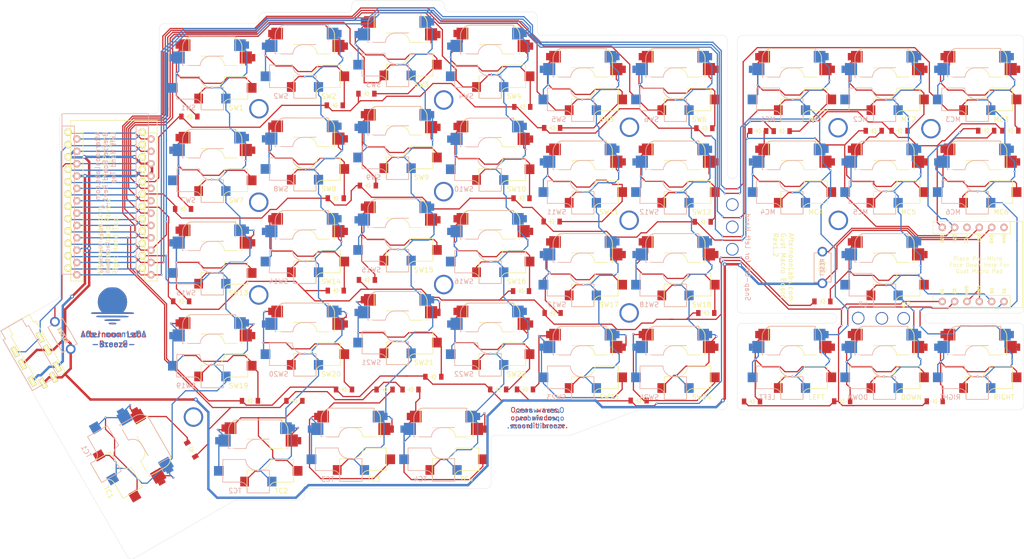
<source format=kicad_pcb>
(kicad_pcb (version 20211014) (generator pcbnew)
  (title_block (title "Breeze") (date "2023-05-21") (rev "Rev1.2") (company "Afternoon Labs LLC"))
  (layers (0 "F.Cu" signal) (31 "B.Cu" signal) (36 "B.SilkS" user "B.Silkscreen") (37 "F.SilkS" user "F.Silkscreen") (38 "B.Mask" user) (39 "F.Mask" user) (44 "Edge.Cuts" user))
  (net 0 "")
  (net 1 "VCC")
  (net 2 "GND")
  (net 3 "RST")
  (net 4 "DATA")
  (net 5 "COL7")
  (net 6 "COL6")
  (net 7 "COL8")
  (net 8 "ROW0")
  (net 9 "Net-(D1-Pad2)")
  (net 10 "ROW1")
  (net 11 "Net-(D2-Pad2)")
  (net 12 "ROW2")
  (net 13 "Net-(D3-Pad2)")
  (net 14 "ROW3")
  (net 15 "Net-(D4-Pad2)")
  (net 16 "ROW4")
  (net 17 "Net-(D5-Pad2)")
  (net 18 "Net-(D6-Pad2)")
  (net 19 "Net-(D7-Pad2)")
  (net 20 "Net-(D8-Pad2)")
  (net 21 "Net-(D9-Pad2)")
  (net 22 "Net-(D10-Pad2)")
  (net 23 "Net-(D11-Pad2)")
  (net 24 "Net-(D12-Pad2)")
  (net 25 "Net-(D13-Pad2)")
  (net 26 "Net-(D14-Pad2)")
  (net 27 "Net-(D15-Pad2)")
  (net 28 "Net-(D16-Pad2)")
  (net 29 "Net-(D17-Pad2)")
  (net 30 "Net-(D18-Pad2)")
  (net 31 "Net-(D19-Pad2)")
  (net 32 "Net-(D20-Pad2)")
  (net 33 "Net-(D21-Pad2)")
  (net 34 "Net-(D22-Pad2)")
  (net 35 "Net-(D23-Pad2)")
  (net 36 "Net-(D24-Pad2)")
  (net 37 "COL0")
  (net 38 "COL1")
  (net 39 "COL2")
  (net 40 "COL3")
  (net 41 "COL4")
  (net 42 "COL5")
  (net 43 "Net-(DMC1-Pad2)")
  (net 44 "Net-(DMC2-Pad2)")
  (net 45 "Net-(DMC3-Pad2)")
  (net 46 "Net-(DMC4-Pad2)")
  (net 47 "Net-(DMC5-Pad2)")
  (net 48 "Net-(DMC6-Pad2)")
  (net 49 "Net-(DTC1-Pad2)")
  (net 50 "Net-(DTC2-Pad2)")
  (net 51 "Net-(DTC3-Pad2)")
  (net 52 "Net-(DTC4-Pad2)")
  (net 53 "Net-(MCU-MAIN1-Pad24)")
  (net 54 "Net-(MCU-MAIN1-Pad13)")
  (net 55 "Net-(MCU-MAIN1-Pad1)")
  (net 56 "Net-(MCU-MACRO1-Pad9)")
  (net 57 "Net-(DALF1-Pad2)")
  (net 58 "Net-(DAN1-Pad2)")
  (net 59 "Net-(DRT1-Pad2)")
  (net 60 "Net-(DUP1-Pad2)")
  (net 61 "Net-(MCU-MACRO1-Pad7)")
  (net 62 "Net-(MCU-MACRO1-Pad10)")
  (footprint "Breeze:MJ-4PP-9" (layer "F.Cu") (at 107.484 161.401 30)
    (fp_text reference "J1" hide)
    (fp_text value "PJ-320A" hide)
  )
  (footprint "Breeze:ProMicro" (layer "F.Cu") (at 125.524 135.801)
    (fp_text reference "MCU-MAIN1" hide)
    (fp_text value "PRO-MICRO" hide)
  )
  (footprint "Breeze:MX_Choc_Hotswap" (layer "F.Cu") (at 284.598 167.74)
    (fp_text reference "DOWN")
    (fp_text value "CHOCXHSPCB-1U" hide)
  )
  (footprint "Breeze:MX_Choc_Hotswap" (layer "F.Cu") (at 265.548 167.74)
    (fp_text reference "LEFT")
    (fp_text value "CHOCXHSPCB-1U" hide)
  )
  (footprint "Breeze:MX_Choc_Hotswap" (layer "F.Cu") (at 303.648 167.74)
    (fp_text reference "RIGHT")
    (fp_text value "CHOCXHSPCB-1U" hide)
  )
  (footprint "Breeze:MX_Choc_Hotswap" (layer "F.Cu") (at 284.598 148.69)
    (fp_text reference "UP")
    (fp_text value "CHOCXHSPCB-1U" hide)
  )
  (footprint "Breeze:SOD-123FL" (layer "F.Cu") (at 141.6283 117.806)
    (fp_text reference "D1")
    (fp_text value "DIODE")
  )
  (footprint "Breeze:SOD-123FL" (layer "F.Cu") (at 140.34 136.806)
    (fp_text reference "D7")
    (fp_text value "DIODE")
  )
  (footprint "Breeze:SOD-123FL" (layer "F.Cu") (at 139.94 155.806)
    (fp_text reference "D13")
    (fp_text value "DIODE")
  )
  (footprint "Breeze:SOD-123FL" (layer "F.Cu") (at 154.09 176.278)
    (fp_text reference "D19")
    (fp_text value "DIODE")
  )
  (footprint "Breeze:SOD-123FL" (layer "F.Cu") (at 142.022 186.311 120)
    (fp_text reference "DTC1")
    (fp_text value "DIODE")
  )
  (footprint "Breeze:SOD-123FL" (layer "F.Cu") (at 171.54 115.506)
    (fp_text reference "D2")
    (fp_text value "DIODE")
  )
  (footprint "Breeze:SOD-123FL" (layer "F.Cu") (at 171.74 134.606)
    (fp_text reference "D8")
    (fp_text value "DIODE")
  )
  (footprint "Breeze:SOD-123FL" (layer "F.Cu") (at 171.74 153.606)
    (fp_text reference "D14")
    (fp_text value "DIODE")
  )
  (footprint "Breeze:SOD-123FL" (layer "F.Cu") (at 173.4418 173.9412)
    (fp_text reference "D20")
    (fp_text value "DIODE")
  )
  (footprint "Breeze:SOD-123FL" (layer "F.Cu") (at 163.231 176.278)
    (fp_text reference "DTC2")
    (fp_text value "DIODE")
  )
  (footprint "Breeze:SOD-123FL" (layer "F.Cu") (at 178.04 113.106)
    (fp_text reference "D3")
    (fp_text value "DIODE")
  )
  (footprint "Breeze:SOD-123FL" (layer "F.Cu") (at 178.34 132.006)
    (fp_text reference "D9")
    (fp_text value "DIODE")
  )
  (footprint "Breeze:SOD-123FL" (layer "F.Cu") (at 178.14 151.406)
    (fp_text reference "D15")
    (fp_text value "DIODE")
  )
  (footprint "Breeze:SOD-123FL" (layer "F.Cu") (at 191.806 171.325)
    (fp_text reference "D21")
    (fp_text value "DIODE")
  )
  (footprint "Breeze:SOD-123FL" (layer "F.Cu") (at 181.773 173.956)
    (fp_text reference "DTC3")
    (fp_text value "DIODE")
  )
  (footprint "Breeze:SOD-123FL" (layer "F.Cu") (at 210.094 115.826)
    (fp_text reference "D4")
    (fp_text value "DIODE")
  )
  (footprint "Breeze:SOD-123FL" (layer "F.Cu") (at 209.94 134.606)
    (fp_text reference "D10")
    (fp_text value "DIODE")
  )
  (footprint "Breeze:SOD-123FL" (layer "F.Cu") (at 209.84 153.706)
    (fp_text reference "D16")
    (fp_text value "DIODE")
  )
  (footprint "Breeze:SOD-123FL" (layer "F.Cu") (at 205.13592 173.92596)
    (fp_text reference "D22")
    (fp_text value "DIODE")
  )
  (footprint "Breeze:SOD-123FL" (layer "F.Cu") (at 187.11208 173.94628)
    (fp_text reference "DTC4")
    (fp_text value "DIODE")
  )
  (footprint "Breeze:SOD-123FL" (layer "F.Cu") (at 216.24 120.144)
    (fp_text reference "D5")
    (fp_text value "DIODE")
  )
  (footprint "Breeze:SOD-123FL" (layer "F.Cu") (at 216.14 139.406)
    (fp_text reference "D11")
    (fp_text value "DIODE")
  )
  (footprint "Breeze:SOD-123FL" (layer "F.Cu") (at 216.34 158.206)
    (fp_text reference "D17")
    (fp_text value "DIODE")
  )
  (footprint "Breeze:SOD-123FL" (layer "F.Cu") (at 210.65788 173.92596)
    (fp_text reference "D23")
    (fp_text value "DIODE")
  )
  (footprint "Breeze:SOD-123FL" (layer "F.Cu") (at 247.54 120.206)
    (fp_text reference "D6")
    (fp_text value "DIODE")
  )
  (footprint "Breeze:SOD-123FL" (layer "F.Cu") (at 247.20848 139.45308)
    (fp_text reference "D12")
    (fp_text value "DIODE")
  )
  (footprint "Breeze:SOD-123FL" (layer "F.Cu") (at 247.94 158.206)
    (fp_text reference "D18")
    (fp_text value "DIODE")
  )
  (footprint "Breeze:SOD-123FL" (layer "F.Cu") (at 234.028 176.22)
    (fp_text reference "D24")
    (fp_text value "DIODE")
  )
  (footprint "Breeze:SOD-123FL" (layer "F.Cu") (at 263.43908 120.8044)
    (fp_text reference "DMC1")
    (fp_text value "DIODE")
  )
  (footprint "Breeze:SOD-123FL" (layer "F.Cu") (at 258.608 120.779)
    (fp_text reference "DMC4")
    (fp_text value "DIODE")
  )
  (footprint "Breeze:SOD-123FL" (layer "F.Cu") (at 257.34816 176.39992)
    (fp_text reference "DALF1")
    (fp_text value "DIODE")
  )
  (footprint "Breeze:SOD-123FL" (layer "F.Cu") (at 287.68592 120.73328)
    (fp_text reference "DMC2")
    (fp_text value "DIODE")
  )
  (footprint "Breeze:SOD-123FL" (layer "F.Cu") (at 282.37224 120.73328)
    (fp_text reference "DMC5")
    (fp_text value "DIODE")
  )
  (footprint "Breeze:SOD-123FL" (layer "F.Cu") (at 271.816 155.831)
    (fp_text reference "DUP1")
    (fp_text value "DIODE")
  )
  (footprint "Breeze:SOD-123FL" (layer "F.Cu") (at 275.88 176.36436)
    (fp_text reference "DAN1")
    (fp_text value "DIODE")
  )
  (footprint "Breeze:SOD-123FL" (layer "F.Cu") (at 310.46972 120.71296)
    (fp_text reference "DMC3")
    (fp_text value "DIODE")
  )
  (footprint "Breeze:SOD-123FL" (layer "F.Cu") (at 305.4964 120.72312)
    (fp_text reference "DMC6")
    (fp_text value "DIODE")
  )
  (footprint "Breeze:SOD-123FL" (layer "F.Cu") (at 294.92492 176.36436)
    (fp_text reference "DRT1")
    (fp_text value "DIODE")
  )
  (footprint "Breeze:MX_Choc_Hotswap" (layer "F.Cu") (at 265.548 110.59)
    (fp_text reference "MC1")
    (fp_text value "CHOCXHSPCB-1U" hide)
  )
  (footprint "Breeze:MX_Choc_Hotswap" (layer "F.Cu") (at 284.598 110.59)
    (fp_text reference "MC2")
    (fp_text value "CHOCXHSPCB-1U" hide)
  )
  (footprint "Breeze:MX_Choc_Hotswap" (layer "F.Cu") (at 303.648 110.59)
    (fp_text reference "MC3")
    (fp_text value "CHOCXHSPCB-1U" hide)
  )
  (footprint "Breeze:MX_Choc_Hotswap" (layer "F.Cu") (at 265.548 129.64)
    (fp_text reference "MC4")
    (fp_text value "CHOCXHSPCB-1U" hide)
  )
  (footprint "Breeze:MX_Choc_Hotswap" (layer "F.Cu") (at 284.598 129.64)
    (fp_text reference "MC5")
    (fp_text value "CHOCXHSPCB-1U" hide)
  )
  (footprint "Breeze:MX_Choc_Hotswap" (layer "F.Cu") (at 303.648 129.64)
    (fp_text reference "MC6")
    (fp_text value "CHOCXHSPCB-1U" hide)
  )
  (footprint "Breeze:MX_Choc_Hotswap" (layer "F.Cu") (at 146.34 108.206)
    (fp_text reference "SW1")
    (fp_text value "CHOCXHSPCB-1U" hide)
  )
  (footprint "Breeze:MX_Choc_Hotswap" (layer "F.Cu") (at 165.39 105.825)
    (fp_text reference "SW2")
    (fp_text value "CHOCXHSPCB-1U" hide)
  )
  (footprint "Breeze:MX_Choc_Hotswap" (layer "F.Cu") (at 184.44 103.44)
    (fp_text reference "SW3")
    (fp_text value "CHOCXHSPCB-1U" hide)
  )
  (footprint "Breeze:MX_Choc_Hotswap" (layer "F.Cu") (at 203.49 105.825)
    (fp_text reference "SW4")
    (fp_text value "CHOCXHSPCB-1U" hide)
  )
  (footprint "Breeze:MX_Choc_Hotswap" (layer "F.Cu") (at 222.54 110.59)
    (fp_text reference "SW5")
    (fp_text value "CHOCXHSPCB-1U" hide)
  )
  (footprint "Breeze:MX_Choc_Hotswap" (layer "F.Cu") (at 241.59 110.59)
    (fp_text reference "SW6")
    (fp_text value "CHOCXHSPCB-1U" hide)
  )
  (footprint "Breeze:MX_Choc_Hotswap" (layer "F.Cu") (at 146.34 127.227)
    (fp_text reference "SW7")
    (fp_text value "CHOCXHSPCB-1U" hide)
  )
  (footprint "Breeze:MX_Choc_Hotswap" (layer "F.Cu") (at 165.39 124.8902)
    (fp_text reference "SW8")
    (fp_text value "CHOCXHSPCB-1U" hide)
  )
  (footprint "Breeze:MX_Choc_Hotswap" (layer "F.Cu") (at 184.44 122.528)
    (fp_text reference "SW9")
    (fp_text value "CHOCXHSPCB-1U" hide)
  )
  (footprint "Breeze:MX_Choc_Hotswap" (layer "F.Cu") (at 203.49 124.941)
    (fp_text reference "SW10")
    (fp_text value "CHOCXHSPCB-1U" hide)
  )
  (footprint "Breeze:MX_Choc_Hotswap" (layer "F.Cu") (at 222.54 129.64)
    (fp_text reference "SW11")
    (fp_text value "CHOCXHSPCB-1U" hide)
  )
  (footprint "Breeze:MX_Choc_Hotswap" (layer "F.Cu") (at 241.59 129.64)
    (fp_text reference "SW12")
    (fp_text value "CHOCXHSPCB-1U" hide)
  )
  (footprint "Breeze:MX_Choc_Hotswap" (layer "F.Cu") (at 146.34 146.277)
    (fp_text reference "SW13")
    (fp_text value "CHOCXHSPCB-1U" hide)
  )
  (footprint "Breeze:MX_Choc_Hotswap" (layer "F.Cu") (at 165.39 143.925)
    (fp_text reference "SW14")
    (fp_text value "CHOCXHSPCB-1U" hide)
  )
  (footprint "Breeze:MX_Choc_Hotswap" (layer "F.Cu") (at 184.44 141.54)
    (fp_text reference "SW15")
    (fp_text value "CHOCXHSPCB-1U" hide)
  )
  (footprint "Breeze:MX_Choc_Hotswap" (layer "F.Cu") (at 203.49 143.925)
    (fp_text reference "SW16")
    (fp_text value "CHOCXHSPCB-1U" hide)
  )
  (footprint "Breeze:MX_Choc_Hotswap" (layer "F.Cu") (at 222.54 148.69)
    (fp_text reference "SW17")
    (fp_text value "CHOCXHSPCB-1U" hide)
  )
  (footprint "Breeze:MX_Choc_Hotswap" (layer "F.Cu") (at 241.59 148.69)
    (fp_text reference "SW18")
    (fp_text value "CHOCXHSPCB-1U" hide)
  )
  (footprint "Breeze:MX_Choc_Hotswap" (layer "F.Cu") (at 146.34 165.356)
    (fp_text reference "SW19")
    (fp_text value "CHOCXHSPCB-1U" hide)
  )
  (footprint "Breeze:MX_Choc_Hotswap" (layer "F.Cu") (at 165.39 162.975)
    (fp_text reference "SW20")
    (fp_text value "CHOCXHSPCB-1U" hide)
  )
  (footprint "Breeze:MX_Choc_Hotswap" (layer "F.Cu") (at 184.44 160.59)
    (fp_text reference "SW21")
    (fp_text value "CHOCXHSPCB-1U" hide)
  )
  (footprint "Breeze:MX_Choc_Hotswap" (layer "F.Cu") (at 203.49 162.975)
    (fp_text reference "SW22")
    (fp_text value "CHOCXHSPCB-1U" hide)
  )
  (footprint "Breeze:MX_Choc_Hotswap" (layer "F.Cu") (at 222.54 167.74)
    (fp_text reference "SW23")
    (fp_text value "CHOCXHSPCB-1U" hide)
  )
  (footprint "Breeze:MX_Choc_Hotswap" (layer "F.Cu") (at 241.59 167.74)
    (fp_text reference "SW24")
    (fp_text value "CHOCXHSPCB-1U" hide)
  )
  (footprint "Breeze:MX_Choc_Hotswap" (layer "F.Cu") (at 129.563 186.974 -60)
    (fp_text reference "TC1")
    (fp_text value "CHOCXHSPCB-1U" hide)
  )
  (footprint "Breeze:MX_Choc_Hotswap" (layer "F.Cu") (at 155.79 186.974)
    (fp_text reference "TC2")
    (fp_text value "CHOCXHSPCB-1U" hide)
  )
  (footprint "Breeze:MX_Choc_Hotswap" (layer "F.Cu") (at 174.84 184.59)
    (fp_text reference "TC3")
    (fp_text value "CHOCXHSPCB-1U" hide)
  )
  (footprint "Breeze:MX_Choc_Hotswap" (layer "F.Cu") (at 193.89 184.59)
    (fp_text reference "TC4")
    (fp_text value "CHOCXHSPCB-1U" hide)
  )
  (footprint "Breeze:PROMICRO-PARTIAL2" (layer "F.Cu") (at 295.594 148.131 -90)
    (fp_text reference "MCU-MACRO1" hide)
    (fp_text value "ProMicro-Partial" hide)
  )
  (footprint "Breeze:TACT_SWITCH_TVBP06" (layer "F.Cu") (at 271.816 148.846 -90)
    (fp_text reference "RSW-MACRO1" hide)
    (fp_text value "SW-RST" hide)
  )
  (footprint "Breeze:M3-HOLE" (layer "F.Cu") (at 275.104 139.161)
    (fp_text reference "H1" hide)
    (fp_text value "M3-HOLE" hide)
  )
  (footprint "Breeze:M3-HOLE" (layer "F.Cu") (at 232.074 139.141)
    (fp_text reference "H3" hide)
    (fp_text value "M3-HOLE" hide)
  )
  (footprint "Breeze:M3-HOLE" (layer "F.Cu") (at 232.074 158.201)
    (fp_text reference "H4" hide)
    (fp_text value "M3-HOLE" hide)
  )
  (footprint "Breeze:M3-HOLE" (layer "F.Cu") (at 193.934 133.251)
    (fp_text reference "H5" hide)
    (fp_text value "M3-HOLE" hide)
  )
  (footprint "Breeze:M3-HOLE" (layer "F.Cu") (at 193.934 152.361)
    (fp_text reference "H6" hide)
    (fp_text value "M3-HOLE" hide)
  )
  (footprint "Breeze:M3-HOLE" (layer "F.Cu") (at 155.894 154.501)
    (fp_text reference "H7" hide)
    (fp_text value "M3-HOLE" hide)
  )
  (footprint "Breeze:M3-HOLE" (layer "F.Cu") (at 155.894 135.431)
    (fp_text reference "H8" hide)
    (fp_text value "M3-HOLE" hide)
  )
  (footprint "Breeze:M3-HOLE" (layer "F.Cu") (at 142.474 179.611)
    (fp_text reference "H9" hide)
    (fp_text value "M3-HOLE" hide)
  )
  (footprint "Breeze:Stabilizer_MX_2u" (layer "F.Cu") (at 129.563 186.974 -60)
    (fp_text reference "STABL1" hide)
    (fp_text value "MX-STABILIZER-2U" hide)
  )
  (footprint "Breeze:TACT_SWITCH_TVBP06" (layer "F.Cu") (at 115.606 162.816 120)
    (fp_text reference "RSW1" hide)
    (fp_text value "SW-RST" hide)
  )
  (footprint "Breeze:M2-HOLE" (layer "F.Cu") (at 288.54 159.306)
    (fp_text reference "H10" hide)
    (fp_text value "2M-HOLE" hide)
  )
  (footprint "Breeze:M2-HOLE" (layer "F.Cu") (at 253.286 140.506)
    (fp_text reference "H11" hide)
    (fp_text value "2M-HOLE" hide)
  )
  (footprint "Breeze:M2-HOLE" (layer "F.Cu") (at 279.182 159.26)
    (fp_text reference "H12" hide)
    (fp_text value "2M-HOLE" hide)
  )
  (footprint "Breeze:M2-HOLE" (layer "F.Cu") (at 253.286 145.106)
    (fp_text reference "H13" hide)
    (fp_text value "2M-HOLE" hide)
  )
  (footprint "Breeze:M2-HOLE" (layer "F.Cu") (at 284.04 159.306)
    (fp_text reference "H14" hide)
    (fp_text value "2M-HOLE" hide)
  )
  (footprint "Breeze:M2-HOLE" (layer "F.Cu") (at 253.286 135.906)
    (fp_text reference "H15" hide)
    (fp_text value "2M-HOLE" hide)
  )
  (footprint "Breeze:M3-HOLE" (layer "F.Cu") (at 275.04 120.106)
    (fp_text reference "H16" hide)
    (fp_text value "M3-HOLE" hide)
  )
  (footprint "Breeze:M3-HOLE" (layer "F.Cu") (at 294.14 120.306)
    (fp_text reference "H17" hide)
    (fp_text value "M3-HOLE" hide)
  )
  (footprint "Breeze:logo" (layer "F.Cu") (at 125.766 156.72)
    (fp_text reference "LGO1" hide)
    (fp_text value "Logo" hide)
  )
  (footprint "Breeze:M3-HOLE" (layer "F.Cu") (at 155.94 116.206)
    (fp_text reference "H2" hide)
    (fp_text value "M3-HOLE" hide)
  )
  (footprint "Breeze:M3-HOLE" (layer "F.Cu") (at 193.94 114.406)
    (fp_text reference "H18" hide)
    (fp_text value "M3-HOLE" hide)
  )
  (footprint "Breeze:M3-HOLE" (layer "F.Cu") (at 232.14 120.006)
    (fp_text reference "H19" hide)
    (fp_text value "M3-HOLE" hide)
  )
  (gr_line (start 166.372 194.317) (end 202.672 194.317) (layer "Edge.Cuts") (width 0.05))
  (gr_arc (start 251.27 101.126) (mid 251.977107 101.418893) (end 252.27 102.126) (layer "Edge.Cuts") (width 0.05))
  (gr_arc (start 253.27 130.614) (mid 252.562893 130.321107) (end 252.27 129.614) (layer "Edge.Cuts") (width 0.05))
  (gr_line (start 251.27 101.126) (end 214.15 101.126) (layer "Edge.Cuts") (width 0.05))
  (gr_arc (start 220.312305 183.253636) (mid 220.139995 183.301032) (end 219.962 183.317) (layer "Edge.Cuts") (width 0.05))
  (gr_arc (start 130.262 208.674) (mid 129.503199 208.773908) (end 128.896 208.308) (layer "Edge.Cuts") (width 0.05))
  (gr_line (start 292.795 159.321) (end 292.795 159.276) (layer "Edge.Cuts") (width 0.05))
  (gr_arc (start 255.305 158.276) (mid 254.597893 157.983107) (end 254.305 157.276) (layer "Edge.Cuts") (width 0.05))
  (gr_arc (start 102.846 163.188) (mid 102.746092 162.429199) (end 103.212 161.822) (layer "Edge.Cuts") (width 0.05))
  (gr_line (start 134.44 117.186) (end 115.97 117.186) (layer "Edge.Cuts") (width 0.05))
  (gr_line (start 313.265 102.126) (end 313.265 157.276) (layer "Edge.Cuts") (width 0.05))
  (gr_line (start 254.305 129.614) (end 254.305 102.126) (layer "Edge.Cuts") (width 0.05))
  (gr_line (start 212.15 96.296) (end 195.1 96.296) (layer "Edge.Cuts") (width 0.05))
  (gr_line (start 204.672 183.317) (end 219.962 183.317) (layer "Edge.Cuts") (width 0.05))
  (gr_line (start 254.305 161.321) (end 254.305 177.101) (layer "Edge.Cuts") (width 0.05))
  (gr_arc (start 252.27 177.101) (mid 251.977107 177.808107) (end 251.27 178.101) (layer "Edge.Cuts") (width 0.05))
  (gr_line (start 273.795 158.276) (end 255.305 158.276) (layer "Edge.Cuts") (width 0.05))
  (gr_arc (start 135.44 116.186) (mid 135.147107 116.893107) (end 134.44 117.186) (layer "Edge.Cuts") (width 0.05))
  (gr_line (start 313.265 161.321) (end 313.265 177.101) (layer "Edge.Cuts") (width 0.05))
  (gr_line (start 102.846 163.188) (end 128.896 208.308) (layer "Edge.Cuts") (width 0.05))
  (gr_line (start 312.265 160.321) (end 293.795 160.321) (layer "Edge.Cuts") (width 0.05))
  (gr_arc (start 293.795 160.321) (mid 293.087893 160.028107) (end 292.795 159.321) (layer "Edge.Cuts") (width 0.05))
  (gr_line (start 130.262 208.674) (end 150.774 196.831) (layer "Edge.Cuts") (width 0.05))
  (gr_line (start 255.305 101.126) (end 312.265 101.126) (layer "Edge.Cuts") (width 0.05))
  (gr_line (start 203.672 193.317) (end 203.672 184.317) (layer "Edge.Cuts") (width 0.05))
  (gr_line (start 194.1 95.296) (end 194.1 94.956) (layer "Edge.Cuts") (width 0.05))
  (gr_line (start 175.05 94.956) (end 175.05 95.376) (layer "Edge.Cuts") (width 0.05))
  (gr_line (start 274.795 159.276) (end 274.795 159.321) (layer "Edge.Cuts") (width 0.05))
  (gr_arc (start 165.372 195.697) (mid 165.079107 196.404107) (end 164.372 196.697) (layer "Edge.Cuts") (width 0.05))
  (gr_line (start 255.305 178.101) (end 312.265 178.101) (layer "Edge.Cuts") (width 0.05))
  (gr_arc (start 274.795 159.321) (mid 274.502107 160.028107) (end 273.795 160.321) (layer "Edge.Cuts") (width 0.05))
  (gr_arc (start 253.305 148.614) (mid 254.012107 148.906893) (end 254.305 149.614) (layer "Edge.Cuts") (width 0.05))
  (gr_line (start 273.795 160.321) (end 255.305 160.321) (layer "Edge.Cuts") (width 0.05))
  (gr_arc (start 156 97.706) (mid 155.707107 98.413107) (end 155 98.706) (layer "Edge.Cuts") (width 0.05))
  (gr_line (start 251.27 178.101) (end 234.27 178.101) (layer "Edge.Cuts") (width 0.05))
  (gr_arc (start 273.795 158.276) (mid 274.502107 158.568893) (end 274.795 159.276) (layer "Edge.Cuts") (width 0.05))
  (gr_arc (start 175.05 95.376) (mid 174.757107 96.083107) (end 174.05 96.376) (layer "Edge.Cuts") (width 0.05))
  (gr_line (start 253.305 148.614) (end 253.27 148.614) (layer "Edge.Cuts") (width 0.05))
  (gr_line (start 174.05 96.376) (end 157 96.376) (layer "Edge.Cuts") (width 0.05))
  (gr_arc (start 175.05 94.956) (mid 175.342893 94.248893) (end 176.05 93.956) (layer "Edge.Cuts") (width 0.05))
  (gr_arc (start 156 97.376) (mid 156.292893 96.668893) (end 157 96.376) (layer "Edge.Cuts") (width 0.05))
  (gr_arc (start 254.305 102.126) (mid 254.597893 101.418893) (end 255.305 101.126) (layer "Edge.Cuts") (width 0.05))
  (gr_arc (start 312.265 101.126) (mid 312.972107 101.418893) (end 313.265 102.126) (layer "Edge.Cuts") (width 0.05))
  (gr_arc (start 214.15 101.126) (mid 213.442893 100.833107) (end 213.15 100.126) (layer "Edge.Cuts") (width 0.05))
  (gr_line (start 151.274 196.697) (end 164.372 196.697) (layer "Edge.Cuts") (width 0.05))
  (gr_arc (start 254.305 129.614) (mid 254.012107 130.321107) (end 253.305 130.614) (layer "Edge.Cuts") (width 0.05))
  (gr_arc (start 252.27 149.614) (mid 252.562893 148.906893) (end 253.27 148.614) (layer "Edge.Cuts") (width 0.05))
  (gr_line (start 193.1 93.956) (end 176.05 93.956) (layer "Edge.Cuts") (width 0.05))
  (gr_line (start 213.15 100.126) (end 213.15 97.296) (layer "Edge.Cuts") (width 0.05))
  (gr_line (start 252.27 102.126) (end 252.27 129.614) (layer "Edge.Cuts") (width 0.05))
  (gr_arc (start 292.795 159.276) (mid 293.087893 158.568893) (end 293.795 158.276) (layer "Edge.Cuts") (width 0.05))
  (gr_arc (start 254.305 161.321) (mid 254.597893 160.613893) (end 255.305 160.321) (layer "Edge.Cuts") (width 0.05))
  (gr_arc (start 195.1 96.296) (mid 194.392893 96.003107) (end 194.1 95.296) (layer "Edge.Cuts") (width 0.05))
  (gr_arc (start 233.919695 178.164364) (mid 234.092005 178.116968) (end 234.27 178.101) (layer "Edge.Cuts") (width 0.05))
  (gr_arc (start 165.372 195.317) (mid 165.664893 194.609893) (end 166.372 194.317) (layer "Edge.Cuts") (width 0.05))
  (gr_arc (start 312.265 160.321) (mid 312.972107 160.613893) (end 313.265 161.321) (layer "Edge.Cuts") (width 0.05))
  (gr_arc (start 203.672 193.317) (mid 203.379107 194.024107) (end 202.672 194.317) (layer "Edge.Cuts") (width 0.05))
  (gr_line (start 135.44 99.706) (end 135.44 116.186) (layer "Edge.Cuts") (width 0.05))
  (gr_line (start 156 97.376) (end 156 97.706) (layer "Edge.Cuts") (width 0.05))
  (gr_line (start 253.27 130.614) (end 253.305 130.614) (layer "Edge.Cuts") (width 0.05))
  (gr_arc (start 313.265 177.101) (mid 312.972107 177.808107) (end 312.265 178.101) (layer "Edge.Cuts") (width 0.05))
  (gr_arc (start 114.97 118.186) (mid 115.262893 117.478893) (end 115.97 117.186) (layer "Edge.Cuts") (width 0.05))
  (gr_line (start 254.305 149.614) (end 254.305 157.276) (layer "Edge.Cuts") (width 0.05))
  (gr_line (start 252.27 149.614) (end 252.27 177.101) (layer "Edge.Cuts") (width 0.05))
  (gr_arc (start 150.774 196.830975) (mid 151.015181 196.731075) (end 151.274 196.697) (layer "Edge.Cuts") (width 0.05))
  (gr_arc (start 203.672 184.317) (mid 203.964893 183.609893) (end 204.672 183.317) (layer "Edge.Cuts") (width 0.05))
  (gr_arc (start 193.1 93.956) (mid 193.807107 94.248893) (end 194.1 94.956) (layer "Edge.Cuts") (width 0.05))
  (gr_line (start 165.372 195.317) (end 165.372 195.697) (layer "Edge.Cuts") (width 0.05))
  (gr_line (start 114.47 155.322) (end 103.212 161.822) (layer "Edge.Cuts") (width 0.05))
  (gr_arc (start 313.265 157.276) (mid 312.972107 157.983107) (end 312.265 158.276) (layer "Edge.Cuts") (width 0.05))
  (gr_line (start 293.795 158.276) (end 312.265 158.276) (layer "Edge.Cuts") (width 0.05))
  (gr_line (start 114.97 154.456) (end 114.97 118.186) (layer "Edge.Cuts") (width 0.05))
  (gr_arc (start 255.305 178.101) (mid 254.597893 177.808107) (end 254.305 177.101) (layer "Edge.Cuts") (width 0.05))
  (gr_line (start 233.92 178.164) (end 220.313 183.254) (layer "Edge.Cuts") (width 0.05))
  (gr_arc (start 114.969978 154.455987) (mid 114.836013 154.955978) (end 114.47 155.322) (layer "Edge.Cuts") (width 0.05))
  (gr_arc (start 135.44 99.706) (mid 135.732893 98.998893) (end 136.44 98.706) (layer "Edge.Cuts") (width 0.05))
  (gr_line (start 136.44 98.706) (end 155 98.706) (layer "Edge.Cuts") (width 0.05))
  (gr_arc (start 212.15 96.296) (mid 212.857107 96.588893) (end 213.15 97.296) (layer "Edge.Cuts") (width 0.05))
  (gr_text "Afternoon Labs" (at 126.04 162.596) (layer "F.Cu") (effects (font (size 1.2 1.2) (thickness 0.2))))
  (gr_text "-Breeze-" (at 126.04 164.628) (layer "F.Cu") (effects (font (size 1.2 1.2) (thickness 0.2))))
  (gr_text "Ocean waves,\nopen window,\nmoonlit breeze." (at 207.59 179.767) (layer "F.Cu") (effects (font (size 1 1)) (justify left)))
  (gr_text "Ocean waves,\nopen window,\nmoonlit breeze." (at 218.84 179.817) (layer "B.Cu") (effects (font (size 1 1)) (justify left mirror)))
  (gr_text "Afternoon Labs" (at 126.02 162.562) (layer "B.Cu") (effects (font (size 1.2 1.2) (thickness 0.2)) (justify mirror)))
  (gr_text "-Breeze-" (at 126.02 164.594) (layer "B.Cu") (effects (font (size 1.2 1.2) (thickness 0.2)) (justify mirror)))
  (gr_text "AfternoonLabs.com\nBreeze Board Rev1.2\nLeft Hand Top" (at 124.364 120.871 90) (layer "B.SilkS") (effects (font (size 1 1)) (justify left mirror)))
  (gr_text "Place Pro-Micro\nFace Down" (at 124.164 150.121 90) (layer "B.SilkS") (effects (font (size 0.8 0.8) (thickness 0.1)) (justify right mirror)))
  (gr_text "Snap-Off for Left Hand" (at 256.454 155.831 270) (layer "B.SilkS") (effects (font (size 1 1)) (justify left mirror)))
  (gr_text "AfternoonLabs.com\nGust Macro Board\nRev1.2" (at 263.78452 141.62224 -90) (layer "F.SilkS") (effects (font (size 1 1)) (justify left)))
  (gr_text "AfternoonLabs.com\nBreeze Board Rev1.2\nRight Hand Top" (at 124.834 150.471 90) (layer "F.SilkS") (effects (font (size 1 1)) (justify left)))
  (gr_text "Place Pro-Micro\nFace Down" (at 124.684 121.591 90) (layer "F.SilkS") (effects (font (size 0.8 0.8) (thickness 0.1)) (justify right)))
  (gr_text "GND" (at 306.554 143.001 270) (layer "F.SilkS") (effects (font (size 0.6 0.6))))
  (gr_text "RST" (at 303.984 142.871 270) (layer "F.SilkS") (effects (font (size 0.6 0.6))))
  (gr_text "VCC" (at 301.354 143.081 270) (layer "F.SilkS") (effects (font (size 0.6 0.6))))
  (gr_text "D21" (at 299.004 142.921 270) (layer "F.SilkS") (effects (font (size 0.6 0.6))))
  (gr_text "D20" (at 296.424 142.951 270) (layer "F.SilkS") (effects (font (size 0.6 0.6))))
  (gr_text "D3" (at 296.434 153.781 270) (layer "F.SilkS") (effects (font (size 0.6 0.6))))
  (gr_text "D2" (at 298.954 153.721 270) (layer "F.SilkS") (effects (font (size 0.6 0.6))))
  (gr_text "GND" (at 301.454 153.491 270) (layer "F.SilkS") (effects (font (size 0.6 0.6))))
  (gr_text "GND" (at 303.984 153.491 270) (layer "F.SilkS") (effects (font (size 0.6 0.6))))
  (gr_text "D0" (at 306.664 153.641 270) (layer "F.SilkS") (effects (font (size 0.6 0.6))))
  (gr_text "D1" (at 309.214 153.721 270) (layer "F.SilkS") (effects (font (size 0.6 0.6))))
  (gr_text "GUST\nRESET" (at 271.816 148.846 270) (layer "F.SilkS") (effects (font (size 0.6 0.6) (thickness 0.1))))
  (gr_text "Place Pro-Micro \nFace Down Here For\nGust Macro Pad" (at 304.094 148.321) (layer "F.SilkS") (effects (font (size 0.8 0.8) (thickness 0.1))))
  (gr_text "RAW" (at 309.134 142.971 270) (layer "F.SilkS") (effects (font (size 0.6 0.6))))
  (segment (start 120.163255 130.035745) (end 120.163255 145.761745) (width 0.5) (layer "F.Cu") (net 1))
  (segment (start 120.163255 145.761745) (end 120.163255 152.162739) (width 0.5) (layer "F.Cu") (net 1))
  (segment (start 120.163255 152.162739) (end 117.510997 154.814997) (width 0.5) (layer "F.Cu") (net 1))
  (via (at 120.163255 130.035745) (size 0.8) (drill 0.4) (layers "F.Cu" "B.Cu") (net 1))
  (via (at 120.163255 145.761745) (size 0.4) (drill 0.2) (layers "F.Cu" "B.Cu") (net 1))
  (via (at 117.510997 154.814997) (size 0.8) (drill 0.4) (layers "F.Cu" "B.Cu") (net 1))
  (segment (start 120.163255 130.035745) (end 120.290255 130.035745) (width 0.5) (layer "B.Cu") (net 1))
  (segment (start 130.123255 145.761745) (end 120.163255 145.761745) (width 0.25) (layer "B.Cu") (net 1))
  (segment (start 115.606 156.719994) (end 117.510997 154.814997) (width 0.5) (layer "B.Cu") (net 1))
  (segment (start 115.606 168.117715) (end 115.606 156.719994) (width 0.5) (layer "B.Cu") (net 1))
  (segment (start 112.834001 169.271062) (end 111.0943 171.010763) (width 0.5) (layer "B.Cu") (net 1))
  (segment (start 117.863815 130.035745) (end 120.163255 130.035745) (width 0.5) (layer "B.Cu") (net 1))
  (segment (start 114.452653 169.271062) (end 115.606 168.117715) (width 0.5) (layer "B.Cu") (net 1))
  (segment (start 131.805 128.88) (end 131.805 128.84) (width 0.5) (layer "B.Cu") (net 1))
  (segment (start 130.649255 130.035745) (end 131.805 128.88) (width 0.5) (layer "B.Cu") (net 1))
  (segment (start 110.535101 171.010763) (end 109.299802 172.246062) (width 0.5) (layer "B.Cu") (net 1))
  (segment (start 120.290255 130.035745) (end 130.649255 130.035745) (width 0.5) (layer "B.Cu") (net 1))
  (segment (start 111.0943 171.010763) (end 110.535101 171.010763) (width 0.5) (layer "B.Cu") (net 1))
  (segment (start 120.290255 130.035745) (end 120.305 130.021) (width 0.5) (layer "B.Cu") (net 1))
  (segment (start 131.805 144.08) (end 130.123255 145.761745) (width 0.25) (layer "B.Cu") (net 1))
  (segment (start 114.452653 169.271062) (end 112.834001 169.271062) (width 0.5) (layer "B.Cu") (net 1))
  (segment (start 131.703743 127.495745) (end 130.727997 126.519999) (width 0.4) (layer "F.Cu") (net 2))
  (segment (start 133.103815 127.520815) (end 133.954 128.371) (width 0.5) (layer "F.Cu") (net 2))
  (segment (start 132.995071 127.387001) (end 133.103815 127.495745) (width 0.5) (layer "F.Cu") (net 2))
  (segment (start 113.687109 171.4451) (end 112.790347 171.4451) (width 0.5) (layer "F.Cu") (net 2))
  (segment (start 121.023999 152.015999) (end 121.023999 144.915999) (width 0.5) (layer "F.Cu") (net 2))
  (segment (start 121.023999 152.015999) (end 121.023999 152.446999) (width 0.25) (layer "F.Cu") (net 2))
  (segment (start 277.9917 141.22) (end 289.1883 141.22) (width 0.25) (layer "F.Cu") (net 2))
  (segment (start 112.452653 165.80696) (end 110.274802 165.80696) (width 0.5) (layer "F.Cu") (net 2))
  (segment (start 116.064 163.381) (end 117.231 164.548) (width 0.5) (layer "F.Cu") (net 2))
  (segment (start 304.132059 143.106011) (end 304.132059 153.266011) (width 0.25) (layer "F.Cu") (net 2))
  (segment (start 274.80569 144.406008) (end 274.80569 149.10631) (width 0.25) (layer "F.Cu") (net 2))
  (segment (start 113.63804 165.80696) (end 112.452653 165.80696) (width 0.5) (layer "F.Cu") (net 2))
  (segment (start 304.132059 143.106011) (end 306.628255 140.609815) (width 0.25) (layer "F.Cu") (net 2))
  (segment (start 121.023999 152.541001) (end 121.023999 152.015999) (width 0.5) (layer "F.Cu") (net 2))
  (segment (start 121.023999 127.101001) (end 120.023998 126.101) (width 0.5) (layer "F.Cu") (net 2))
  (segment (start 251.762334 148.183672) (end 254.677077 148.183672) (width 0.5) (layer "F.Cu") (net 2))
  (segment (start 304.132059 153.266011) (end 301.548255 155.849815) (width 0.25) (layer "F.Cu") (net 2))
  (segment (start 117.231 169.614) (end 116.064 170.781) (width 0.5) (layer "F.Cu") (net 2))
  (segment (start 251.34 176.206) (end 251.740006 175.805994) (width 0.5) (layer "F.Cu") (net 2))
  (segment (start 133.103815 127.495745) (end 131.703743 127.495745) (width 0.4) (layer "F.Cu") (net 2))
  (segment (start 274.80569 149.10631) (end 271.816 152.096) (width 0.25) (layer "F.Cu") (net 2))
  (segment (start 116.064 170.781) (end 115.3999 171.4451) (width 0.5) (layer "F.Cu") (net 2))
  (segment (start 121.289 176.006) (end 142.374315 176.006) (width 0.5) (layer "F.Cu") (net 2))
  (segment (start 116.064 157.501) (end 116.064 161.045613) (width 0.5) (layer "F.Cu") (net 2))
  (segment (start 304.132059 153.266011) (end 304.132059 155.806011) (width 0.25) (layer "F.Cu") (net 2))
  (segment (start 251.740006 148.206) (end 251.762334 148.183672) (width 0.5) (layer "F.Cu") (net 2))
  (segment (start 304.132059 155.806011) (end 304.088255 155.849815) (width 0.25) (layer "F.Cu") (net 2))
  (segment (start 116.064 157.501) (end 121.023999 152.541001) (width 0.5) (layer "F.Cu") (net 2))
  (segment (start 116.064 170.781) (end 121.289 176.006) (width 0.5) (layer "F.Cu") (net 2))
  (segment (start 277.9917 141.22) (end 274.80569 144.406008) (width 0.25) (layer "F.Cu") (net 2))
  (segment (start 131.643741 130.035745) (end 130.427996 128.82) (width 0.25) (layer "F.Cu") (net 2))
  (segment (start 117.231 165.630583) (end 117.231 169.614) (width 0.5) (layer "F.Cu") (net 2))
  (segment (start 142.374315 176.006) (end 142.94 176.006) (width 0.5) (layer "F.Cu") (net 2))
  (segment (start 254.677077 148.183672) (end 254.875115 148.38171) (width 0.5) (layer "F.Cu") (net 2))
  (segment (start 289.1883 141.22) (end 291.074311 143.106011) (width 0.25) (layer "F.Cu") (net 2))
  (segment (start 110.274802 165.80696) (end 107.299802 168.78196) (width 0.5) (layer "F.Cu") (net 2))
  (segment (start 133.954 129.18556) (end 133.103815 130.035745) (width 0.5) (layer "F.Cu") (net 2))
  (segment (start 116.064 157.501) (end 116.064 163.381) (width 0.5) (layer "F.Cu") (net 2))
  (segment (start 133.103815 130.035745) (end 131.643741 130.035745) (width 0.25) (layer "F.Cu") (net 2))
  (segment (start 133.103815 127.495745) (end 133.103815 127.520815) (width 0.5) (layer "F.Cu") (net 2))
  (segment (start 133.954 128.371) (end 133.954 129.18556) (width 0.5) (layer "F.Cu") (net 2))
  (segment (start 291.074311 143.106011) (end 304.132059 143.106011) (width 0.25) (layer "F.Cu") (net 2))
  (segment (start 251.740006 175.805994) (end 251.740006 148.206) (width 0.5) (layer "F.Cu") (net 2))
  (segment (start 130.727997 126.519999) (end 130.327998 126.12) (width 0.4) (layer "F.Cu") (net 2))
  (segment (start 117.231 165.630583) (end 116.347417 165.630583) (width 0.25) (layer "F.Cu") (net 2))
  (segment (start 117.231 164.548) (end 117.231 165.630583) (width 0.5) (layer "F.Cu") (net 2))
  (segment (start 121.023999 144.915999) (end 121.023999 127.101001) (width 0.5) (layer "F.Cu") (net 2))
  (segment (start 115.3999 171.4451) (end 113.687109 171.4451) (width 0.5) (layer "F.Cu") (net 2))
  (segment (start 112.790347 171.4451) (end 111.565347 172.6701) (width 0.5) (layer "F.Cu") (net 2))
  (segment (start 116.064 163.381) (end 113.63804 165.80696) (width 0.5) (layer "F.Cu") (net 2))
  (via (at 120.023998 126.101) (size 0.8) (drill 0.4) (layers "F.Cu" "B.Cu") (net 2))
  (via (at 121.023999 144.915999) (size 0.8) (drill 0.4) (layers "F.Cu" "B.Cu") (net 2))
  (via (at 254.875115 148.38171) (size 0.8) (drill 0.4) (layers "F.Cu" "B.Cu") (net 2))
  (via (at 251.740006 148.206) (size 0.8) (drill 0.4) (layers "F.Cu" "B.Cu") (net 2))
  (via (at 130.427996 128.82) (size 0.4) (drill 0.2) (layers "F.Cu" "B.Cu") (net 2))
  (via (at 142.94 176.006) (size 0.8) (drill 0.4) (layers "F.Cu" "B.Cu") (net 2))
  (via (at 251.34 176.206) (size 0.8) (drill 0.4) (layers "F.Cu" "B.Cu") (net 2))
  (via (at 130.327998 126.12) (size 0.8) (drill 0.4) (layers "F.Cu" "B.Cu") (net 2))
  (segment (start 254.875115 148.38171) (end 258.699405 152.206) (width 0.5) (layer "B.Cu") (net 2))
  (segment (start 117.863815 124.955745) (end 130.609255 124.955745) (width 0.25) (layer "B.Cu") (net 2))
  (segment (start 165.511406 194.163023) (end 165.456062 194.218367) (width 0.5) (layer "B.Cu") (net 2))
  (segment (start 130.407996 128.84) (end 130.427996 128.82) (width 0.25) (layer "B.Cu") (net 2))
  (segment (start 202.94 179.406) (end 202.94 189.606) (width 0.5) (layer "B.Cu") (net 2))
  (segment (start 165.121383 194.624619) (end 163.54 196.206) (width 0.5) (layer "B.Cu") (net 2))
  (segment (start 145.54 194.406) (end 145.54 178.606) (width 0.5) (layer "B.Cu") (net 2))
  (segment (start 165.678151 194.066197) (end 165.662826 194.064261) (width 0.5) (layer "B.Cu") (net 2))
  (segment (start 202.94 189.606) (end 198.94 193.606) (width 0.5) (layer "B.Cu") (net 2))
  (segment (start 118.502815 145.286745) (end 119.061255 145.286745) (width 0.25) (layer "B.Cu") (net 2))
  (segment (start 226.54 177.570001) (end 225.175999 176.206) (width 0.5) (layer "B.Cu") (net 2))
  (segment (start 165.526853 194.163023) (end 165.511406 194.163023) (width 0.5) (layer "B.Cu") (net 2))
  (segment (start 117.848255 124.966745) (end 116.704 126.111) (width 0.5) (layer "B.Cu") (net 2))
  (segment (start 249.975999 177.570001) (end 251.34 176.206) (width 0.5) (layer "B.Cu") (net 2))
  (segment (start 271.706 152.206) (end 271.816 152.096) (width 0.5) (layer "B.Cu") (net 2))
  (segment (start 165.683305 194.062695) (end 165.678151 194.066197) (width 0.5) (layer "B.Cu") (net 2))
  (segment (start 166.14 193.606) (end 165.683305 194.062695) (width 0.5) (layer "B.Cu") (net 2))
  (segment (start 147.34 196.206) (end 145.54 194.406) (width 0.5) (layer "B.Cu") (net 2))
  (segment (start 163.54 196.206) (end 147.34 196.206) (width 0.5) (layer "B.Cu") (net 2))
  (segment (start 165.456062 194.218367) (end 165.440644 194.219337) (width 0.5) (layer "B.Cu") (net 2))
  (segment (start 258.699405 152.206) (end 271.706 152.206) (width 0.5) (layer "B.Cu") (net 2))
  (segment (start 130.609255 124.955745) (end 131.805 123.76) (width 0.25) (layer "B.Cu") (net 2))
  (segment (start 119.061255 145.286745) (end 119.432001 144.915999) (width 0.25) (layer "B.Cu") (net 2))
  (segment (start 130.308998 126.101) (end 130.327998 126.12) (width 0.5) (layer "B.Cu") (net 2))
  (segment (start 165.37356 194.279984) (end 165.119261 194.607826) (width 0.5) (layer "B.Cu") (net 2))
  (segment (start 116.704 126.111) (end 116.794 126.201) (width 0.5) (layer "B.Cu") (net 2))
  (segment (start 165.388883 194.278049) (end 165.37356 194.279984) (width 0.5) (layer "B.Cu") (net 2))
  (segment (start 206.14 176.206) (end 202.94 179.406) (width 0.5) (layer "B.Cu") (net 2))
  (segment (start 119.432001 144.915999) (end 121.023999 144.915999) (width 0.25) (layer "B.Cu") (net 2))
  (segment (start 119.923998 126.201) (end 120.023998 126.101) (width 0.5) (layer "B.Cu") (net 2))
  (segment (start 116.794 126.201) (end 119.923998 126.201) (width 0.5) (layer "B.Cu") (net 2))
  (segment (start 117.863815 145.275745) (end 118.249255 145.275745) (width 0.25) (layer "B.Cu") (net 2))
  (segment (start 118.209255 145.275745) (end 118.834 144.651) (width 0.25) (layer "B.Cu") (net 2))
  (segment (start 118.502815 124.966745) (end 117.848255 124.966745) (width 0.5) (layer "B.Cu") (net 2))
  (segment (start 198.94 193.606) (end 166.14 193.606) (width 0.5) (layer "B.Cu") (net 2))
  (segment (start 165.585567 194.111261) (end 165.526853 194.163023) (width 0.5) (layer "B.Cu") (net 2))
  (segment (start 249.975999 177.570001) (end 226.54 177.570001) (width 0.5) (layer "B.Cu") (net 2))
  (segment (start 117.863815 145.275745) (end 118.209255 145.275745) (width 0.25) (layer "B.Cu") (net 2))
  (segment (start 116.565 128.84) (end 130.407996 128.84) (width 0.25) (layer "B.Cu") (net 2))
  (segment (start 165.119261 194.607826) (end 165.121383 194.624619) (width 0.5) (layer "B.Cu") (net 2))
  (segment (start 165.440644 194.219337) (end 165.388883 194.278049) (width 0.5) (layer "B.Cu") (net 2))
  (segment (start 145.54 178.606) (end 142.94 176.006) (width 0.5) (layer "B.Cu") (net 2))
  (segment (start 120.023998 126.101) (end 130.308998 126.101) (width 0.5) (layer "B.Cu") (net 2))
  (segment (start 225.175999 176.206) (end 206.14 176.206) (width 0.5) (layer "B.Cu") (net 2))
  (segment (start 165.600983 194.11223) (end 165.585567 194.111261) (width 0.5) (layer "B.Cu") (net 2))
  (segment (start 165.662826 194.064261) (end 165.600983 194.11223) (width 0.5) (layer "B.Cu") (net 2))
  (segment (start 115.428 155.374) (end 113.981 156.821) (width 0.25) (layer "F.Cu") (net 3))
  (segment (start 116.179755 127.506745) (end 115.428 128.2585) (width 0.25) (layer "F.Cu") (net 3))
  (segment (start 113.981 156.821) (end 113.981 160.001417) (width 0.25) (layer "F.Cu") (net 3))
  (segment (start 115.428 128.2585) (end 115.428 155.374) (width 0.25) (layer "F.Cu") (net 3))
  (segment (start 118.502815 127.506745) (end 116.179755 127.506745) (width 0.25) (layer "F.Cu") (net 3))
  (segment (start 117.87856 127.481) (end 117.863815 127.495745) (width 0.25) (layer "B.Cu") (net 3))
  (segment (start 131.805 126.3) (end 130.624 127.481) (width 0.25) (layer "B.Cu") (net 3))
  (segment (start 130.624 127.481) (end 117.87856 127.481) (width 0.25) (layer "B.Cu") (net 3))
  (segment (start 131.682745 124.955745) (end 130.528 123.801) (width 0.25) (layer "F.Cu") (net 4))
  (segment (start 133.103815 124.955745) (end 131.682745 124.955745) (width 0.25) (layer "F.Cu") (net 4))
  (via (at 130.528 123.801) (size 0.4) (drill 0.2) (layers "F.Cu" "B.Cu") (net 4))
  (segment (start 116.524 123.801) (end 130.528 123.801) (width 0.25) (layer "B.Cu") (net 4))
  (segment (start 115.324 125.001) (end 116.524 123.801) (width 0.25) (layer "B.Cu") (net 4))
  (segment (start 107.977653 166.183884) (end 105.799802 166.183884) (width 0.25) (layer "B.Cu") (net 4))
  (segment (start 115.324 154.801) (end 115.324 125.001) (width 0.25) (layer "B.Cu") (net 4))
  (segment (start 110.952653 159.849347) (end 110.952653 163.208884) (width 0.25) (layer "B.Cu") (net 4))
  (segment (start 115.324 155.478) (end 110.952653 159.849347) (width 0.25) (layer "B.Cu") (net 4))
  (segment (start 110.952653 163.208884) (end 107.977653 166.183884) (width 0.25) (layer "B.Cu") (net 4))
  (segment (start 115.324 154.720651) (end 115.324 155.478) (width 0.25) (layer "B.Cu") (net 4))
  (segment (start 284.932 133.196) (end 284.142 133.196) (width 0.25) (layer "F.Cu") (net 5))
  (segment (start 284.142 133.196) (end 281.798 135.54) (width 0.25) (layer "F.Cu") (net 5))
  (segment (start 290.614 157.831) (end 290.614 160.891) (width 0.25) (layer "F.Cu") (net 5))
  (segment (start 292.044 129.64) (end 292.044 127.645999) (width 0.25) (layer "F.Cu") (net 5))
  (segment (start 282.9 114.4) (end 281.798 115.502) (width 0.25) (layer "F.Cu") (net 5))
  (segment (start 291.498 146.149999) (end 293.057999 146.149999) (width 0.25) (layer "F.Cu") (net 5))
  (segment (start 291.498 167.194) (end 292.044 167.74) (width 0.25) (layer "F.Cu") (net 5))
  (segment (start 292.044 127.645999) (end 291.498 127.099999) (width 0.25) (layer "F.Cu") (net 5))
  (segment (start 284.932 114.4) (end 282.9 114.4) (width 0.25) (layer "F.Cu") (net 5))
  (segment (start 291.498 165.199999) (end 291.498 167.194) (width 0.25) (layer "F.Cu") (net 5))
  (segment (start 291.538001 127.14) (end 291.498 127.099999) (width 0.25) (layer "F.Cu") (net 5))
  (segment (start 281.798 172.398) (end 281.798 173.64) (width 0.25) (layer "F.Cu") (net 5))
  (segment (start 131.623745 147.815745) (end 130.428 146.62) (width 0.25) (layer "F.Cu") (net 5))
  (segment (start 292.044 110.336) (end 292.044 108.595999) (width 0.25) (layer "F.Cu") (net 5))
  (segment (start 293.098 127.14) (end 291.538001 127.14) (width 0.25) (layer "F.Cu") (net 5))
  (segment (start 251.74 133.606) (end 254.797998 133.606) (width 0.25) (layer "F.Cu") (net 5))
  (segment (start 284.932 152.5) (end 282.9 152.5) (width 0.25) (layer "F.Cu") (net 5))
  (segment (start 281.714 116.406) (end 272.392 116.406) (width 0.25) (layer "F.Cu") (net 5))
  (segment (start 291.498 108.049999) (end 293.057999 108.049999) (width 0.25) (layer "F.Cu") (net 5))
  (segment (start 282.9 171.296) (end 281.798 172.398) (width 0.25) (layer "F.Cu") (net 5))
  (segment (start 133.742815 147.826745) (end 136.295233 147.826745) (width 0.25) (layer "F.Cu") (net 5))
  (segment (start 293.057999 146.149999) (end 293.098 146.19) (width 0.25) (layer "F.Cu") (net 5))
  (segment (start 292.044 146.695999) (end 291.498 146.149999) (width 0.25) (layer "F.Cu") (net 5))
  (segment (start 282.9 152.5) (end 281.798 153.602) (width 0.25) (layer "F.Cu") (net 5))
  (segment (start 284.424 171.296) (end 282.9 171.296) (width 0.25) (layer "F.Cu") (net 5))
  (segment (start 281.798 116.49) (end 281.714 116.406) (width 0.25) (layer "F.Cu") (net 5))
  (segment (start 292.044 148.436) (end 292.044 146.695999) (width 0.25) (layer "F.Cu") (net 5))
  (segment (start 291.498 165.199999) (end 293.057999 165.199999) (width 0.25) (layer "F.Cu") (net 5))
  (segment (start 272.392 116.406) (end 270.528 118.27) (width 0.25) (layer "F.Cu") (net 5))
  (segment (start 133.103815 147.815745) (end 131.623745 147.815745) (width 0.25) (layer "F.Cu") (net 5))
  (segment (start 293.057999 165.199999) (end 293.098 165.24) (width 0.25) (layer "F.Cu") (net 5))
  (segment (start 281.798 115.502) (end 281.798 116.49) (width 0.25) (layer "F.Cu") (net 5))
  (segment (start 293.057999 108.049999) (end 293.098 108.09) (width 0.25) (layer "F.Cu") (net 5))
  (segment (start 281.798 153.602) (end 281.798 154.59) (width 0.25) (layer "F.Cu") (net 5))
  (segment (start 136.295233 147.826745) (end 136.364989 147.756989) (width 0.25) (layer "F.Cu") (net 5))
  (segment (start 292.044 108.595999) (end 291.498 108.049999) (width 0.25) (layer "F.Cu") (net 5))
  (segment (start 270.528 118.27) (end 270.528 118.32) (width 0.25) (layer "F.Cu") (net 5))
  (via (at 284.932 152.5) (size 0.4) (drill 0.2) (layers "F.Cu" "B.Cu") (net 5))
  (via (at 290.614 160.891) (size 0.4) (drill 0.2) (layers "F.Cu" "B.Cu") (net 5))
  (via (at 270.528 118.32) (size 0.4) (drill 0.2) (layers "F.Cu" "B.Cu") (net 5))
  (via (at 284.932 114.4) (size 0.4) (drill 0.2) (layers "F.Cu" "B.Cu") (net 5))
  (via (at 284.424 171.296) (size 0.4) (drill 0.2) (layers "F.Cu" "B.Cu") (net 5))
  (via (at 292.044 148.436) (size 0.4) (drill 0.2) (layers "F.Cu" "B.Cu") (net 5))
  (via (at 292.044 167.74) (size 0.4) (drill 0.2) (layers "F.Cu" "B.Cu") (net 5))
  (via (at 254.797998 133.606) (size 0.4) (drill 0.2) (layers "F.Cu" "B.Cu") (net 5))
  (via (at 130.428 146.62) (size 0.4) (drill 0.2) (layers "F.Cu" "B.Cu") (net 5))
  (via (at 292.044 110.336) (size 0.4) (drill 0.2) (layers "F.Cu" "B.Cu") (net 5))
  (via (at 292.044 129.64) (size 0.4) (drill 0.2) (layers "F.Cu" "B.Cu") (net 5))
  (via (at 136.364989 147.756989) (size 0.4) (drill 0.2) (layers "F.Cu" "B.Cu") (net 5))
  (via (at 284.932 133.196) (size 0.4) (drill 0.2) (layers "F.Cu" "B.Cu") (net 5))
  (via (at 251.74 133.606) (size 0.4) (drill 0.2) (layers "F.Cu" "B.Cu") (net 5))
  (via (at 290.614 157.831) (size 0.4) (drill 0.2) (layers "F.Cu" "B.Cu") (net 5))
  (segment (start 305.882815 155.849815) (end 306.628255 155.849815) (width 0.25) (layer "B.Cu") (net 5))
  (segment (start 292.044 167.74) (end 292.044 168.756) (width 0.25) (layer "B.Cu") (net 5))
  (segment (start 287.398 137.44) (end 287.98 138.022) (width 0.25) (layer "B.Cu") (net 5))
  (segment (start 291.536 169.264) (end 287.98 169.264) (width 0.25) (layer "B.Cu") (net 5))
  (segment (start 292.044 110.336) (end 292.044 110.844) (width 0.25) (layer "B.Cu") (net 5))
  (segment (start 155.54901 100.233112) (end 157.757131 98.024991) (width 0.25) (layer "B.Cu") (net 5))
  (segment (start 290.614 162.344) (end 290.298 162.66) (width 0.25) (layer "B.Cu") (net 5))
  (segment (start 291.798 162.64) (end 290.318 162.64) (width 0.25) (layer "B.Cu") (net 5))
  (segment (start 254.997997 133.406001) (end 254.797998 133.606) (width 0.25) (layer "B.Cu") (net 5))
  (segment (start 287.398 154.59) (end 287.398 154.615) (width 0.25) (layer "B.Cu") (net 5))
  (segment (start 291.028 131.164) (end 288.488 131.164) (width 0.25) (layer "B.Cu") (net 5))
  (segment (start 287.98 169.264) (end 285.948 171.296) (width 0.25) (layer "B.Cu") (net 5))
  (segment (start 290.298 124.56) (end 291.778 124.56) (width 0.25) (layer "B.Cu") (net 5))
  (segment (start 290.298 105.51) (end 290.298 107.066) (width 0.25) (layer "B.Cu") (net 5))
  (segment (start 287.398 153.95) (end 285.948 152.5) (width 0.25) (layer "B.Cu") (net 5))
  (segment (start 250.624 104.581) (end 250.624 132.49) (width 0.25) (layer "B.Cu") (net 5))
  (segment (start 287.98 138.022) (end 287.98 141.292) (width 0.25) (layer "B.Cu") (net 5))
  (segment (start 290.298 126.878) (end 292.044 128.624) (width 0.25) (layer "B.Cu") (net 5))
  (segment (start 211.744 99.311) (end 211.744 100.9253) (width 0.25) (layer "B.Cu") (net 5))
  (segment (start 292.044 128.624) (end 292.044 129.64) (width 0.25) (layer "B.Cu") (net 5))
  (segment (start 287.398 154.615) (end 290.614 157.831) (width 0.25) (layer "B.Cu") (net 5))
  (segment (start 285.948 152.5) (end 284.932 152.5) (width 0.25) (layer "B.Cu") (net 5))
  (segment (start 211.744 100.9253) (end 213.839711 103.021011) (width 0.25) (layer "B.Cu") (net 5))
  (segment (start 178.687131 98.024991) (end 180.751111 95.961011) (width 0.25) (layer "B.Cu") (net 5))
  (segment (start 288.165 116.49) (end 289.504 117.829) (width 0.25) (layer "B.Cu") (net 5))
  (segment (start 287.398 116.49) (end 288.165 116.49) (width 0.25) (layer "B.Cu") (net 5))
  (segment (start 287.98 150.468) (end 285.948 152.5) (width 0.25) (layer "B.Cu") (net 5))
  (segment (start 254.997997 120.044999) (end 254.997997 133.406001) (width 0.25) (layer "B.Cu") (net 5))
  (segment (start 292.044 110.844) (end 290.52 112.368) (width 0.25) (layer "B.Cu") (net 5))
  (segment (start 287.398 115.342) (end 286.456 114.4) (width 0.25) (layer "B.Cu") (net 5))
  (segment (start 291.536 150.468) (end 291.631 150.468) (width 0.25) (layer "B.Cu") (net 5))
  (segment (start 292.044 108.812) (end 292.044 110.336) (width 0.25) (layer "B.Cu") (net 5))
  (segment (start 256.722996 118.32) (end 254.997997 120.044999) (width 0.25) (layer "B.Cu") (net 5))
  (segment (start 292.044 130.148) (end 291.028 131.164) (width 0.25) (layer "B.Cu") (net 5))
  (segment (start 305.05944 154.281) (end 306.628255 155.849815) (width 0.25) (layer "B.Cu") (net 5))
  (segment (start 157.757131 98.024991) (end 178.687131 98.024991) (width 0.25) (layer "B.Cu") (net 5))
  (segment (start 291.536 150.468) (end 287.98 150.468) (width 0.25) (layer "B.Cu") (net 5))
  (segment (start 293.524 154.281) (end 305.05944 154.281) (width 0.25) (layer "B.Cu") (net 5))
  (segment (start 285.948 171.296) (end 284.424 171.296) (width 0.25) (layer "B.Cu") (net 5))
  (segment (start 287.398 116.49) (end 287.398 115.342) (width 0.25) (layer "B.Cu") (net 5))
  (segment (start 292.044 168.756) (end 291.536 169.264) (width 0.25) (layer "B.Cu") (net 5))
  (segment (start 290.298 105.51) (end 291.778 105.51) (width 0.25) (layer "B.Cu") (net 5))
  (segment (start 191.734011 95.961011) (end 193.54399 97.77099) (width 0.25) (layer "B.Cu") (net 5))
  (segment (start 249.064011 103.021011) (end 250.624 104.581) (width 0.25) (layer "B.Cu") (net 5))
  (segment (start 289.504 123.766) (end 290.298 124.56) (width 0.25) (layer "B.Cu") (net 5))
  (segment (start 290.298 143.61) (end 290.298 144.658) (width 0.25) (layer "B.Cu") (net 5))
  (segment (start 193.54399 97.77099) (end 210.203991 97.770991) (width 0.25) (layer "B.Cu") (net 5))
  (segment (start 292.044 148.436) (end 292.044 149.96) (width 0.25) (layer "B.Cu") (net 5))
  (segment (start 136.364989 147.756989) (end 136.364989 104.627136) (width 0.25) (layer "B.Cu") (net 5))
  (segment (start 270.528 118.32) (end 256.722996 118.32) (width 0.25) (layer "B.Cu") (net 5))
  (segment (start 210.203991 97.770991) (end 211.744 99.311) (width 0.25) (layer "B.Cu") (net 5))
  (segment (start 286.456 133.196) (end 287.398 134.138) (width 0.25) (layer "B.Cu") (net 5))
  (segment (start 287.398 154.59) (end 287.398 153.95) (width 0.25) (layer "B.Cu") (net 5))
  (segment (start 290.52 112.368) (end 287.98 112.368) (width 0.25) (layer "B.Cu") (net 5))
  (segment (start 287.472 132.18) (end 286.456 133.196) (width 0.25) (layer "B.Cu") (net 5))
  (segment (start 291.536 163.898) (end 290.298 162.66) (width 0.25) (layer "B.Cu") (net 5))
  (segment (start 290.298 124.56) (end 290.298 126.878) (width 0.25) (layer "B.Cu") (net 5))
  (segment (start 287.98 112.368) (end 285.948 114.4) (width 0.25) (layer "B.Cu") (net 5))
  (segment (start 140.759012 100.233113) (end 155.54901 100.233112) (width 0.25) (layer "B.Cu") (net 5))
  (segment (start 291.536 167.232) (end 291.536 163.898) (width 0.25) (layer "B.Cu") (net 5))
  (segment (start 285.948 114.4) (end 284.932 114.4) (width 0.25) (layer "B.Cu") (net 5))
  (segment (start 290.298 144.658) (end 292.044 146.404) (width 0.25) (layer "B.Cu") (net 5))
  (segment (start 287.398 134.138) (end 287.398 135.54) (width 0.25) (layer "B.Cu") (net 5))
  (segment (start 286.456 133.196) (end 284.932 133.196) (width 0.25) (layer "B.Cu") (net 5))
  (segment (start 136.364989 104.627136) (end 140.759012 100.233113) (width 0.25) (layer "B.Cu") (net 5))
  (segment (start 292.744 151.581) (end 292.744 153.501) (width 0.25) (layer "B.Cu") (net 5))
  (segment (start 250.624 132.49) (end 251.74 133.606) (width 0.25) (layer "B.Cu") (net 5))
  (segment (start 288.488 131.164) (end 287.472 132.18) (width 0.25) (layer "B.Cu") (net 5))
  (segment (start 292.044 129.64) (end 292.044 130.148) (width 0.25) (layer "B.Cu") (net 5))
  (segment (start 292.744 153.501) (end 293.524 154.281) (width 0.25) (layer "B.Cu") (net 5))
  (segment (start 290.318 162.64) (end 290.298 162.66) (width 0.25) (layer "B.Cu") (net 5))
  (segment (start 291.778 105.51) (end 291.798 105.49) (width 0.25) (layer "B.Cu") (net 5))
  (segment (start 289.504 117.829) (end 289.504 123.766) (width 0.25) (layer "B.Cu") (net 5))
  (segment (start 287.398 173.64) (end 287.398 172.746) (width 0.25) (layer "B.Cu") (net 5))
  (segment (start 292.044 149.96) (end 291.536 150.468) (width 0.25) (layer "B.Cu") (net 5))
  (segment (start 291.778 143.61) (end 291.798 143.59) (width 0.25) (layer "B.Cu") (net 5))
  (segment (start 290.614 160.891) (end 290.614 162.344) (width 0.25) (layer "B.Cu") (net 5))
  (segment (start 292.044 146.404) (end 292.044 148.436) (width 0.25) (layer "B.Cu") (net 5))
  (segment (start 292.044 167.74) (end 291.536 167.232) (width 0.25) (layer "B.Cu") (net 5))
  (segment (start 291.778 124.56) (end 291.798 124.54) (width 0.25) (layer "B.Cu") (net 5))
  (segment (start 213.839711 103.021011) (end 249.064011 103.021011) (width 0.25) (layer "B.Cu") (net 5))
  (segment (start 286.456 114.4) (end 285.948 114.4) (width 0.25) (layer "B.Cu") (net 5))
  (segment (start 291.631 150.468) (end 292.744 151.581) (width 0.25) (layer "B.Cu") (net 5))
  (segment (start 116.565 146.62) (end 130.428 146.62) (width 0.25) (layer "B.Cu") (net 5))
  (segment (start 290.298 107.066) (end 292.044 108.812) (width 0.25) (layer "B.Cu") (net 5))
  (segment (start 287.398 135.54) (end 287.398 137.44) (width 0.25) (layer "B.Cu") (net 5))
  (segment (start 287.398 172.746) (end 285.948 171.296) (width 0.25) (layer "B.Cu") (net 5))
  (segment (start 180.751111 95.961011) (end 191.734011 95.961011) (width 0.25) (layer "B.Cu") (net 5))
  (segment (start 287.98 141.292) (end 290.298 143.61) (width 0.25) (layer "B.Cu") (net 5))
  (segment (start 290.298 143.61) (end 291.778 143.61) (width 0.25) (layer "B.Cu") (net 5))
  (segment (start 254.94 138.605992) (end 251.539992 138.605992) (width 0.25) (layer "F.Cu") (net 6))
  (segment (start 136.903019 142.126541) (end 133.753815 145.275745) (width 0.25) (layer "F.Cu") (net 6))
  (segment (start 272.448 127.099999) (end 274.007999 127.099999) (width 0.25) (layer "F.Cu") (net 6))
  (segment (start 255.924 119.118998) (end 255.924 137.621992) (width 0.25) (layer "F.Cu") (net 6))
  (segment (start 272.448 127.824) (end 273.502 128.878) (width 0.25) (layer "F.Cu") (net 6))
  (segment (start 264.838 133.45) (end 262.748 135.54) (width 0.25) (layer "F.Cu") (net 6))
  (segment (start 264.104 114.4) (end 262.748 115.756) (width 0.25) (layer "F.Cu") (net 6))
  (segment (start 294.168 156.974) (end 294.422 157.228) (width 0.25) (layer "F.Cu") (net 6))
  (segment (start 131.683745 145.275745) (end 130.428 144.02) (width 0.25) (layer "F.Cu") (net 6))
  (segment (start 273.248 108.849999) (end 272.448 108.049999) (width 0.25) (layer "F.Cu") (net 6))
  (segment (start 274.048 108.09) (end 272.488001 108.09) (width 0.25) (layer "F.Cu") (net 6))
  (segment (start 273.248 110.336) (end 273.248 108.849999) (width 0.25) (layer "F.Cu") (net 6))
  (segment (start 272.448 165.199999) (end 272.448 166.94) (width 0.25) (layer "F.Cu") (net 6))
  (segment (start 277.04 157.406) (end 277.472 156.974) (width 0.25) (layer "F.Cu") (net 6))
  (segment (start 264.104 171.296) (end 262.748 172.652) (width 0.25) (layer "F.Cu") (net 6))
  (segment (start 265.628 171.296) (end 264.104 171.296) (width 0.25) (layer "F.Cu") (net 6))
  (segment (start 294.422 157.228) (end 297.63007 157.228) (width 0.25) (layer "F.Cu") (net 6))
  (segment (start 262.748 115.756) (end 262.748 116.49) (width 0.25) (layer "F.Cu") (net 6))
  (segment (start 274.007999 127.099999) (end 274.048 127.14) (width 0.25) (layer "F.Cu") (net 6))
  (segment (start 277.472 156.974) (end 294.168 156.974) (width 0.25) (layer "F.Cu") (net 6))
  (segment (start 251.539992 138.605992) (end 251.34 138.406) (width 0.25) (layer "F.Cu") (net 6))
  (segment (start 262.748 172.652) (end 262.748 173.64) (width 0.25) (layer "F.Cu") (net 6))
  (segment (start 265.628 133.45) (end 264.838 133.45) (width 0.25) (layer "F.Cu") (net 6))
  (segment (start 255.924 137.621992) (end 254.94 138.605992) (width 0.25) (layer "F.Cu") (net 6))
  (segment (start 272.448 165.199999) (end 273.755999 165.199999) (width 0.25) (layer "F.Cu") (net 6))
  (segment (start 133.753815 145.275745) (end 131.683745 145.275745) (width 0.25) (layer "F.Cu") (net 6))
  (segment (start 297.63007 157.228) (end 299.008255 155.849815) (width 0.25) (layer "F.Cu") (net 6))
  (segment (start 273.755999 165.199999) (end 273.796 165.24) (width 0.25) (layer "F.Cu") (net 6))
  (segment (start 272.448 127.099999) (end 272.448 127.824) (width 0.25) (layer "F.Cu") (net 6))
  (segment (start 258.552998 116.49) (end 255.924 119.118998) (width 0.25) (layer "F.Cu") (net 6))
  (segment (start 262.748 116.49) (end 258.552998 116.49) (width 0.25) (layer "F.Cu") (net 6))
  (segment (start 277.04 160.806002) (end 277.04 157.406) (width 0.25) (layer "F.Cu") (net 6))
  (segment (start 272.488001 108.09) (end 272.448 108.049999) (width 0.25) (layer "F.Cu") (net 6))
  (segment (start 273.796 165.24) (end 274.048 165.24) (width 0.25) (layer "F.Cu") (net 6))
  (segment (start 272.448 166.94) (end 273.248 167.74) (width 0.25) (layer "F.Cu") (net 6))
  (segment (start 265.628 114.4) (end 264.104 114.4) (width 0.25) (layer "F.Cu") (net 6))
  (segment (start 136.903019 139.43839) (end 136.903019 142.126541) (width 0.25) (layer "F.Cu") (net 6))
  (via (at 136.903019 139.43839) (size 0.4) (drill 0.2) (layers "F.Cu" "B.Cu") (net 6))
  (via (at 273.248 167.74) (size 0.4) (drill 0.2) (layers "F.Cu" "B.Cu") (net 6))
  (via (at 265.628 114.4) (size 0.4) (drill 0.2) (layers "F.Cu" "B.Cu") (net 6))
  (via (at 265.628 171.296) (size 0.4) (drill 0.2) (layers "F.Cu" "B.Cu") (net 6))
  (via (at 265.628 133.45) (size 0.4) (drill 0.2) (layers "F.Cu" "B.Cu") (net 6))
  (via (at 277.04 160.806002) (size 0.4) (drill 0.2) (layers "F.Cu" "B.Cu") (net 6))
  (via (at 130.428 144.02) (size 0.4) (drill 0.2) (layers "F.Cu" "B.Cu") (net 6))
  (via (at 273.248 110.336) (size 0.4) (drill 0.2) (layers "F.Cu" "B.Cu") (net 6))
  (via (at 273.502 128.878) (size 0.4) (drill 0.2) (layers "F.Cu" "B.Cu") (net 6))
  (via (at 251.34 138.406) (size 0.4) (drill 0.2) (layers "F.Cu" "B.Cu") (net 6))
  (via (at 254.94 138.605992) (size 0.4) (drill 0.2) (layers "F.Cu" "B.Cu") (net 6))
  (via (at 277.04 157.406) (size 0.4) (drill 0.2) (layers "F.Cu" "B.Cu") (net 6))
  (segment (start 273.248 110.844) (end 271.724 112.368) (width 0.25) (layer "B.Cu") (net 6))
  (segment (start 157.758244 98.731) (end 178.688244 98.731) (width 0.25) (layer "B.Cu") (net 6))
  (segment (start 191.5269 96.461022) (end 193.336878 98.271) (width 0.25) (layer "B.Cu") (net 6))
  (segment (start 211.324 101.071) (end 213.794 103.541) (width 0.25) (layer "B.Cu") (net 6))
  (segment (start 178.688244 98.731) (end 180.958222 96.461022) (width 0.25) (layer "B.Cu") (net 6))
  (segment (start 273.248 110.336) (end 273.248 110.844) (width 0.25) (layer "B.Cu") (net 6))
  (segment (start 271.54 136.106) (end 271.54 142.006) (width 0.25) (layer "B.Cu") (net 6))
  (segment (start 271.248 105.51) (end 271.248 105.796) (width 0.25) (layer "B.Cu") (net 6))
  (segment (start 267.0885 133.45) (end 267.152 133.3865) (width 0.25) (layer "B.Cu") (net 6))
  (segment (start 155.75612 100.733122) (end 157.758244 98.731) (width 0.25) (layer "B.Cu") (net 6))
  (segment (start 271.248 162.66) (end 275.186002 162.66) (width 0.25) (layer "B.Cu") (net 6))
  (segment (start 271.248 105.51) (end 272.728 105.51) (width 0.25) (layer "B.Cu") (net 6))
  (segment (start 271.724 112.368) (end 269.184 112.368) (width 0.25) (layer "B.Cu") (net 6))
  (segment (start 268.168 169.264) (end 266.644 170.788) (width 0.25) (layer "B.Cu") (net 6))
  (segment (start 180.958222 96.461022) (end 191.5269 96.461022) (width 0.25) (layer "B.Cu") (net 6))
  (segment (start 269.184 131.164) (end 271.5235 131.164) (width 0.25) (layer "B.Cu") (net 6))
  (segment (start 272.728 124.56) (end 272.748 124.54) (width 0.25) (layer "B.Cu") (net 6))
  (segment (start 271.978 127.354) (end 271.978 125.29) (width 0.25) (layer "B.Cu") (net 6))
  (segment (start 266.136 171.296) (end 265.628 171.296) (width 0.25) (layer "B.Cu") (net 6))
  (segment (start 250.224 137.29) (end 251.34 138.406) (width 0.25) (layer "B.Cu") (net 6))
  (segment (start 269.548 116.49) (end 271.248 118.19) (width 0.25) (layer "B.Cu") (net 6))
  (segment (start 267.0885 133.2595) (end 269.184 131.164) (width 0.25) (layer "B.Cu") (net 6))
  (segment (start 211.324 99.641) (end 211.324 101.071) (width 0.25) (layer "B.Cu") (net 6))
  (segment (start 274.484 144.95) (end 274.484 154.85) (width 0.25) (layer "B.Cu") (net 6))
  (segment (start 273.248 107.796) (end 273.248 110.336) (width 0.25) (layer "B.Cu") (net 6))
  (segment (start 271.248 124.56) (end 272.728 124.56) (width 0.25) (layer "B.Cu") (net 6))
  (segment (start 271.248 162.66) (end 272.728 162.66) (width 0.25) (layer "B.Cu") (net 6))
  (segment (start 271.978 125.29) (end 271.248 124.56) (width 0.25) (layer "B.Cu") (net 6))
  (segment (start 273.248 167.74) (end 273.248 168.248) (width 0.25) (layer "B.Cu") (net 6))
  (segment (start 266.644 171.296) (end 266.136 171.296) (width 0.25) (layer "B.Cu") (net 6))
  (segment (start 265.628 133.45) (end 267.0885 133.45) (width 0.25) (layer "B.Cu") (net 6))
  (segment (start 271.248 165.74) (end 271.248 162.66) (width 0.25) (layer "B.Cu") (net 6))
  (segment (start 130.368 144.08) (end 130.428 144.02) (width 0.25) (layer "B.Cu") (net 6))
  (segment (start 268.348 173) (end 266.644 171.296) (width 0.25) (layer "B.Cu") (net 6))
  (segment (start 268.348 173.64) (end 268.348 173) (width 0.25) (layer "B.Cu") (net 6))
  (segment (start 273.502 128.878) (end 271.978 127.354) (width 0.25) (layer "B.Cu") (net 6))
  (segment (start 268.348 116.49) (end 268.348 115.596) (width 0.25) (layer "B.Cu") (net 6))
  (segment (start 273.502 128.878) (end 273.502 134.144) (width 0.25) (layer "B.Cu") (net 6))
  (segment (start 273.248 168.248) (end 272.232 169.264) (width 0.25) (layer "B.Cu") (net 6))
  (segment (start 140.966128 100.733122) (end 155.75612 100.733122) (width 0.25) (layer "B.Cu") (net 6))
  (segment (start 275.186002 162.66) (end 277.04 160.806002) (width 0.25) (layer "B.Cu") (net 6))
  (segment (start 136.903019 139.43839) (end 136.903019 104.796231) (width 0.25) (layer "B.Cu") (net 6))
  (segment (start 267.0885 133.45) (end 267.0885 133.2595) (width 0.25) (layer "B.Cu") (net 6))
  (segment (start 271.5235 131.164) (end 273.502 129.1855) (width 0.25) (layer "B.Cu") (net 6))
  (segment (start 271.248 105.796) (end 273.248 107.796) (width 0.25) (layer "B.Cu") (net 6))
  (segment (start 213.794 103.541) (end 248.854 103.541) (width 0.25) (layer "B.Cu") (net 6))
  (segment (start 271.248 123.11) (end 271.248 124.56) (width 0.25) (layer "B.Cu") (net 6))
  (segment (start 266.644 170.788) (end 266.136 171.296) (width 0.25) (layer "B.Cu") (net 6))
  (segment (start 250.224 104.911) (end 250.224 137.29) (width 0.25) (layer "B.Cu") (net 6))
  (segment (start 267.152 114.4) (end 265.628 114.4) (width 0.25) (layer "B.Cu") (net 6))
  (segment (start 271.248 118.19) (end 271.248 123.11) (width 0.25) (layer "B.Cu") (net 6))
  (segment (start 274.484 154.85) (end 277.04 157.406) (width 0.25) (layer "B.Cu") (net 6))
  (segment (start 272.728 105.51) (end 272.748 105.49) (width 0.25) (layer "B.Cu") (net 6))
  (segment (start 268.348 135.54) (end 268.348 134.5825) (width 0.25) (layer "B.Cu") (net 6))
  (segment (start 268.348 116.49) (end 269.548 116.49) (width 0.25) (layer "B.Cu") (net 6))
  (segment (start 272.728 162.66) (end 272.748 162.64) (width 0.25) (layer "B.Cu") (net 6))
  (segment (start 268.348 115.596) (end 267.152 114.4) (width 0.25) (layer "B.Cu") (net 6))
  (segment (start 268.348 134.5825) (end 267.152 133.3865) (width 0.25) (layer "B.Cu") (net 6))
  (segment (start 273.248 167.74) (end 271.248 165.74) (width 0.25) (layer "B.Cu") (net 6))
  (segment (start 271.54 142.006) (end 274.484 144.95) (width 0.25) (layer "B.Cu") (net 6))
  (segment (start 209.954001 98.271001) (end 211.324 99.641) (width 0.25) (layer "B.Cu") (net 6))
  (segment (start 269.184 112.368) (end 267.152 114.4) (width 0.25) (layer "B.Cu") (net 6))
  (segment (start 193.336878 98.271) (end 209.954001 98.271001) (width 0.25) (layer "B.Cu") (net 6))
  (segment (start 136.903019 104.796231) (end 140.966128 100.733122) (width 0.25) (layer "B.Cu") (net 6))
  (segment (start 273.502 129.1855) (end 273.502 128.878) (width 0.25) (layer "B.Cu") (net 6))
  (segment (start 272.232 169.264) (end 268.168 169.264) (width 0.25) (layer "B.Cu") (net 6))
  (segment (start 248.854 103.541) (end 250.224 104.911) (width 0.25) (layer "B.Cu") (net 6))
  (segment (start 116.565 144.08) (end 130.368 144.08) (width 0.25) (layer "B.Cu") (net 6))
  (segment (start 271.248 162.66) (end 271.248 162.12) (width 0.25) (layer "B.Cu") (net 6))
  (segment (start 273.502 134.144) (end 271.54 136.106) (width 0.25) (layer "B.Cu") (net 6))
  (segment (start 311.348 127.899999) (end 310.548 127.099999) (width 0.25) (layer "F.Cu") (net 7))
  (segment (start 312.107999 165.199999) (end 312.148 165.24) (width 0.25) (layer "F.Cu") (net 7))
  (segment (start 131.663745 150.355745) (end 130.428 149.12) (width 0.25) (layer "F.Cu") (net 7))
  (segment (start 310.84 165.491999) (end 310.548 165.199999) (width 0.25) (layer "F.Cu") (net 7))
  (segment (start 312.107999 108.049999) (end 312.148 108.09) (width 0.25) (layer "F.Cu") (net 7))
  (segment (start 300.68 134.212) (end 300.68 135.372) (width 0.25) (layer "F.Cu") (net 7))
  (segment (start 133.103815 150.355745) (end 131.663745 150.355745) (width 0.25) (layer "F.Cu") (net 7))
  (segment (start 291.904 157.811) (end 291.904 160.881) (width 0.25) (layer "F.Cu") (net 7))
  (segment (start 301.696 133.196) (end 300.68 134.212) (width 0.25) (layer "F.Cu") (net 7))
  (segment (start 301.696 114.4) (end 300.68 115.416) (width 0.25) (layer "F.Cu") (net 7))
  (segment (start 254.444004 132.661) (end 254.464004 132.641) (width 0.25) (layer "F.Cu") (net 7))
  (segment (start 303.728 171.296) (end 302.204 171.296) (width 0.25) (layer "F.Cu") (net 7))
  (segment (start 300.848 172.652) (end 300.848 173.64) (width 0.25) (layer "F.Cu") (net 7))
  (segment (start 135.855213 150.366745) (end 135.864979 150.356979) (width 0.25) (layer "F.Cu") (net 7))
  (segment (start 133.742815 150.366745) (end 135.855213 150.366745) (width 0.25) (layer "F.Cu") (net 7))
  (segment (start 310.84 167.74) (end 310.84 165.491999) (width 0.25) (layer "F.Cu") (net 7))
  (segment (start 310.548 127.099999) (end 312.107999 127.099999) (width 0.25) (layer "F.Cu") (net 7))
  (segment (start 251.784 132.661) (end 254.444004 132.661) (width 0.25) (layer "F.Cu") (net 7))
  (segment (start 255.524 106.538998) (end 255.524 131.581004) (width 0.25) (layer "F.Cu") (net 7))
  (segment (start 297.573002 116.49) (end 293.823001 112.739999) (width 0.25) (layer "F.Cu") (net 7))
  (segment (start 300.68 115.416) (end 300.848 115.584) (width 0.25) (layer "F.Cu") (net 7))
  (segment (start 300.848 116.49) (end 297.573002 116.49) (width 0.25) (layer "F.Cu") (net 7))
  (segment (start 293.823001 106.654001) (end 290.803999 103.634999) (width 0.25) (layer "F.Cu") (net 7))
  (segment (start 290.803999 103.634999) (end 258.427999 103.634999) (width 0.25) (layer "F.Cu") (net 7))
  (segment (start 310.548 108.049999) (end 312.107999 108.049999) (width 0.25) (layer "F.Cu") (net 7))
  (segment (start 312.107999 127.099999) (end 312.148 127.14) (width 0.25) (layer "F.Cu") (net 7))
  (segment (start 293.823001 112.739999) (end 293.823001 106.654001) (width 0.25) (layer "F.Cu") (net 7))
  (segment (start 303.728 114.4) (end 301.696 114.4) (width 0.25) (layer "F.Cu") (net 7))
  (segment (start 310.548 165.199999) (end 312.107999 165.199999) (width 0.25) (layer "F.Cu") (net 7))
  (segment (start 310.548 108.049999) (end 310.548 109.536) (width 0.25) (layer "F.Cu") (net 7))
  (segment (start 303.728 133.196) (end 301.696 133.196) (width 0.25) (layer "F.Cu") (net 7))
  (segment (start 255.524 131.581004) (end 254.464004 132.641) (width 0.25) (layer "F.Cu") (net 7))
  (segment (start 311.348 129.132) (end 311.348 127.899999) (width 0.25) (layer "F.Cu") (net 7))
  (segment (start 302.204 171.296) (end 300.848 172.652) (width 0.25) (layer "F.Cu") (net 7))
  (segment (start 300.68 135.372) (end 300.848 135.54) (width 0.25) (layer "F.Cu") (net 7))
  (segment (start 300.848 115.584) (end 300.848 116.49) (width 0.25) (layer "F.Cu") (net 7))
  (segment (start 310.548 109.536) (end 311.348 110.336) (width 0.25) (layer "F.Cu") (net 7))
  (segment (start 258.427999 103.634999) (end 255.524 106.538998) (width 0.25) (layer "F.Cu") (net 7))
  (via (at 303.728 133.196) (size 0.4) (drill 0.2) (layers "F.Cu" "B.Cu") (net 7))
  (via (at 303.728 171.296) (size 0.4) (drill 0.2) (layers "F.Cu" "B.Cu") (net 7))
  (via (at 135.864979 150.356979) (size 0.4) (drill 0.2) (layers "F.Cu" "B.Cu") (net 7))
  (via (at 310.84 167.74) (size 0.4) (drill 0.2) (layers "F.Cu" "B.Cu") (net 7))
  (via (at 291.904 160.881) (size 0.4) (drill 0.2) (layers "F.Cu" "B.Cu") (net 7))
  (via (at 251.784 132.661) (size 0.4) (drill 0.2) (layers "F.Cu" "B.Cu") (net 7))
  (via (at 303.728 114.4) (size 0.4) (drill 0.2) (layers "F.Cu" "B.Cu") (net 7))
  (via (at 130.428 149.12) (size 0.4) (drill 0.2) (layers "F.Cu" "B.Cu") (net 7))
  (via (at 291.904 157.811) (size 0.4) (drill 0.2) (layers "F.Cu" "B.Cu") (net 7))
  (via (at 311.348 129.132) (size 0.4) (drill 0.2) (layers "F.Cu" "B.Cu") (net 7))
  (via (at 254.464004 132.641) (size 0.4) (drill 0.2) (layers "F.Cu" "B.Cu") (net 7))
  (via (at 311.348 110.336) (size 0.4) (drill 0.2) (layers "F.Cu" "B.Cu") (net 7))
  (segment (start 309.348 165.232) (end 310.84 166.724) (width 0.25) (layer "B.Cu") (net 7))
  (segment (start 305.252 171.296) (end 303.728 171.296) (width 0.25) (layer "B.Cu") (net 7))
  (segment (start 213.9054 102.521) (end 215.154 102.521) (width 0.25) (layer "B.Cu") (net 7))
  (segment (start 293.524 162.501) (end 298.639998 162.501) (width 0.25) (layer "B.Cu") (net 7))
  (segment (start 311.841255 155.723745) (end 310.464 157.101) (width 0.25) (layer "B.Cu") (net 7))
  (segment (start 307.91707 157.101) (end 307.224 157.101) (width 0.25) (layer "B.Cu") (net 7))
  (segment (start 309.348 118.614) (end 309.348 124.56) (width 0.25) (layer "B.Cu") (net 7))
  (segment (start 309.168255 155.849815) (end 307.91707 157.101) (width 0.25) (layer "B.Cu") (net 7))
  (segment (start 191.944 95.461) (end 193.75398 97.27098) (width 0.25) (layer "B.Cu") (net 7))
  (segment (start 249.274 102.521) (end 251.024 104.271) (width 0.25) (layer "B.Cu") (net 7))
  (segment (start 310.332 109.32) (end 310.332 106.494) (width 0.25) (layer "B.Cu") (net 7))
  (segment (start 310.828 124.56) (end 310.848 124.54) (width 0.25) (layer "B.Cu") (net 7))
  (segment (start 306.448 173.64) (end 306.448 172.492) (width 0.25) (layer "B.Cu") (net 7))
  (segment (start 307.056002 160.901) (end 307.589 160.901) (width 0.25) (layer "B.Cu") (net 7))
  (segment (start 307.284 169.264) (end 305.252 171.296) (width 0.25) (layer "B.Cu") (net 7))
  (segment (start 298.639998 162.501) (end 300.255999 160.884999) (width 0.25) (layer "B.Cu") (net 7))
  (segment (start 308.763 135.54) (end 311.841255 138.618255) (width 0.25) (layer "B.Cu") (net 7))
  (segment (start 305.76 114.4) (end 303.728 114.4) (width 0.25) (layer "B.Cu") (net 7))
  (segment (start 307.040001 160.884999) (end 307.056002 160.901) (width 0.25) (layer "B.Cu") (net 7))
  (segment (start 305.252 133.196) (end 303.728 133.196) (width 0.25) (layer "B.Cu") (net 7))
  (segment (start 310.84 167.74) (end 310.84 168.756) (width 0.25) (layer "B.Cu") (net 7))
  (segment (start 292.614 157.101) (end 291.904 157.811) (width 0.25) (layer "B.Cu") (net 7))
  (segment (start 157.515777 97.559223) (end 157.550021 97.524981) (width 0.25) (layer "B.Cu") (net 7))
  (segment (start 311.841255 143.403745) (end 311.841255 155.723745) (width 0.25) (layer "B.Cu") (net 7))
  (segment (start 180.544 95.461) (end 191.944 95.461) (width 0.25) (layer "B.Cu") (net 7))
  (segment (start 157.515777 97.559223) (end 157.515777 97.524983) (width 0.25) (layer "B.Cu") (net 7))
  (segment (start 307.224 116.49) (end 309.348 118.614) (width 0.25) (layer "B.Cu") (net 7))
  (segment (start 310.828 162.66) (end 310.848 162.64) (width 0.25) (layer "B.Cu") (net 7))
  (segment (start 306.448 116.49) (end 306.448 115.088) (width 0.25) (layer "B.Cu") (net 7))
  (segment (start 305.319998 160.901) (end 305.335999 160.884999) (width 0.25) (layer "B.Cu") (net 7))
  (segment (start 311.348 130.148) (end 310.332 131.164) (width 0.25) (layer "B.Cu") (net 7))
  (segment (start 251.024 131.901) (end 251.784 132.661) (width 0.25) (layer "B.Cu") (net 7))
  (segment (start 251.024 104.271) (end 251.024 131.901) (width 0.25) (layer "B.Cu") (net 7))
  (segment (start 116.565 149.16) (end 130.388 149.16) (width 0.25) (layer "B.Cu") (net 7))
  (segment (start 305.76 113.892) (end 305.76 114.4) (width 0.25) (layer "B.Cu") (net 7))
  (segment (start 309.348 162.66) (end 310.828 162.66) (width 0.25) (layer "B.Cu") (net 7))
  (segment (start 210.44398 97.27098) (end 212.194 99.021) (width 0.25) (layer "B.Cu") (net 7))
  (segment (start 309.348 125.1) (end 311.348 127.1) (width 0.25) (layer "B.Cu") (net 7))
  (segment (start 301.960001 160.884999) (end 301.976002 160.901) (width 0.25) (layer "B.Cu") (net 7))
  (segment (start 311.348 110.336) (end 311.348 111.352) (width 0.25) (layer "B.Cu") (net 7))
  (segment (start 310.332 112.368) (end 307.284 112.368) (width 0.25) (layer "B.Cu") (net 7))
  (segment (start 215.054 102.521) (end 249.274 102.521) (width 0.25) (layer "B.Cu") (net 7))
  (segment (start 306.448 135.54) (end 306.448 134.392) (width 0.25) (layer "B.Cu") (net 7))
  (segment (start 140.269002 100.016002) (end 135.864979 104.420025) (width 0.25) (layer "B.Cu") (net 7))
  (segment (start 157.550021 97.524981) (end 178.480021 97.524981) (width 0.25) (layer "B.Cu") (net 7))
  (segment (start 135.864979 104.420025) (end 135.864979 150.356979) (width 0.25) (layer "B.Cu") (net 7))
  (segment (start 309.348 124.56) (end 310.828 124.56) (width 0.25) (layer "B.Cu") (net 7))
  (segment (start 300.255999 160.884999) (end 301.960001 160.884999) (width 0.25) (layer "B.Cu") (net 7))
  (segment (start 310.828 105.51) (end 310.848 105.49) (width 0.25) (layer "B.Cu") (net 7))
  (segment (start 305.335999 160.884999) (end 307.040001 160.884999) (width 0.25) (layer "B.Cu") (net 7))
  (segment (start 301.976002 160.901) (end 305.319998 160.901) (width 0.25) (layer "B.Cu") (net 7))
  (segment (start 310.464 157.101) (end 292.614 157.101) (width 0.25) (layer "B.Cu") (net 7))
  (segment (start 310.332 169.264) (end 307.284 169.264) (width 0.25) (layer "B.Cu") (net 7))
  (segment (start 309.348 162.66) (end 309.348 165.232) (width 0.25) (layer "B.Cu") (net 7))
  (segment (start 309.348 124.56) (end 309.348 125.1) (width 0.25) (layer "B.Cu") (net 7))
  (segment (start 291.904 160.881) (end 293.524 162.501) (width 0.25) (layer "B.Cu") (net 7))
  (segment (start 310.332 106.494) (end 309.348 105.51) (width 0.25) (layer "B.Cu") (net 7))
  (segment (start 140.551903 99.733104) (end 140.269002 100.016002) (width 0.25) (layer "B.Cu") (net 7))
  (segment (start 311.348 111.352) (end 310.332 112.368) (width 0.25) (layer "B.Cu") (net 7))
  (segment (start 307.284 112.368) (end 305.76 113.892) (width 0.25) (layer "B.Cu") (net 7))
  (segment (start 155.341898 99.733104) (end 140.551903 99.733104) (width 0.25) (layer "B.Cu") (net 7))
  (segment (start 212.194 100.8096) (end 213.9054 102.521) (width 0.25) (layer "B.Cu") (net 7))
  (segment (start 311.348 110.336) (end 310.332 109.32) (width 0.25) (layer "B.Cu") (net 7))
  (segment (start 193.75398 97.27098) (end 210.44398 97.27098) (width 0.25) (layer "B.Cu") (net 7))
  (segment (start 178.48002 97.52498) (end 180.544 95.461) (width 0.25) (layer "B.Cu") (net 7))
  (segment (start 310.84 168.756) (end 310.332 169.264) (width 0.25) (layer "B.Cu") (net 7))
  (segment (start 309.348 105.51) (end 310.828 105.51) (width 0.25) (layer "B.Cu") (net 7))
  (segment (start 311.841255 138.618255) (end 311.841255 143.403745) (width 0.25) (layer "B.Cu") (net 7))
  (segment (start 178.480021 97.524981) (end 178.654001 97.351001) (width 0.25) (layer "B.Cu") (net 7))
  (segment (start 311.841255 143.282815) (end 311.841255 143.403745) (width 0.25) (layer "B.Cu") (net 7))
  (segment (start 306.448 134.392) (end 305.252 133.196) (width 0.25) (layer "B.Cu") (net 7))
  (segment (start 310.84 166.724) (end 310.84 167.74) (width 0.25) (layer "B.Cu") (net 7))
  (segment (start 157.550019 97.524983) (end 155.341898 99.733104) (width 0.25) (layer "B.Cu") (net 7))
  (segment (start 311.348 127.1) (end 311.348 129.132) (width 0.25) (layer "B.Cu") (net 7))
  (segment (start 310.332 131.164) (end 307.284 131.164) (width 0.25) (layer "B.Cu") (net 7))
  (segment (start 130.388 149.16) (end 130.428 149.12) (width 0.25) (layer "B.Cu") (net 7))
  (segment (start 307.589 160.901) (end 309.348 162.66) (width 0.25) (layer "B.Cu") (net 7))
  (segment (start 307.284 131.164) (end 305.252 133.196) (width 0.25) (layer "B.Cu") (net 7))
  (segment (start 306.448 116.49) (end 307.224 116.49) (width 0.25) (layer "B.Cu") (net 7))
  (segment (start 212.194 99.021) (end 212.194 100.8096) (width 0.25) (layer "B.Cu") (net 7))
  (segment (start 306.448 135.54) (end 308.763 135.54) (width 0.25) (layer "B.Cu") (net 7))
  (segment (start 306.448 172.492) (end 305.252 171.296) (width 0.25) (layer "B.Cu") (net 7))
  (segment (start 311.348 129.132) (end 311.348 130.148) (width 0.25) (layer "B.Cu") (net 7))
  (segment (start 306.448 115.088) (end 305.76 114.4) (width 0.25) (layer "B.Cu") (net 7))
  (segment (start 285.7987 120.506) (end 287.3987 122.106) (width 0.25) (layer "F.Cu") (net 8))
  (segment (start 281.228 118.92) (end 284.054 118.92) (width 0.25) (layer "F.Cu") (net 8))
  (segment (start 171.0017 116.606) (end 169.9017 115.506) (width 0.25) (layer "F.Cu") (net 8))
  (segment (start 134.555 131.191) (end 131.944 131.191) (width 0.25) (layer "F.Cu") (net 8))
  (segment (start 181.320002 114.556) (end 179.001099 114.556) (width 0.25) (layer "F.Cu") (net 8))
  (segment (start 270.822842 118.806) (end 272.822832 116.80601) (width 0.25) (layer "F.Cu") (net 8))
  (segment (start 139.54 117.806) (end 135.34 122.006) (width 0.25) (layer "F.Cu") (net 8))
  (segment (start 291.34 123.806) (end 295.44 123.806) (width 0.25) (layer "F.Cu") (net 8))
  (segment (start 142.19 120.006) (end 139.99 117.806) (width 0.25) (layer "F.Cu") (net 8))
  (segment (start 287.3987 122.106) (end 289.64 122.106) (width 0.25) (layer "F.Cu") (net 8))
  (segment (start 214.6017 120.106) (end 213.24 120.106) (width 0.25) (layer "F.Cu") (net 8))
  (segment (start 230.14 116.206) (end 225.14 121.206) (width 0.25) (layer "F.Cu") (net 8))
  (segment (start 139.99 117.806) (end 139.54 117.806) (width 0.25) (layer "F.Cu") (net 8))
  (segment (start 160.64 115.506) (end 156.14 120.006) (width 0.25) (layer "F.Cu") (net 8))
  (segment (start 169.9017 115.506) (end 160.64 115.506) (width 0.25) (layer "F.Cu") (net 8))
  (segment (start 189.114999 113.631001) (end 182.245001 113.631001) (width 0.25) (layer "F.Cu") (net 8))
  (segment (start 279.11401 116.80601) (end 281.228 118.92) (width 0.25) (layer "F.Cu") (net 8))
  (segment (start 176.4017 113.106) (end 176.4017 114.9743) (width 0.25) (layer "F.Cu") (net 8))
  (segment (start 176.4017 114.9743) (end 174.77 116.606) (width 0.25) (layer "F.Cu") (net 8))
  (segment (start 251.34 142.506) (end 251.239997 142.405997) (width 0.25) (layer "F.Cu") (net 8))
  (segment (start 213.24 120.106) (end 208.96 115.826) (width 0.25) (layer "F.Cu") (net 8))
  (segment (start 256.940002 118.806) (end 259.80238 118.806) (width 0.25) (layer "F.Cu") (net 8))
  (segment (start 238.14 120.206) (end 234.14 116.206) (width 0.25) (layer "F.Cu") (net 8))
  (segment (start 176.82 114.556) (end 176.4017 114.9743) (width 0.25) (layer "F.Cu") (net 8))
  (segment (start 248.94 121.806) (end 247.64 121.806) (width 0.25) (layer "F.Cu") (net 8))
  (segment (start 135.34 130.406) (end 134.555 131.191) (width 0.25) (layer "F.Cu") (net 8))
  (segment (start 195.54 111.006) (end 191.74 111.006) (width 0.25) (layer "F.Cu") (net 8))
  (segment (start 247.64 121.806) (end 246.04 120.206) (width 0.25) (layer "F.Cu") (net 8))
  (segment (start 255.24 142.506) (end 251.34 142.506) (width 0.25) (layer "F.Cu") (net 8))
  (segment (start 296.44 122.806) (end 295.44 123.806) (width 0.25) (layer "F.Cu") (net 8))
  (segment (start 284.054 118.92) (end 285.64 120.506) (width 0.25) (layer "F.Cu") (net 8))
  (segment (start 208.4557 115.826) (end 200.36 115.826) (width 0.25) (layer "F.Cu") (net 8))
  (segment (start 182.245001 113.631001) (end 181.320002 114.556) (width 0.25) (layer "F.Cu") (net 8))
  (segment (start 300.44 119.306) (end 296.94 122.806) (width 0.25) (layer "F.Cu") (net 8))
  (segment (start 208.96 115.826) (end 208.4557 115.826) (width 0.25) (layer "F.Cu") (net 8))
  (segment (start 307.42446 119.306) (end 300.44 119.306) (width 0.25) (layer "F.Cu") (net 8))
  (segment (start 178.946099 114.556) (end 176.82 114.556) (width 0.25) (layer "F.Cu") (net 8))
  (segment (start 259.80238 118.806) (end 261.46638 120.47) (width 0.25) (layer "F.Cu") (net 8))
  (segment (start 215.7017 121.206) (end 214.6017 120.106) (width 0.25) (layer "F.Cu") (net 8))
  (segment (start 200.36 115.826) (end 195.54 111.006) (width 0.25) (layer "F.Cu") (net 8))
  (segment (start 269.939994 118.806) (end 270.822842 118.806) (width 0.25) (layer "F.Cu") (net 8))
  (segment (start 295.44 123.806) (end 295.44 139.58156) (width 0.25) (layer "F.Cu") (net 8))
  (segment (start 174.77 116.606) (end 171.0017 116.606) (width 0.25) (layer "F.Cu") (net 8))
  (segment (start 246.04 120.206) (end 238.14 120.206) (width 0.25) (layer "F.Cu") (net 8))
  (segment (start 295.44 139.58156) (end 296.468255 140.609815) (width 0.25) (layer "F.Cu") (net 8))
  (segment (start 308.83142 120.71296) (end 307.42446 119.306) (width 0.25) (layer "F.Cu") (net 8))
  (segment (start 234.14 116.206) (end 230.14 116.206) (width 0.25) (layer "F.Cu") (net 8))
  (segment (start 261.46638 120.47) (end 261.5417 120.47) (width 0.25) (layer "F.Cu") (net 8))
  (segment (start 135.34 122.006) (end 135.34 130.406) (width 0.25) (layer "F.Cu") (net 8))
  (segment (start 296.94 122.806) (end 296.44 122.806) (width 0.25) (layer "F.Cu") (net 8))
  (segment (start 272.822832 116.80601) (end 279.11401 116.80601) (width 0.25) (layer "F.Cu") (net 8))
  (segment (start 289.64 122.106) (end 291.34 123.806) (width 0.25) (layer "F.Cu") (net 8))
  (segment (start 191.74 111.006) (end 189.114999 113.631001) (width 0.25) (layer "F.Cu") (net 8))
  (segment (start 225.14 121.206) (end 215.7017 121.206) (width 0.25) (layer "F.Cu") (net 8))
  (segment (start 156.14 120.006) (end 142.19 120.006) (width 0.25) (layer "F.Cu") (net 8))
  (segment (start 285.64 120.506) (end 285.7987 120.506) (width 0.25) (layer "F.Cu") (net 8))
  (via (at 251.239997 142.405997) (size 0.4) (drill 0.2) (layers "F.Cu" "B.Cu") (net 8))
  (via (at 255.24 142.506) (size 0.4) (drill 0.2) (layers "F.Cu" "B.Cu") (net 8))
  (via (at 269.939994 118.806) (size 0.4) (drill 0.2) (layers "F.Cu" "B.Cu") (net 8))
  (via (at 256.940002 118.806) (size 0.4) (drill 0.2) (layers "F.Cu" "B.Cu") (net 8))
  (via (at 248.94 121.806) (size 0.4) (drill 0.2) (layers "F.Cu" "B.Cu") (net 8))
  (segment (start 255.24 142.506) (end 255.58034 142.16566) (width 0.25) (layer "B.Cu") (net 8))
  (segment (start 249.814 122.68) (end 249.814 140.98) (width 0.25) (layer "B.Cu") (net 8))
  (segment (start 130.609255 132.575745) (end 117.863815 132.575745) (width 0.25) (layer "B.Cu") (net 8))
  (segment (start 255.58034 120.165662) (end 256.940002 118.806) (width 0.25) (layer "B.Cu") (net 8))
  (segment (start 249.814 140.98) (end 251.239997 142.405997) (width 0.25) (layer "B.Cu") (net 8))
  (segment (start 256.940002 118.806) (end 269.939994 118.806) (width 0.25) (layer "B.Cu") (net 8))
  (segment (start 255.58034 142.16566) (end 255.58034 120.165662) (width 0.25) (layer "B.Cu") (net 8))
  (segment (start 248.94 121.806) (end 249.814 122.68) (width 0.25) (layer "B.Cu") (net 8))
  (segment (start 131.805 131.38) (end 130.609255 132.575745) (width 0.25) (layer "B.Cu") (net 8))
  (segment (start 144.689 110.971) (end 143.546 109.828) (width 0.25) (layer "F.Cu") (net 9))
  (segment (start 148.245 110.971) (end 144.689 110.971) (width 0.25) (layer "F.Cu") (net 9))
  (segment (start 138.974 113.5134) (end 141.635501 116.174901) (width 0.25) (layer "F.Cu") (net 9))
  (segment (start 140.64 103.126) (end 139.16 103.126) (width 0.25) (layer "F.Cu") (net 9))
  (segment (start 138.974 108.939) (end 138.974 104.792) (width 0.25) (layer "F.Cu") (net 9))
  (segment (start 139.16 103.126) (end 139.14 103.106) (width 0.25) (layer "F.Cu") (net 9))
  (segment (start 138.974 104.792) (end 140.64 103.126) (width 0.25) (layer "F.Cu") (net 9))
  (segment (start 154.44 111.906) (end 154.44 111.07) (width 0.25) (layer "F.Cu") (net 9))
  (segment (start 149.388 109.828) (end 148.245 110.971) (width 0.25) (layer "F.Cu") (net 9))
  (segment (start 138.974 108.939) (end 138.974 113.5134) (width 0.25) (layer "F.Cu") (net 9))
  (segment (start 154.44 111.07) (end 153.198 109.828) (width 0.25) (layer "F.Cu") (net 9))
  (segment (start 141.635501 116.174901) (end 143.2666 117.806) (width 0.25) (layer "F.Cu") (net 9))
  (segment (start 153.198 109.828) (end 149.388 109.828) (width 0.25) (layer "F.Cu") (net 9))
  (segment (start 143.546 109.828) (end 139.863 109.828) (width 0.25) (layer "F.Cu") (net 9))
  (segment (start 139.863 109.828) (end 138.974 108.939) (width 0.25) (layer "F.Cu") (net 9))
  (via (at 138.974 108.939) (size 0.4) (drill 0.2) (layers "F.Cu" "B.Cu") (net 9))
  (segment (start 139.44 105.666) (end 137.88 105.666) (width 0.25) (layer "B.Cu") (net 9))
  (segment (start 138.974 108.939) (end 138.974 111.172) (width 0.25) (layer "B.Cu") (net 9))
  (segment (start 137.88 105.666) (end 137.84 105.706) (width 0.25) (layer "B.Cu") (net 9))
  (segment (start 138.974 111.172) (end 138.24 111.906) (width 0.25) (layer "B.Cu") (net 9))
  (segment (start 139.44 105.666) (end 139.44 108.473) (width 0.25) (layer "B.Cu") (net 9))
  (segment (start 139.44 108.473) (end 138.974 108.939) (width 0.25) (layer "B.Cu") (net 9))
  (segment (start 228.614 142.606) (end 233.64 142.606) (width 0.25) (layer "F.Cu") (net 10))
  (segment (start 138.7017 136.806) (end 138.7017 136.1677) (width 0.25) (layer "F.Cu") (net 10))
  (segment (start 282.83999 140.40599) (end 289.505689 140.40599) (width 0.25) (layer "F.Cu") (net 10))
  (segment (start 270.278 122.22) (end 271.70201 123.64401) (width 0.25) (layer "F.Cu") (net 10))
  (segment (start 303.6137 120.306) (end 303.9597 120.652) (width 0.25) (layer "F.Cu") (net 10))
  (segment (start 208.3017 134.606) (end 210.1937 136.498) (width 0.25) (layer "F.Cu") (net 10))
  (segment (start 173.912 136.006) (end 174.915 135.003) (width 0.25) (layer "F.Cu") (net 10))
  (segment (start 191.914 136.806) (end 197.142 136.806) (width 0.25) (layer "F.Cu") (net 10))
  (segment (start 174.915 133.098) (end 176.007 132.006) (width 0.25) (layer "F.Cu") (net 10))
  (segment (start 279.31472 120.73328) (end 276.40399 123.64401) (width 0.25) (layer "F.Cu") (net 10))
  (segment (start 271.70201 123.64401) (end 276.40399 123.64401) (width 0.25) (layer "F.Cu") (net 10))
  (segment (start 136.265 133.731) (end 131.944 133.731) (width 0.25) (layer "F.Cu") (net 10))
  (segment (start 234.526 141.72) (end 235.626 141.72) (width 0.25) (layer "F.Cu") (net 10))
  (segment (start 170.1017 134.606) (end 171.5017 136.006) (width 0.25) (layer "F.Cu") (net 10))
  (segment (start 138.7017 136.1677) (end 136.265 133.731) (width 0.25) (layer "F.Cu") (net 10))
  (segment (start 300.84 120.306) (end 303.6137 120.306) (width 0.25) (layer "F.Cu") (net 10))
  (segment (start 233.64 142.606) (end 234.526 141.72) (width 0.25) (layer "F.Cu") (net 10))
  (segment (start 179.1157 134.42) (end 189.528 134.42) (width 0.25) (layer "F.Cu") (net 10))
  (segment (start 161.85 134.606) (end 170.1017 134.606) (width 0.25) (layer "F.Cu") (net 10))
  (segment (start 245.5017 139.606) (end 245.5017 139.52156) (width 0.25) (layer "F.Cu") (net 10))
  (segment (start 245.5017 139.52156) (end 245.57018 139.45308) (width 0.25) (layer "F.Cu") (net 10))
  (segment (start 199.342 134.606) (end 208.3017 134.606) (width 0.25) (layer "F.Cu") (net 10))
  (segment (start 189.528 134.42) (end 191.914 136.806) (width 0.25) (layer "F.Cu") (net 10))
  (segment (start 276.40399 133.96999) (end 282.83999 140.40599) (width 0.25) (layer "F.Cu") (net 10))
  (segment (start 245.57018 139.45308) (end 245.88708 139.45308) (width 0.25) (layer "F.Cu") (net 10))
  (segment (start 256.9697 120.779) (end 256.9697 120.4997) (width 0.25) (layer "F.Cu") (net 10))
  (segment (start 210.1937 136.498) (end 212.132 136.498) (width 0.25) (layer "F.Cu") (net 10))
  (segment (start 245.57018 139.45308) (end 245.64 139.5229) (width 0.25) (layer "F.Cu") (net 10))
  (segment (start 197.142 136.806) (end 199.342 134.606) (width 0.25) (layer "F.Cu") (net 10))
  (segment (start 138.7017 136.806) (end 138.7017 137.3977) (width 0.25) (layer "F.Cu") (net 10))
  (segment (start 176.007 132.006) (end 176.7017 132.006) (width 0.25) (layer "F.Cu") (net 10))
  (segment (start 291.405689 142.30599) (end 297.31208 142.30599) (width 0.25) (layer "F.Cu") (net 10))
  (segment (start 297.31208 142.30599) (end 299.008255 140.609815) (width 0.25) (layer "F.Cu") (net 10))
  (segment (start 280.61842 120.73328) (end 279.31472 120.73328) (width 0.25) (layer "F.Cu") (net 10))
  (segment (start 159.536 136.92) (end 161.85 134.606) (width 0.25) (layer "F.Cu") (net 10))
  (segment (start 300.04 121.106) (end 300.84 120.306) (width 0.25) (layer "F.Cu") (net 10))
  (segment (start 156.5 138.686) (end 158.266 136.92) (width 0.25) (layer "F.Cu") (net 10))
  (segment (start 138.7017 137.3977) (end 139.99 138.686) (width 0.25) (layer "F.Cu") (net 10))
  (segment (start 158.266 136.92) (end 159.536 136.92) (width 0.25) (layer "F.Cu") (net 10))
  (segment (start 214.5017 139.406) (end 216.5157 141.42) (width 0.25) (layer "F.Cu") (net 10))
  (segment (start 249.64 143.206) (end 251.294004 143.206) (width 0.25) (layer "F.Cu") (net 10))
  (segment (start 245.88708 139.45308) (end 249.64 143.206) (width 0.25) (layer "F.Cu") (net 10))
  (segment (start 212.132 136.498) (end 214.5017 138.8677) (width 0.25) (layer "F.Cu") (net 10))
  (segment (start 276.40399 123.64401) (end 276.40399 133.96999) (width 0.25) (layer "F.Cu") (net 10))
  (segment (start 214.5017 138.8677) (end 214.5017 139.406) (width 0.25) (layer "F.Cu") (net 10))
  (segment (start 216.5157 141.42) (end 227.428 141.42) (width 0.25) (layer "F.Cu") (net 10))
  (segment (start 237.89292 139.45308) (end 245.57018 139.45308) (width 0.25) (layer "F.Cu") (net 10))
  (segment (start 256.399 121.3497) (end 256.9697 120.779) (width 0.25) (layer "F.Cu") (net 10))
  (segment (start 227.428 141.42) (end 228.614 142.606) (width 0.25) (layer "F.Cu") (net 10))
  (segment (start 256.399 122.306) (end 256.399 121.3497) (width 0.25) (layer "F.Cu") (net 10))
  (segment (start 176.7017 132.006) (end 179.1157 134.42) (width 0.25) (layer "F.Cu") (net 10))
  (segment (start 255.306 143.257998) (end 251.346002 143.257998) (width 0.25) (layer "F.Cu") (net 10))
  (segment (start 171.5017 136.006) (end 173.912 136.006) (width 0.25) (layer "F.Cu") (net 10))
  (segment (start 174.915 135.003) (end 174.915 133.098) (width 0.25) (layer "F.Cu") (net 10))
  (segment (start 235.626 141.72) (end 237.89292 139.45308) (width 0.25) (layer "F.Cu") (net 10))
  (segment (start 251.346002 143.257998) (end 251.294004 143.206) (width 0.25) (layer "F.Cu") (net 10))
  (segment (start 139.99 138.686) (end 156.5 138.686) (width 0.25) (layer "F.Cu") (net 10))
  (segment (start 289.505689 140.40599) (end 291.405689 142.30599) (width 0.25) (layer "F.Cu") (net 10))
  (via (at 256.399 122.306) (size 0.4) (drill 0.2) (layers "F.Cu" "B.Cu") (net 10))
  (via (at 300.04 121.106) (size 0.4) (drill 0.2) (layers "F.Cu" "B.Cu") (net 10))
  (via (at 270.278 122.22) (size 0.4) (drill 0.2) (layers "F.Cu" "B.Cu") (net 10))
  (via (at 251.294004 143.206) (size 0.4) (drill 0.2) (layers "F.Cu" "B.Cu") (net 10))
  (via (at 255.306 143.257998) (size 0.4) (drill 0.2) (layers "F.Cu" "B.Cu") (net 10))
  (segment (start 131.805 133.92) (end 130.609255 135.115745) (width 0.25) (layer "B.Cu") (net 10))
  (segment (start 297.20444 138.806) (end 299.008255 140.609815) (width 0.25) (layer "B.Cu") (net 10))
  (segment (start 295.94 123.706) (end 293.54 126.106) (width 0.25) (layer "B.Cu") (net 10))
  (segment (start 300.04 121.106) (end 297.44 123.706) (width 0.25) (layer "B.Cu") (net 10))
  (segment (start 296.199202 138.806) (end 297.20444 138.806) (width 0.25) (layer "B.Cu") (net 10))
  (segment (start 130.609255 135.115745) (end 117.863815 135.115745) (width 0.25) (layer "B.Cu") (net 10))
  (segment (start 256.399 122.306) (end 256.072999 122.632001) (width 0.25) (layer "B.Cu") (net 10))
  (segment (start 256.072999 122.632001) (end 256.072999 142.490999) (width 0.25) (layer "B.Cu") (net 10))
  (segment (start 270.192 122.306) (end 270.278 122.22) (width 0.25) (layer "B.Cu") (net 10))
  (segment (start 256.399 122.306) (end 270.192 122.306) (width 0.25) (layer "B.Cu") (net 10))
  (segment (start 256.072999 142.490999) (end 255.306 143.257998) (width 0.25) (layer "B.Cu") (net 10))
  (segment (start 293.54 126.106) (end 293.54 136.146798) (width 0.25) (layer "B.Cu") (net 10))
  (segment (start 297.44 123.706) (end 295.94 123.706) (width 0.25) (layer "B.Cu") (net 10))
  (segment (start 293.54 136.146798) (end 296.199202 138.806) (width 0.25) (layer "B.Cu") (net 10))
  (segment (start 173.49 109.525) (end 173.49 115.1943) (width 0.25) (layer "F.Cu") (net 11))
  (segment (start 166.787 108.558) (end 163.993 108.558) (width 0.25) (layer "F.Cu") (net 11))
  (segment (start 159.421 107.415) (end 157.29 105.284) (width 0.25) (layer "F.Cu") (net 11))
  (segment (start 159.69 100.745) (end 158.21 100.745) (width 0.25) (layer "F.Cu") (net 11))
  (segment (start 159.69 100.745) (end 159.233 100.745) (width 0.25) (layer "F.Cu") (net 11))
  (segment (start 171.994 107.542) (end 167.803 107.542) (width 0.25) (layer "F.Cu") (net 11))
  (segment (start 173.49 115.1943) (end 173.1783 115.506) (width 0.25) (layer "F.Cu") (net 11))
  (segment (start 167.803 107.542) (end 166.787 108.558) (width 0.25) (layer "F.Cu") (net 11))
  (segment (start 173.49 109.038) (end 171.994 107.542) (width 0.25) (layer "F.Cu") (net 11))
  (segment (start 157.29 102.688) (end 157.29 105.284) (width 0.25) (layer "F.Cu") (net 11))
  (segment (start 159.233 100.745) (end 157.29 102.688) (width 0.25) (layer "F.Cu") (net 11))
  (segment (start 163.993 108.558) (end 162.85 107.415) (width 0.25) (layer "F.Cu") (net 11))
  (segment (start 158.21 100.745) (end 158.19 100.725) (width 0.25) (layer "F.Cu") (net 11))
  (segment (start 173.49 109.525) (end 173.49 109.038) (width 0.25) (layer "F.Cu") (net 11))
  (segment (start 162.85 107.415) (end 159.421 107.415) (width 0.25) (layer "F.Cu") (net 11))
  (via (at 157.29 105.284) (size 0.4) (drill 0.2) (layers "F.Cu" "B.Cu") (net 11))
  (segment (start 158.49 103.182) (end 158.49 103.285) (width 0.25) (layer "B.Cu") (net 11))
  (segment (start 157.29 103.725) (end 156.89 103.325) (width 0.25) (layer "B.Cu") (net 11))
  (segment (start 157.29 109.525) (end 157.29 105.284) (width 0.25) (layer "B.Cu") (net 11))
  (segment (start 157.29 105.284) (end 157.29 103.725) (width 0.25) (layer "B.Cu") (net 11))
  (segment (start 240.447 159.514) (end 243.876 159.514) (width 0.25) (layer "F.Cu") (net 12))
  (segment (start 228.485 160.506) (end 229.585 161.606) (width 0.25) (layer "F.Cu") (net 12))
  (segment (start 191.014 155.006) (end 192.94 155.006) (width 0.25) (layer "F.Cu") (net 12))
  (segment (start 214.7017 157.6677) (end 214.7017 158.5677) (width 0.25) (layer "F.Cu") (net 12))
  (segment (start 207.266 153.706) (end 205.424 155.548) (width 0.25) (layer "F.Cu") (net 12))
  (segment (start 137.315001 149.832999) (end 137.315001 139.729412) (width 0.25) (layer "F.Cu") (net 12))
  (segment (start 250.940002 146.806002) (end 250.94 146.806) (width 0.25) (layer "F.Cu") (net 12))
  (segment (start 137.315001 154.819301) (end 138.3017 155.806) (width 0.25) (layer "F.Cu") (net 12))
  (segment (start 165.34 153.606) (end 164.51408 152.78008) (width 0.25) (layer "F.Cu") (net 12))
  (segment (start 178.4157 153.32) (end 176.918 153.32) (width 0.25) (layer "F.Cu") (net 12))
  (segment (start 270.1777 155.831) (end 269.3644 156.6443) (width 0.25) (layer "F.Cu") (net 12))
  (segment (start 251.04 148.009002) (end 250.740001 147.709003) (width 0.25) (layer "F.Cu") (net 12))
  (segment (start 249.943 159.514) (end 251.04 158.417) (width 0.25) (layer "F.Cu") (net 12))
  (segment (start 251.04 158.417) (end 251.04 148.009002) (width 0.25) (layer "F.Cu") (net 12))
  (segment (start 233.34 161.606) (end 234.67 160.276) (width 0.25) (layer "F.Cu") (net 12))
  (segment (start 137.315001 139.729412) (end 137.378021 139.666392) (width 0.25) (layer "F.Cu") (net 12))
  (segment (start 189.328 153.32) (end 191.014 155.006) (width 0.25) (layer "F.Cu") (net 12))
  (segment (start 214.7017 158.5677) (end 216.64 160.506) (width 0.25) (layer "F.Cu") (net 12))
  (segment (start 170.1017 153.606) (end 165.34 153.606) (width 0.25) (layer "F.Cu") (net 12))
  (segment (start 246.3017 158.206) (end 245.184 158.206) (width 0.25) (layer "F.Cu") (net 12))
  (segment (start 216.64 160.506) (end 228.485 160.506) (width 0.25) (layer "F.Cu") (net 12))
  (segment (start 153.44 151.706) (end 147.69956 157.44644) (width 0.25) (layer "F.Cu") (net 12))
  (segment (start 147.69956 157.44644) (end 139.94214 157.44644) (width 0.25) (layer "F.Cu") (net 12))
  (segment (start 165.24 153.506) (end 167.454 155.72) (width 0.25) (layer "F.Cu") (net 12))
  (segment (start 205.424 155.548) (end 212.582 155.548) (width 0.25) (layer "F.Cu") (net 12))
  (segment (start 178.4157 153.32) (end 189.328 153.32) (width 0.25) (layer "F.Cu") (net 12))
  (segment (start 165.34 153.606) (end 163.44 151.706) (width 0.25) (layer "F.Cu") (net 12))
  (segment (start 192.94 155.006) (end 193.482 155.548) (width 0.25) (layer "F.Cu") (net 12))
  (segment (start 255.064 146.806002) (end 250.940002 146.806002) (width 0.25) (layer "F.Cu") (net 12))
  (segment (start 245.184 158.206) (end 243.876 159.514) (width 0.25) (layer "F.Cu") (net 12))
  (segment (start 174.518 155.72) (end 176.566 153.672) (width 0.25) (layer "F.Cu") (net 12))
  (segment (start 137.378021 139.666392) (end 137.378021 138.458021) (width 0.25) (layer "F.Cu") (net 12))
  (segment (start 167.454 155.72) (end 174.518 155.72) (width 0.25) (layer "F.Cu") (net 12))
  (segment (start 208.2017 153.706) (end 207.266 153.706) (width 0.25) (layer "F.Cu") (net 12))
  (segment (start 250.740001 147.709003) (end 250.740001 147.005999) (width 0.25) (layer "F.Cu") (net 12))
  (segment (start 264.902298 156.6443) (end 255.064 146.806002) (width 0.25) (layer "F.Cu") (net 12))
  (segment (start 236.97 160.276) (end 237.732 159.514) (width 0.25) (layer "F.Cu") (net 12))
  (segment (start 139.94214 157.44644) (end 138.3017 155.806) (width 0.25) (layer "F.Cu") (net 12))
  (segment (start 234.67 160.276) (end 236.97 160.276) (width 0.25) (layer "F.Cu") (net 12))
  (segment (start 243.876 159.514) (end 249.943 159.514) (width 0.25) (layer "F.Cu") (net 12))
  (segment (start 137.378021 138.458021) (end 135.38 136.46) (width 0.25) (layer "F.Cu") (net 12))
  (segment (start 135.38 136.46) (end 131.805 136.46) (width 0.25) (layer "F.Cu") (net 12))
  (segment (start 212.582 155.548) (end 214.7017 157.6677) (width 0.25) (layer "F.Cu") (net 12))
  (segment (start 176.918 153.32) (end 176.566 153.672) (width 0.25) (layer "F.Cu") (net 12))
  (segment (start 229.585 161.606) (end 233.34 161.606) (width 0.25) (layer "F.Cu") (net 12))
  (segment (start 237.732 159.514) (end 241.13054 159.514) (width 0.25) (layer "F.Cu") (net 12))
  (segment (start 163.44 151.706) (end 158.64 151.706) (width 0.25) (layer "F.Cu") (net 12))
  (segment (start 137.315001 149.630999) (end 137.315001 154.819301) (width 0.25) (layer "F.Cu") (net 12))
  (segment (start 269.3644 156.6443) (end 264.902298 156.6443) (width 0.25) (layer "F.Cu") (net 12))
  (segment (start 250.740001 147.005999) (end 250.94 146.806) (width 0.25) (layer "F.Cu") (net 12))
  (segment (start 176.566 153.672) (end 176.71054 153.52746) (width 0.25) (layer "F.Cu") (net 12))
  (segment (start 178.4157 153.32) (end 176.5017 151.406) (width 0.25) (layer "F.Cu") (net 12))
  (segment (start 193.482 155.548) (end 205.424 155.548) (width 0.25) (layer "F.Cu") (net 12))
  (segment (start 158.64 151.706) (end 159.04 151.706) (width 0.25) (layer "F.Cu") (net 12))
  (segment (start 158.64 151.706) (end 153.44 151.706) (width 0.25) (layer "F.Cu") (net 12))
  (via (at 250.94 146.806) (size 0.4) (drill 0.2) (layers "F.Cu" "B.Cu") (net 12))
  (via (at 255.064 146.806002) (size 0.4) (drill 0.2) (layers "F.Cu" "B.Cu") (net 12))
  (segment (start 131.805 136.46) (end 130.609255 137.655745) (width 0.25) (layer "B.Cu") (net 12))
  (segment (start 131.805 136.46) (end 131.824 136.46) (width 0.25) (layer "B.Cu") (net 12))
  (segment (start 130.609255 137.655745) (end 117.863815 137.655745) (width 0.25) (layer "B.Cu") (net 12))
  (segment (start 182.408 106.018) (end 181.519 105.129) (width 0.25) (layer "F.Cu") (net 13))
  (segment (start 177.94681 105.129) (end 175.76901 102.9512) (width 0.25) (layer "F.Cu") (net 13))
  (segment (start 177.26 98.36) (end 177.24 98.34) (width 0.25) (layer "F.Cu") (net 13))
  (segment (start 192.54 107.14) (end 192.54 105.863) (width 0.25) (layer "F.Cu") (net 13))
  (segment (start 192.54 105.863) (end 191.552 104.875) (width 0.25) (layer "F.Cu") (net 13))
  (segment (start 178.74 98.36) (end 177.26 98.36) (width 0.25) (layer "F.Cu") (net 13))
  (segment (start 181.519 105.129) (end 177.94681 105.129) (width 0.25) (layer "F.Cu") (net 13))
  (segment (start 185.964 106.018) (end 182.408 106.018) (width 0.25) (layer "F.Cu") (net 13))
  (segment (start 178.74 98.36) (end 178.325 98.36) (width 0.25) (layer "F.Cu") (net 13))
  (segment (start 178.325 98.36) (end 175.76901 100.91599) (width 0.25) (layer "F.Cu") (net 13))
  (segment (start 175.76901 100.91599) (end 175.76901 102.9512) (width 0.25) (layer "F.Cu") (net 13))
  (segment (start 187.107 104.875) (end 185.964 106.018) (width 0.25) (layer "F.Cu") (net 13))
  (segment (start 186.574 113.106) (end 192.54 107.14) (width 0.25) (layer "F.Cu") (net 13))
  (segment (start 191.552 104.875) (end 187.107 104.875) (width 0.25) (layer "F.Cu") (net 13))
  (segment (start 179.6783 113.106) (end 186.574 113.106) (width 0.25) (layer "F.Cu") (net 13))
  (via (at 175.76901 102.9512) (size 0.4) (drill 0.2) (layers "F.Cu" "B.Cu") (net 13))
  (segment (start 175.98 100.9) (end 175.94 100.94) (width 0.25) (layer "B.Cu") (net 13))
  (segment (start 177.54 100.9) (end 175.98 100.9) (width 0.25) (layer "B.Cu") (net 13))
  (segment (start 176.34 107.14) (end 176.34 103.52219) (width 0.25) (layer "B.Cu") (net 13))
  (segment (start 177.54 100.9) (end 175.76901 102.67099) (width 0.25) (layer "B.Cu") (net 13))
  (segment (start 175.76901 102.67099) (end 175.76901 102.9512) (width 0.25) (layer "B.Cu") (net 13))
  (segment (start 176.34 103.52219) (end 175.76901 102.9512) (width 0.25) (layer "B.Cu") (net 13))
  (segment (start 275.74 160.806004) (end 275.14 161.406004) (width 0.25) (layer "F.Cu") (net 14))
  (segment (start 203.51032 173.92596) (end 203.49762 173.92596) (width 0.25) (layer "F.Cu") (net 14))
  (segment (start 190.0117 171.169) (end 190.1677 171.325) (width 0.25) (layer "F.Cu") (net 14))
  (segment (start 158.659 177.167) (end 162.37 173.456) (width 0.25) (layer "F.Cu") (net 14))
  (segment (start 237.252 177.294) (end 233.4637 177.294) (width 0.25) (layer "F.Cu") (net 14))
  (segment (start 173.264 175.389) (end 171.867 173.992) (width 0.25) (layer "F.Cu") (net 14))
  (segment (start 171.331 173.456) (end 171.867 173.992) (width 0.25) (layer "F.Cu") (net 14))
  (segment (start 233.4637 177.294) (end 232.3897 176.22) (width 0.25) (layer "F.Cu") (net 14))
  (segment (start 162.37 173.456) (end 171.331 173.456) (width 0.25) (layer "F.Cu") (net 14))
  (segment (start 276.780999 156.365001) (end 275.74 157.406) (width 0.25) (layer "F.Cu") (net 14))
  (segment (start 237.74 176.806) (end 237.252 177.294) (width 0.25) (layer "F.Cu") (net 14))
  (segment (start 276.837139 177.245001) (end 275.953001 177.245001) (width 0.25) (layer "F.Cu") (net 14))
  (segment (start 278.195501 177.248961) (end 276.841099 177.248961) (width 0.25) (layer "F.Cu") (net 14))
  (segment (start 129.540002 148.935004) (end 136.94 156.335002) (width 0.25) (layer "F.Cu") (net 14))
  (segment (start 180.877 171.169) (end 176.657 175.389) (width 0.25) (layer "F.Cu") (net 14))
  (segment (start 205.86236 176.278) (end 203.51032 173.92596) (width 0.25) (layer "F.Cu") (net 14))
  (segment (start 211.6307 176.278) (end 232.231998 176.278) (width 0.25) (layer "F.Cu") (net 14))
  (segment (start 293.28662 176.36436) (end 292.405979 177.245001) (width 0.25) (layer "F.Cu") (net 14))
  (segment (start 145.612 176.278) (end 152.4517 176.278) (width 0.25) (layer "F.Cu") (net 14))
  (segment (start 275.14 161.406004) (end 275.14 176.432) (width 0.25) (layer "F.Cu") (net 14))
  (segment (start 255.70986 176.39992) (end 256.594461 177.284521) (width 0.25) (layer "F.Cu") (net 14))
  (segment (start 274.2417 176.36436) (end 275.07236 176.36436) (width 0.25) (layer "F.Cu") (net 14))
  (segment (start 296.468255 155.849815) (end 288.434185 155.849815) (width 0.25) (layer "F.Cu") (net 14))
  (segment (start 287.918999 156.365001) (end 276.780999 156.365001) (width 0.25) (layer "F.Cu") (net 14))
  (segment (start 256.594461 177.284521) (end 273.321539 177.284521) (width 0.25) (layer "F.Cu") (net 14))
  (segment (start 275.953001 177.245001) (end 275.428 176.72) (width 0.25) (layer "F.Cu") (net 14))
  (segment (start 129.540002 140.206) (end 129.540002 148.935004) (width 0.25) (layer "F.Cu") (net 14))
  (segment (start 211.6307 176.278) (end 205.86236 176.278) (width 0.25) (layer "F.Cu") (net 14))
  (segment (start 273.321539 177.284521) (end 274.2417 176.36436) (width 0.25) (layer "F.Cu") (net 14))
  (segment (start 186.127 171.169) (end 190.0117 171.169) (width 0.25) (layer "F.Cu") (net 14))
  (segment (start 186.127 171.169) (end 186.515 171.169) (width 0.25) (layer "F.Cu") (net 14))
  (segment (start 176.657 175.389) (end 173.264 175.389) (width 0.25) (layer "F.Cu") (net 14))
  (segment (start 153.3407 177.167) (end 158.659 177.167) (width 0.25) (layer "F.Cu") (net 14))
  (segment (start 136.94 167.606) (end 145.612 176.278) (width 0.25) (layer "F.Cu") (net 14))
  (segment (start 136.94 156.335002) (end 136.94 167.606) (width 0.25) (layer "F.Cu") (net 14))
  (segment (start 288.434185 155.849815) (end 287.918999 156.365001) (width 0.25) (layer "F.Cu") (net 14))
  (segment (start 232.231998 176.278) (end 232.550999 176.597001) (width 0.25) (layer "F.Cu") (net 14))
  (segment (start 209.0907 173.738) (end 211.6307 176.278) (width 0.25) (layer "F.Cu") (net 14))
  (segment (start 275.07236 176.36436) (end 275.428 176.72) (width 0.25) (layer "F.Cu") (net 14))
  (segment (start 275.14 176.432) (end 275.428 176.72) (width 0.25) (layer "F.Cu") (net 14))
  (segment (start 202.42066 172.849) (end 191.6917 172.849) (width 0.25) (layer "F.Cu") (net 14))
  (segment (start 152.4517 176.278) (end 153.3407 177.167) (width 0.25) (layer "F.Cu") (net 14))
  (segment (start 278.199461 177.245001) (end 278.195501 177.248961) (width 0.25) (layer "F.Cu") (net 14))
  (segment (start 255.054 147.606) (end 254.853997 147.405997) (width 0.25) (layer "F.Cu") (net 14))
  (segment (start 276.841099 177.248961) (end 276.837139 177.245001) (width 0.25) (layer "F.Cu") (net 14))
  (segment (start 264.854 157.406) (end 255.054 147.606) (width 0.25) (layer "F.Cu") (net 14))
  (segment (start 191.6917 172.849) (end 190.1677 171.325) (width 0.25) (layer "F.Cu") (net 14))
  (segment (start 274.20614 176.39992) (end 274.2417 176.36436) (width 0.25) (layer "F.Cu") (net 14))
  (segment (start 292.405979 177.245001) (end 278.199461 177.245001) (width 0.25) (layer "F.Cu") (net 14))
  (segment (start 275.74 157.406) (end 275.74 160.806004) (width 0.25) (layer "F.Cu") (net 14))
  (segment (start 275.74 157.406) (end 264.854 157.406) (width 0.25) (layer "F.Cu") (net 14))
  (segment (start 186.127 171.169) (end 180.877 171.169) (width 0.25) (layer "F.Cu") (net 14))
  (segment (start 203.49762 173.92596) (end 202.42066 172.849) (width 0.25) (layer "F.Cu") (net 14))
  (segment (start 254.853997 147.405997) (end 251.499914 147.405997) (width 0.25) (layer "F.Cu") (net 14))
  (via (at 275.74 157.406) (size 0.4) (drill 0.2) (layers "F.Cu" "B.Cu") (net 14))
  (via (at 237.74 176.806) (size 0.4) (drill 0.2) (layers "F.Cu" "B.Cu") (net 14))
  (via (at 129.540002 140.206) (size 0.4) (drill 0.2) (layers "F.Cu" "B.Cu") (net 14))
  (via (at 275.74 160.806004) (size 0.4) (drill 0.2) (layers "F.Cu" "B.Cu") (net 14))
  (via (at 255.054 147.606) (size 0.4) (drill 0.2) (layers "F.Cu" "B.Cu") (net 14))
  (via (at 251.499914 147.405997) (size 0.4) (drill 0.2) (layers "F.Cu" "B.Cu") (net 14))
  (segment (start 130.609255 140.195745) (end 117.863815 140.195745) (width 0.25) (layer "B.Cu") (net 14))
  (segment (start 131.805 139) (end 130.609255 140.195745) (width 0.25) (layer "B.Cu") (net 14))
  (segment (start 246.442 176.806) (end 237.74 176.806) (width 0.25) (layer "B.Cu") (net 14))
  (segment (start 251.064993 172.183007) (end 246.442 176.806) (width 0.25) (layer "B.Cu") (net 14))
  (segment (start 251.499914 147.405997) (end 251.064993 147.840918) (width 0.25) (layer "B.Cu") (net 14))
  (segment (start 251.064993 147.840918) (end 251.064993 172.183007) (width 0.25) (layer "B.Cu") (net 14))
  (segment (start 275.679 157.406) (end 275.74 157.406) (width 0.25) (layer "B.Cu") (net 14))
  (segment (start 197.79 102.447) (end 195.39 104.847) (width 0.25) (layer "F.Cu") (net 15))
  (segment (start 211.7323 109.6673) (end 211.59 109.525) (width 0.25) (layer "F.Cu") (net 15))
  (segment (start 209.607 107.542) (end 211.59 109.525) (width 0.25) (layer "F.Cu") (net 15))
  (segment (start 201.839 108.431) (end 205.014 108.431) (width 0.25) (layer "F.Cu") (net 15))
  (segment (start 200.823 107.415) (end 201.839 108.431) (width 0.25) (layer "F.Cu") (net 15))
  (segment (start 211.7783 115.406) (end 211.7323 115.36) (width 0.25) (layer "F.Cu") (net 15))
  (segment (start 195.39 105.609) (end 195.39 106.173) (width 0.25) (layer "F.Cu") (net 15))
  (segment (start 195.39 104.847) (end 195.39 105.609) (width 0.25) (layer "F.Cu") (net 15))
  (segment (start 205.014 108.431) (end 205.903 107.542) (width 0.25) (layer "F.Cu") (net 15))
  (segment (start 197.79 100.745) (end 197.79 102.447) (width 0.25) (layer "F.Cu") (net 15))
  (segment (start 196.632 107.415) (end 200.823 107.415) (width 0.25) (layer "F.Cu") (net 15))
  (segment (start 197.79 100.745) (end 196.31 100.745) (width 0.25) (layer "F.Cu") (net 15))
  (segment (start 196.31 100.745) (end 196.29 100.725) (width 0.25) (layer "F.Cu") (net 15))
  (segment (start 211.7323 115.36) (end 211.7323 109.6673) (width 0.25) (layer "F.Cu") (net 15))
  (segment (start 205.903 107.542) (end 209.607 107.542) (width 0.25) (layer "F.Cu") (net 15))
  (segment (start 195.39 106.173) (end 196.632 107.415) (width 0.25) (layer "F.Cu") (net 15))
  (via (at 195.39 105.609) (size 0.4) (drill 0.2) (layers "F.Cu" "B.Cu") (net 15))
  (segment (start 195.39 109.525) (end 195.39 105.609) (width 0.25) (layer "B.Cu") (net 15))
  (segment (start 195.39 105.609) (end 195.39 104.485) (width 0.25) (layer "B.Cu") (net 15))
  (segment (start 195.39 104.485) (end 196.59 103.285) (width 0.25) (layer "B.Cu") (net 15))
  (segment (start 196.59 103.285) (end 195.03 103.285) (width 0.25) (layer "B.Cu") (net 15))
  (segment (start 195.03 103.285) (end 194.99 103.325) (width 0.25) (layer "B.Cu") (net 15))
  (segment (start 146.414302 177.646) (end 136.54 167.771698) (width 0.25) (layer "F.Cu") (net 16))
  (segment (start 128.94 148.9007) (end 128.94 142.735745) (width 0.25) (layer "F.Cu") (net 16))
  (segment (start 179.396 173.956) (end 180.1347 173.956) (width 0.25) (layer "F.Cu") (net 16))
  (segment (start 150.15 177.646) (end 145.60848 182.18752) (width 0.25) (layer "F.Cu") (net 16))
  (segment (start 185.456 173.865) (end 184.059 172.468) (width 0.25) (layer "F.Cu") (net 16))
  (segment (start 184.059 172.468) (end 181.6227 172.468) (width 0.25) (layer "F.Cu") (net 16))
  (segment (start 171.613 176.024) (end 177.328 176.024) (width 0.25) (layer "F.Cu") (net 16))
  (segment (start 150.15 177.646) (end 160.2247 177.646) (width 0.25) (layer "F.Cu") (net 16))
  (segment (start 145.60848 182.18752) (end 145.60848 184.962479) (width 0.25) (layer "F.Cu") (net 16))
  (segment (start 163.4977 174.373) (end 169.962 174.373) (width 0.25) (layer "F.Cu") (net 16))
  (segment (start 136.54 156.5007) (end 128.94 148.9007) (width 0.25) (layer "F.Cu") (net 16))
  (segment (start 145.60848 184.962479) (end 142.84115 187.729809) (width 0.25) (layer "F.Cu") (net 16))
  (segment (start 142.39 187.656) (end 142.39 187.658628) (width 0.25) (layer "F.Cu") (net 16))
  (segment (start 169.962 174.373) (end 171.613 176.024) (width 0.25) (layer "F.Cu") (net 16))
  (segment (start 185.4687 173.865) (end 185.456 173.865) (width 0.25) (layer "F.Cu") (net 16))
  (segment (start 181.6227 172.468) (end 180.1347 173.956) (width 0.25) (layer "F.Cu") (net 16))
  (segment (start 177.328 176.024) (end 179.396 173.956) (width 0.25) (layer "F.Cu") (net 16))
  (segment (start 160.2247 177.646) (end 163.4977 174.373) (width 0.25) (layer "F.Cu") (net 16))
  (segment (start 150.15 177.646) (end 146.414302 177.646) (width 0.25) (layer "F.Cu") (net 16))
  (segment (start 136.54 167.771698) (end 136.54 156.5007) (width 0.25) (layer "F.Cu") (net 16))
  (via (at 128.94 142.735745) (size 0.4) (drill 0.2) (layers "F.Cu" "B.Cu") (net 16))
  (segment (start 131.805 141.54) (end 130.609255 142.735745) (width 0.25) (layer "B.Cu") (net 16))
  (segment (start 130.609255 142.735745) (end 117.863815 142.735745) (width 0.25) (layer "B.Cu") (net 16))
  (segment (start 215.34 105.49) (end 216.82 105.49) (width 0.25) (layer "F.Cu") (net 17))
  (segment (start 221.016 113.257) (end 219.873 112.114) (width 0.25) (layer "F.Cu") (net 17))
  (segment (start 215.428 111.225) (end 215.301 111.098) (width 0.25) (layer "F.Cu") (net 17))
  (segment (start 219.873 112.114) (end 216.317 112.114) (width 0.25) (layer "F.Cu") (net 17))
  (segment (start 224.786 120.144) (end 225.294 119.636) (width 0.25) (layer "F.Cu") (net 17))
  (segment (start 217.9163 120.144) (end 224.786 120.144) (width 0.25) (layer "F.Cu") (net 17))
  (segment (start 215.301 107.049) (end 216.84 105.51) (width 0.25) (layer "F.Cu") (net 17))
  (segment (start 216.317 112.114) (end 215.428 111.225) (width 0.25) (layer "F.Cu") (net 17))
  (segment (start 230.64 112.721) (end 230.16 112.241) (width 0.25) (layer "F.Cu") (net 17))
  (segment (start 224.064 113.257) (end 221.016 113.257) (width 0.25) (layer "F.Cu") (net 17))
  (segment (start 225.294 119.636) (end 230.64 114.29) (width 0.25) (layer "F.Cu") (net 17))
  (segment (start 216.82 105.49) (end 216.84 105.51) (width 0.25) (layer "F.Cu") (net 17))
  (segment (start 217.8783 120.106) (end 217.9163 120.144) (width 0.25) (layer "F.Cu") (net 17))
  (segment (start 225.08 112.241) (end 224.064 113.257) (width 0.25) (layer "F.Cu") (net 17))
  (segment (start 215.301 111.098) (end 215.301 107.049) (width 0.25) (layer "F.Cu") (net 17))
  (segment (start 230.64 114.29) (end 230.64 112.721) (width 0.25) (layer "F.Cu") (net 17))
  (segment (start 230.16 112.241) (end 225.08 112.241) (width 0.25) (layer "F.Cu") (net 17))
  (via (at 215.428 111.225) (size 0.4) (drill 0.2) (layers "F.Cu" "B.Cu") (net 17))
  (segment (start 215.64 108.05) (end 214.08 108.05) (width 0.25) (layer "B.Cu") (net 17))
  (segment (start 214.08 108.05) (end 214.04 108.09) (width 0.25) (layer "B.Cu") (net 17))
  (segment (start 214.44 114.29) (end 214.44 112.213) (width 0.25) (layer "B.Cu") (net 17))
  (segment (start 215.428 108.262) (end 215.64 108.05) (width 0.25) (layer "B.Cu") (net 17))
  (segment (start 214.44 112.213) (end 215.428 111.225) (width 0.25) (layer "B.Cu") (net 17))
  (segment (start 215.428 111.225) (end 215.428 108.262) (width 0.25) (layer "B.Cu") (net 17))
  (segment (start 234.097 111.098) (end 234.097 108.304) (width 0.25) (layer "F.Cu") (net 18))
  (segment (start 234.986 111.987) (end 234.224 111.225) (width 0.25) (layer "F.Cu") (net 18))
  (segment (start 249.237 112.141) (end 244.738 112.141) (width 0.25) (layer "F.Cu") (net 18))
  (segment (start 234.41 105.51) (end 234.39 105.49) (width 0.25) (layer "F.Cu") (net 18))
  (segment (start 249.69 112.594) (end 249.237 112.141) (width 0.25) (layer "F.Cu") (net 18))
  (segment (start 249.69 114.29) (end 249.69 119.6943) (width 0.25) (layer "F.Cu") (net 18))
  (segment (start 235.89 106.511) (end 235.89 105.51) (width 0.25) (layer "F.Cu") (net 18))
  (segment (start 243.876 113.003) (end 240.066 113.003) (width 0.25) (layer "F.Cu") (net 18))
  (segment (start 234.224 111.225) (end 234.097 111.098) (width 0.25) (layer "F.Cu") (net 18))
  (segment (start 240.066 113.003) (end 239.05 111.987) (width 0.25) (layer "F.Cu") (net 18))
  (segment (start 234.097 108.304) (end 235.89 106.511) (width 0.25) (layer "F.Cu") (net 18))
  (segment (start 249.69 114.29) (end 249.69 112.594) (width 0.25) (layer "F.Cu") (net 18))
  (segment (start 239.05 111.987) (end 234.986 111.987) (width 0.25) (layer "F.Cu") (net 18))
  (segment (start 244.738 112.141) (end 243.876 113.003) (width 0.25) (layer "F.Cu") (net 18))
  (segment (start 249.69 119.6943) (end 249.1783 120.206) (width 0.25) (layer "F.Cu") (net 18))
  (segment (start 235.89 105.51) (end 234.41 105.51) (width 0.25) (layer "F.Cu") (net 18))
  (via (at 234.224 111.225) (size 0.4) (drill 0.2) (layers "F.Cu" "B.Cu") (net 18))
  (segment (start 234.69 110.759) (end 234.224 111.225) (width 0.25) (layer "B.Cu") (net 18))
  (segment (start 234.69 108.05) (end 233.13 108.05) (width 0.25) (layer "B.Cu") (net 18))
  (segment (start 234.69 108.05) (end 234.69 110.759) (width 0.25) (layer "B.Cu") (net 18))
  (segment (start 234.224 111.225) (end 234.224 113.556) (width 0.25) (layer "B.Cu") (net 18))
  (segment (start 233.13 108.05) (end 233.09 108.09) (width 0.25) (layer "B.Cu") (net 18))
  (segment (start 234.224 113.556) (end 233.49 114.29) (width 0.25) (layer "B.Cu") (net 18))
  (segment (start 139.355 127.593) (end 139.355 123.432) (width 0.25) (layer "F.Cu") (net 19))
  (segment (start 148.753 128.878) (end 147.737 129.894) (width 0.25) (layer "F.Cu") (net 19))
  (segment (start 140.64 122.147) (end 139.16 122.147) (width 0.25) (layer "F.Cu") (net 19))
  (segment (start 154.44 130.927) (end 154.44 130.374) (width 0.25) (layer "F.Cu") (net 19))
  (segment (start 143.292 128.751) (end 140.244 128.751) (width 0.25) (layer "F.Cu") (net 19))
  (segment (start 139.355 134.1827) (end 141.9783 136.806) (width 0.25) (layer "F.Cu") (net 19))
  (segment (start 139.355 127.862) (end 139.355 127.593) (width 0.25) (layer "F.Cu") (net 19))
  (segment (start 154.44 130.374) (end 152.944 128.878) (width 0.25) (layer "F.Cu") (net 19))
  (segment (start 147.737 129.894) (end 144.435 129.894) (width 0.25) (layer "F.Cu") (net 19))
  (segment (start 152.944 128.878) (end 148.753 128.878) (width 0.25) (layer "F.Cu") (net 19))
  (segment (start 139.355 123.432) (end 140.64 122.147) (width 0.25) (layer "F.Cu") (net 19))
  (segment (start 140.244 128.751) (end 139.355 127.862) (width 0.25) (layer "F.Cu") (net 19))
  (segment (start 144.435 129.894) (end 143.292 128.751) (width 0.25) (layer "F.Cu") (net 19))
  (segment (start 139.355 127.593) (end 139.355 134.1827) (width 0.25) (layer "F.Cu") (net 19))
  (segment (start 139.16 122.147) (end 139.14 122.127) (width 0.25) (layer "F.Cu") (net 19))
  (via (at 139.482 127.989) (size 0.4) (drill 0.2) (layers "F.Cu" "B.Cu") (net 19))
  (segment (start 137.88 124.687) (end 137.84 124.727) (width 0.25) (layer "B.Cu") (net 19))
  (segment (start 139.44 129.727) (end 138.24 130.927) (width 0.25) (layer "B.Cu") (net 19))
  (segment (start 139.44 124.687) (end 139.44 128.031) (width 0.25) (layer "B.Cu") (net 19))
  (segment (start 139.44 124.687) (end 137.88 124.687) (width 0.25) (layer "B.Cu") (net 19))
  (segment (start 139.44 128.031) (end 139.44 129.727) (width 0.25) (layer "B.Cu") (net 19))
  (segment (start 139.44 128.031) (end 139.482 127.989) (width 0.25) (layer "B.Cu") (net 19))
  (segment (start 173.49 127.199) (end 172.629 126.338) (width 0.25) (layer "F.Cu") (net 20))
  (segment (start 168.565 126.338) (end 167.295 127.608) (width 0.25) (layer "F.Cu") (net 20))
  (segment (start 173.49 128.5902) (end 173.49 134.4943) (width 0.25) (layer "F.Cu") (net 20))
  (segment (start 172.629 126.338) (end 168.565 126.338) (width 0.25) (layer "F.Cu") (net 20))
  (segment (start 158.024 119.9562) (end 158.19 119.7902) (width 0.25) (layer "F.Cu") (net 20))
  (segment (start 173.49 134.4943) (end 173.3783 134.606) (width 0.25) (layer "F.Cu") (net 20))
  (segment (start 159.69 119.8102) (end 158.21 119.8102) (width 0.25) (layer "F.Cu") (net 20))
  (segment (start 162.723 126.338) (end 159.294 126.338) (width 0.25) (layer "F.Cu") (net 20))
  (segment (start 158.21 119.8102) (end 158.19 119.7902) (width 0.25) (layer "F.Cu") (net 20))
  (segment (start 159.294 126.338) (end 158.024 125.068) (width 0.25) (layer "F.Cu") (net 20))
  (segment (start 167.295 127.608) (end 163.993 127.608) (width 0.25) (layer "F.Cu") (net 20))
  (segment (start 158.024 125.068) (end 158.024 119.9562) (width 0.25) (layer "F.Cu") (net 20))
  (segment (start 173.49 128.5902) (end 173.49 127.199) (width 0.25) (layer "F.Cu") (net 20))
  (segment (start 163.993 127.608) (end 162.723 126.338) (width 0.25) (layer "F.Cu") (net 20))
  (via (at 158.024 125.068) (size 0.4) (drill 0.2) (layers "F.Cu" "B.Cu") (net 20))
  (segment (start 158.49 122.3502) (end 156.93 122.3502) (width 0.25) (layer "B.Cu") (net 20))
  (segment (start 156.93 122.3502) (end 156.89 122.3902) (width 0.25) (layer "B.Cu") (net 20))
  (segment (start 158.024 125.068) (end 158.024 127.8562) (width 0.25) (layer "B.Cu") (net 20))
  (segment (start 158.024 127.8562) (end 157.29 128.5902) (width 0.25) (layer "B.Cu") (net 20))
  (segment (start 158.49 124.602) (end 158.024 125.068) (width 0.25) (layer "B.Cu") (net 20))
  (segment (start 158.49 122.3502) (end 158.49 124.602) (width 0.25) (layer "B.Cu") (net 20))
  (segment (start 191.552 124.306) (end 186.599 124.306) (width 0.25) (layer "F.Cu") (net 21))
  (segment (start 181.646 124.052) (end 178.217 124.052) (width 0.25) (layer "F.Cu") (net 21))
  (segment (start 177.26 117.448) (end 177.24 117.428) (width 0.25) (layer "F.Cu") (net 21))
  (segment (start 192.54 126.228) (end 192.54 125.294) (width 0.25) (layer "F.Cu") (net 21))
  (segment (start 177.201 123.036) (end 177.201 118.987) (width 0.25) (layer "F.Cu") (net 21))
  (segment (start 182.789 125.195) (end 181.646 124.052) (width 0.25) (layer "F.Cu") (net 21))
  (segment (start 179.9783 130.4703) (end 179.9783 131.5885) (width 0.25) (layer "F.Cu") (net 21))
  (segment (start 178.74 117.448) (end 177.26 117.448) (width 0.25) (layer "F.Cu") (net 21))
  (segment (start 192.54 125.294) (end 191.552 124.306) (width 0.25) (layer "F.Cu") (net 21))
  (segment (start 177.201 127.693) (end 179.9783 130.4703) (width 0.25) (layer "F.Cu") (net 21))
  (segment (start 178.217 124.052) (end 177.201 123.036) (width 0.25) (layer "F.Cu") (net 21))
  (segment (start 177.201 118.987) (end 178.74 117.448) (width 0.25) (layer "F.Cu") (net 21))
  (segment (start 185.71 125.195) (end 182.789 125.195) (width 0.25) (layer "F.Cu") (net 21))
  (segment (start 186.599 124.306) (end 185.71 125.195) (width 0.25) (layer "F.Cu") (net 21))
  (segment (start 177.201 123.036) (end 177.201 127.693) (width 0.25) (layer "F.Cu") (net 21))
  (via (at 178.217 124.052) (size 0.4) (drill 0.2) (layers "F.Cu" "B.Cu") (net 21))
  (segment (start 176.34 125.929) (end 178.217 124.052) (width 0.25) (layer "B.Cu") (net 21))
  (segment (start 177.54 119.988) (end 175.98 119.988) (width 0.25) (layer "B.Cu") (net 21))
  (segment (start 177.54 119.988) (end 177.54 123.375) (width 0.25) (layer "B.Cu") (net 21))
  (segment (start 176.34 126.228) (end 176.34 125.929) (width 0.25) (layer "B.Cu") (net 21))
  (segment (start 175.98 119.988) (end 175.94 120.028) (width 0.25) (layer "B.Cu") (net 21))
  (segment (start 177.54 123.375) (end 178.217 124.052) (width 0.25) (layer "B.Cu") (net 21))
  (segment (start 196.251 125.703) (end 196.251 121.4) (width 0.25) (layer "F.Cu") (net 22))
  (segment (start 202.347 127.608) (end 201.204 126.465) (width 0.25) (layer "F.Cu") (net 22))
  (segment (start 197.79 119.861) (end 196.31 119.861) (width 0.25) (layer "F.Cu") (net 22))
  (segment (start 201.204 126.465) (end 197.013 126.465) (width 0.25) (layer "F.Cu") (net 22))
  (segment (start 197.013 126.465) (end 196.3145 125.7665) (width 0.25) (layer "F.Cu") (net 22))
  (segment (start 211.59 128.641) (end 211.59 127.453) (width 0.25) (layer "F.Cu") (net 22))
  (segment (start 210.602 126.465) (end 206.157 126.465) (width 0.25) (layer "F.Cu") (net 22))
  (segment (start 196.251 121.4) (end 197.79 119.861) (width 0.25) (layer "F.Cu") (net 22))
  (segment (start 211.59 128.641) (end 211.59 134.5943) (width 0.25) (layer "F.Cu") (net 22))
  (segment (start 206.157 126.465) (end 205.014 127.608) (width 0.25) (layer "F.Cu") (net 22))
  (segment (start 211.59 134.5943) (end 211.5783 134.606) (width 0.25) (layer "F.Cu") (net 22))
  (segment (start 205.014 127.608) (end 202.347 127.608) (width 0.25) (layer "F.Cu") (net 22))
  (segment (start 196.31 119.861) (end 196.29 119.841) (width 0.25) (layer "F.Cu") (net 22))
  (segment (start 196.3145 125.7665) (end 196.251 125.703) (width 0.25) (layer "F.Cu") (net 22))
  (segment (start 211.59 127.453) (end 210.602 126.465) (width 0.25) (layer "F.Cu") (net 22))
  (via (at 196.3145 125.7665) (size 0.4) (drill 0.2) (layers "F.Cu" "B.Cu") (net 22))
  (segment (start 195.03 122.401) (end 194.99 122.441) (width 0.25) (layer "B.Cu") (net 22))
  (segment (start 196.3145 127.7165) (end 195.39 128.641) (width 0.25) (layer "B.Cu") (net 22))
  (segment (start 196.59 122.401) (end 196.59 125.491) (width 0.25) (layer "B.Cu") (net 22))
  (segment (start 196.3145 125.7665) (end 196.3145 127.7165) (width 0.25) (layer "B.Cu") (net 22))
  (segment (start 196.59 122.401) (end 195.03 122.401) (width 0.25) (layer "B.Cu") (net 22))
  (segment (start 196.59 125.491) (end 196.3145 125.7665) (width 0.25) (layer "B.Cu") (net 22))
  (segment (start 216.84 124.56) (end 215.36 124.56) (width 0.25) (layer "F.Cu") (net 23))
  (segment (start 220.127 131.164) (end 216.571 131.164) (width 0.25) (layer "F.Cu") (net 23))
  (segment (start 215.36 124.56) (end 215.34 124.54) (width 0.25) (layer "F.Cu") (net 23))
  (segment (start 216.84 125.307) (end 215.301 126.846) (width 0.25) (layer "F.Cu") (net 23))
  (segment (start 216.84 124.56) (end 216.84 125.307) (width 0.25) (layer "F.Cu") (net 23))
  (segment (start 228.746002 131.771) (end 228.440001 131.464999) (width 0.25) (layer "F.Cu") (net 23))
  (segment (start 217.7783 139.406) (end 226.49 139.406) (width 0.25) (layer "F.Cu") (net 23))
  (segment (start 230.64 133.34) (end 230.64 131.771) (width 0.25) (layer "F.Cu") (net 23))
  (segment (start 223.937 132.307) (end 221.27 132.307) (width 0.25) (layer "F.Cu") (net 23))
  (segment (start 226.49 139.406) (end 227.615 138.281) (width 0.25) (layer "F.Cu") (net 23))
  (segment (start 229.152 136.744) (end 228.942 136.954) (width 0.25) (layer "F.Cu") (net 23))
  (segment (start 227.615 138.281) (end 229.152 136.744) (width 0.25) (layer "F.Cu") (net 23))
  (segment (start 225.334 130.91) (end 223.937 132.307) (width 0.25) (layer "F.Cu") (net 23))
  (segment (start 215.301 126.846) (end 215.301 129.894) (width 0.25) (layer "F.Cu") (net 23))
  (segment (start 221.27 132.307) (end 220.127 131.164) (width 0.25) (layer "F.Cu") (net 23))
  (segment (start 230.64 131.771) (end 228.746002 131.771) (width 0.25) (layer "F.Cu") (net 23))
  (segment (start 230.64 133.34) (end 230.64 135.256) (width 0.25) (layer "F.Cu") (net 23))
  (segment (start 230.64 135.256) (end 229.152 136.744) (width 0.25) (layer "F.Cu") (net 23))
  (segment (start 227.365 130.91) (end 225.334 130.91) (width 0.25) (layer "F.Cu") (net 23))
  (segment (start 228.440001 131.464999) (end 227.919999 131.464999) (width 0.25) (layer "F.Cu") (net 23))
  (segment (start 227.919999 131.464999) (end 227.365 130.91) (width 0.25) (layer "F.Cu") (net 23))
  (segment (start 216.571 131.164) (end 215.301 129.894) (width 0.25) (layer "F.Cu") (net 23))
  (via (at 215.301 129.894) (size 0.4) (drill 0.2) (layers "F.Cu" "B.Cu") (net 23))
  (segment (start 214.04 127.14) (end 215.6 127.14) (width 0.25) (layer "B.Cu") (net 23))
  (segment (start 214.44 130.755) (end 214.44 133.34) (width 0.25) (layer "B.Cu") (net 23))
  (segment (start 215.301 129.894) (end 214.44 130.755) (width 0.25) (layer "B.Cu") (net 23))
  (segment (start 215.301 129.894) (end 215.301 127.439) (width 0.25) (layer "B.Cu") (net 23))
  (segment (start 215.6 127.14) (end 215.64 127.1) (width 0.25) (layer "B.Cu") (net 23))
  (segment (start 215.301 127.439) (end 215.64 127.1) (width 0.25) (layer "B.Cu") (net 23))
  (segment (start 249.69 133.34) (end 249.69 132.279) (width 0.25) (layer "F.Cu") (net 24))
  (segment (start 239.144 131.131) (end 235.461 131.131) (width 0.25) (layer "F.Cu") (net 24))
  (segment (start 244.257 131.164) (end 243.114 132.307) (width 0.25) (layer "F.Cu") (net 24))
  (segment (start 249.69 132.279) (end 248.575 131.164) (width 0.25) (layer "F.Cu") (net 24))
  (segment (start 234.41 124.56) (end 234.39 124.54) (width 0.25) (layer "F.Cu") (net 24))
  (segment (start 235.461 131.131) (end 234.478 130.148) (width 0.25) (layer "F.Cu") (net 24))
  (segment (start 248.575 131.164) (end 244.257 131.164) (width 0.25) (layer "F.Cu") (net 24))
  (segment (start 234.478 125.972) (end 235.89 124.56) (width 0.25) (layer "F.Cu") (net 24))
  (segment (start 234.478 130.148) (end 234.478 130.021) (width 0.25) (layer "F.Cu") (net 24))
  (segment (start 234.478 130.021) (end 234.478 125.972) (width 0.25) (layer "F.Cu") (net 24))
  (segment (start 248.7783 139.52156) (end 248.7783 139.606) (width 0.25) (layer "F.Cu") (net 24))
  (segment (start 249.69 138.60986) (end 248.7783 139.52156) (width 0.25) (layer "F.Cu") (net 24))
  (segment (start 249.69 133.34) (end 249.69 138.60986) (width 0.25) (layer "F.Cu") (net 24))
  (segment (start 235.89 124.56) (end 234.41 124.56) (width 0.25) (layer "F.Cu") (net 24))
  (segment (start 243.114 132.307) (end 240.32 132.307) (width 0.25) (layer "F.Cu") (net 24))
  (segment (start 240.32 132.307) (end 239.144 131.131) (width 0.25) (layer "F.Cu") (net 24))
  (via (at 234.478 130.021) (size 0.4) (drill 0.2) (layers "F.Cu" "B.Cu") (net 24))
  (segment (start 234.69 129.809) (end 234.478 130.021) (width 0.25) (layer "B.Cu") (net 24))
  (segment (start 234.478 130.021) (end 234.478 132.352) (width 0.25) (layer "B.Cu") (net 24))
  (segment (start 234.69 127.1) (end 233.13 127.1) (width 0.25) (layer "B.Cu") (net 24))
  (segment (start 234.69 127.1) (end 234.69 129.809) (width 0.25) (layer "B.Cu") (net 24))
  (segment (start 234.478 132.352) (end 233.49 133.34) (width 0.25) (layer "B.Cu") (net 24))
  (segment (start 233.13 127.1) (end 233.09 127.14) (width 0.25) (layer "B.Cu") (net 24))
  (segment (start 148.245 148.944) (end 144.562 148.944) (width 0.25) (layer "F.Cu") (net 25))
  (segment (start 144.562 148.944) (end 143.419 147.801) (width 0.25) (layer "F.Cu") (net 25))
  (segment (start 138.974 147.801) (end 138.974 153.2017) (width 0.25) (layer "F.Cu") (net 25))
  (segment (start 153.325 148.055) (end 149.134 148.055) (width 0.25) (layer "F.Cu") (net 25))
  (segment (start 149.134 148.055) (end 148.245 148.944) (width 0.25) (layer "F.Cu") (net 25))
  (segment (start 139.16 141.197) (end 139.14 141.177) (width 0.25) (layer "F.Cu") (net 25))
  (segment (start 154.44 149.17) (end 153.325 148.055) (width 0.25) (layer "F.Cu") (net 25))
  (segment (start 138.974 144.372) (end 138.974 147.801) (width 0.25) (layer "F.Cu") (net 25))
  (segment (start 140.64 141.197) (end 140.64 142.706) (width 0.25) (layer "F.Cu") (net 25))
  (segment (start 154.44 149.977) (end 154.44 149.17) (width 0.25) (layer "F.Cu") (net 25))
  (segment (start 140.64 142.706) (end 138.974 144.372) (width 0.25) (layer "F.Cu") (net 25))
  (segment (start 140.64 141.197) (end 139.16 141.197) (width 0.25) (layer "F.Cu") (net 25))
  (segment (start 138.974 153.2017) (end 141.5783 155.806) (width 0.25) (layer "F.Cu") (net 25))
  (segment (start 143.419 147.801) (end 138.974 147.801) (width 0.25) (layer "F.Cu") (net 25))
  (via (at 138.974 147.801) (size 0.4) (drill 0.2) (layers "F.Cu" "B.Cu") (net 25))
  (segment (start 137.88 143.737) (end 137.84 143.777) (width 0.25) (layer "B.Cu") (net 25))
  (segment (start 139.44 143.737) (end 137.88 143.737) (width 0.25) (layer "B.Cu") (net 25))
  (segment (start 138.974 149.243) (end 138.24 149.977) (width 0.25) (layer "B.Cu") (net 25))
  (segment (start 138.974 147.801) (end 138.974 144.203) (width 0.25) (layer "B.Cu") (net 25))
  (segment (start 138.974 144.203) (end 139.44 143.737) (width 0.25) (layer "B.Cu") (net 25))
  (segment (start 138.974 147.801) (end 138.974 149.243) (width 0.25) (layer "B.Cu") (net 25))
  (segment (start 158.49 145.176) (end 158.795 145.481) (width 0.25) (layer "F.Cu") (net 26))
  (segment (start 173.3783 153.606) (end 173.49 153.4943) (width 0.25) (layer "F.Cu") (net 26))
  (segment (start 158.795 145.481) (end 162.816 145.481) (width 0.25) (layer "F.Cu") (net 26))
  (segment (start 159.69 138.845) (end 158.21 138.845) (width 0.25) (layer "F.Cu") (net 26))
  (segment (start 158.19 138.825) (end 158.19 144.876) (width 0.25) (layer "F.Cu") (net 26))
  (segment (start 171.507 145.642) (end 173.49 147.625) (width 0.25) (layer "F.Cu") (net 26))
  (segment (start 173.49 153.4943) (end 173.49 147.625) (width 0.25) (layer "F.Cu") (net 26))
  (segment (start 167.168 146.531) (end 168.057 145.642) (width 0.25) (layer "F.Cu") (net 26))
  (segment (start 158.19 144.876) (end 158.49 145.176) (width 0.25) (layer "F.Cu") (net 26))
  (segment (start 158.21 138.845) (end 158.19 138.825) (width 0.25) (layer "F.Cu") (net 26))
  (segment (start 168.057 145.642) (end 171.507 145.642) (width 0.25) (layer "F.Cu") (net 26))
  (segment (start 163.866 146.531) (end 167.168 146.531) (width 0.25) (layer "F.Cu") (net 26))
  (segment (start 162.816 145.481) (end 163.866 146.531) (width 0.25) (layer "F.Cu") (net 26))
  (via (at 158.49 145.176) (size 0.4) (drill 0.2) (layers "F.Cu" "B.Cu") (net 26))
  (segment (start 158.49 145.176) (end 158.49 146.425) (width 0.25) (layer "B.Cu") (net 26))
  (segment (start 156.93 141.385) (end 156.89 141.425) (width 0.25) (layer "B.Cu") (net 26))
  (segment (start 158.49 141.385) (end 158.49 145.176) (width 0.25) (layer "B.Cu") (net 26))
  (segment (start 158.49 146.425) (end 157.29 147.625) (width 0.25) (layer "B.Cu") (net 26))
  (segment (start 158.49 141.385) (end 156.93 141.385) (width 0.25) (layer "B.Cu") (net 26))
  (segment (start 191.933 143.102) (end 186.98 143.102) (width 0.25) (layer "F.Cu") (net 27))
  (segment (start 178.217 143.102) (end 177.074 141.959) (width 0.25) (layer "F.Cu") (net 27))
  (segment (start 181.773 143.102) (end 178.217 143.102) (width 0.25) (layer "F.Cu") (net 27))
  (segment (start 177.074 141.959) (end 177.074 140.872) (width 0.25) (layer "F.Cu") (net 27))
  (segment (start 177.074 140.872) (end 177.074 138.126) (width 0.25) (layer "F.Cu") (net 27))
  (segment (start 179.7783 150.2443) (end 177.074 147.54) (width 0.25) (layer "F.Cu") (net 27))
  (segment (start 192.54 145.24) (end 192.54 143.709) (width 0.25) (layer "F.Cu") (net 27))
  (segment (start 192.54 143.709) (end 191.933 143.102) (width 0.25) (layer "F.Cu") (net 27))
  (segment (start 179.7783 151.406) (end 179.7783 150.2443) (width 0.25) (layer "F.Cu") (net 27))
  (segment (start 177.26 136.46) (end 177.24 136.44) (width 0.25) (layer "F.Cu") (net 27))
  (segment (start 177.074 138.126) (end 178.74 136.46) (width 0.25) (layer "F.Cu") (net 27))
  (segment (start 178.74 136.46) (end 177.26 136.46) (width 0.25) (layer "F.Cu") (net 27))
  (segment (start 185.837 144.245) (end 182.916 144.245) (width 0.25) (layer "F.Cu") (net 27))
  (segment (start 182.916 144.245) (end 181.773 143.102) (width 0.25) (layer "F.Cu") (net 27))
  (segment (start 186.98 143.102) (end 185.837 144.245) (width 0.25) (layer "F.Cu") (net 27))
  (segment (start 177.074 147.54) (end 177.074 140.872) (width 0.25) (layer "F.Cu") (net 27))
  (via (at 177.074 141.959) (size 0.4) (drill 0.2) (layers "F.Cu" "B.Cu") (net 27))
  (segment (start 176.439 145.141) (end 176.34 145.24) (width 0.25) (layer "B.Cu") (net 27))
  (segment (start 176.439 142.594) (end 176.439 145.141) (width 0.25) (layer "B.Cu") (net 27))
  (segment (start 177.074 141.959) (end 176.439 142.594) (width 0.25) (layer "B.Cu") (net 27))
  (segment (start 177.54 139) (end 177.54 141.493) (width 0.25) (layer "B.Cu") (net 27))
  (segment (start 175.98 139) (end 175.94 139.04) (width 0.25) (layer "B.Cu") (net 27))
  (segment (start 177.54 139) (end 175.98 139) (width 0.25) (layer "B.Cu") (net 27))
  (segment (start 177.54 141.493) (end 177.074 141.959) (width 0.25) (layer "B.Cu") (net 27))
  (segment (start 196.124 140.511) (end 197.79 138.845) (width 0.25) (layer "F.Cu") (net 28))
  (segment (start 201.929 146.621) (end 200.696 145.388) (width 0.25) (layer "F.Cu") (net 28))
  (segment (start 197.79 138.845) (end 196.31 138.845) (width 0.25) (layer "F.Cu") (net 28))
  (segment (start 210.856 145.642) (end 205.776 145.642) (width 0.25) (layer "F.Cu") (net 28))
  (segment (start 200.696 145.388) (end 197.013 145.388) (width 0.25) (layer "F.Cu") (net 28))
  (segment (start 211.59 153.5943) (end 211.4783 153.706) (width 0.25) (layer "F.Cu") (net 28))
  (segment (start 204.797 146.621) (end 201.929 146.621) (width 0.25) (layer "F.Cu") (net 28))
  (segment (start 196.124 143.864) (end 196.124 140.511) (width 0.25) (layer "F.Cu") (net 28))
  (segment (start 211.59 147.625) (end 211.59 153.5943) (width 0.25) (layer "F.Cu") (net 28))
  (segment (start 211.59 146.376) (end 210.856 145.642) (width 0.25) (layer "F.Cu") (net 28))
  (segment (start 196.124 144.499) (end 196.124 143.864) (width 0.25) (layer "F.Cu") (net 28))
  (segment (start 197.013 145.388) (end 196.124 144.499) (width 0.25) (layer "F.Cu") (net 28))
  (segment (start 196.31 138.845) (end 196.29 138.825) (width 0.25) (layer "F.Cu") (net 28))
  (segment (start 211.59 147.625) (end 211.59 146.376) (width 0.25) (layer "F.Cu") (net 28))
  (segment (start 205.776 145.642) (end 204.797 146.621) (width 0.25) (layer "F.Cu") (net 28))
  (via (at 196.124 143.864) (size 0.4) (drill 0.2) (layers "F.Cu" "B.Cu") (net 28))
  (segment (start 195.03 141.385) (end 194.99 141.425) (width 0.25) (layer "B.Cu") (net 28))
  (segment (start 196.59 143.398) (end 196.124 143.864) (width 0.25) (layer "B.Cu") (net 28))
  (segment (start 196.59 141.385) (end 196.59 143.398) (width 0.25) (layer "B.Cu") (net 28))
  (segment (start 196.59 146.425) (end 195.39 147.625) (width 0.25) (layer "B.Cu") (net 28))
  (segment (start 196.59 144.922) (end 196.59 146.425) (width 0.25) (layer "B.Cu") (net 28))
  (segment (start 196.59 141.385) (end 195.03 141.385) (width 0.25) (layer "B.Cu") (net 28))
  (segment (start 196.124 143.864) (end 196.124 144.456) (width 0.25) (layer "B.Cu") (net 28))
  (segment (start 196.124 144.456) (end 196.59 144.922) (width 0.25) (layer "B.Cu") (net 28))
  (segment (start 215.174 149.166) (end 215.174 149.325) (width 0.25) (layer "F.Cu") (net 29))
  (segment (start 219.997 150.211) (end 221.143 151.357) (width 0.25) (layer "F.Cu") (net 29))
  (segment (start 215.174 149.325) (end 215.7455 149.8965) (width 0.25) (layer "F.Cu") (net 29))
  (segment (start 215.7455 149.8965) (end 214.84 150.802) (width 0.25) (layer "F.Cu") (net 29))
  (segment (start 214.84 155.606) (end 217.44 158.206) (width 0.25) (layer "F.Cu") (net 29))
  (segment (start 223.937 151.357) (end 225.08 150.214) (width 0.25) (layer "F.Cu") (net 29))
  (segment (start 225.08 150.214) (end 228.464 150.214) (width 0.25) (layer "F.Cu") (net 29))
  (segment (start 216.84 143.61) (end 215.36 143.61) (width 0.25) (layer "F.Cu") (net 29))
  (segment (start 216.84 143.61) (end 216.84 143.849) (width 0.25) (layer "F.Cu") (net 29))
  (segment (start 216.84 143.849) (end 215.174 145.515) (width 0.25) (layer "F.Cu") (net 29))
  (segment (start 215.174 145.515) (end 215.174 149.166) (width 0.25) (layer "F.Cu") (net 29))
  (segment (start 228.464 150.214) (end 230.64 152.39) (width 0.25) (layer "F.Cu") (net 29))
  (segment (start 215.7455 149.8965) (end 216.06 150.211) (width 0.25) (layer "F.Cu") (net 29))
  (segment (start 217.44 158.206) (end 217.9783 158.206) (width 0.25) (layer "F.Cu") (net 29))
  (segment (start 216.06 150.211) (end 219.997 150.211) (width 0.25) (layer "F.Cu") (net 29))
  (segment (start 215.36 143.61) (end 215.34 143.59) (width 0.25) (layer "F.Cu") (net 29))
  (segment (start 214.84 150.802) (end 214.84 155.606) (width 0.25) (layer "F.Cu") (net 29))
  (segment (start 221.143 151.357) (end 223.937 151.357) (width 0.25) (layer "F.Cu") (net 29))
  (via (at 215.7455 149.8965) (size 0.4) (drill 0.2) (layers "F.Cu" "B.Cu") (net 29))
  (segment (start 214.44 151.202) (end 215.7455 149.8965) (width 0.25) (layer "B.Cu") (net 29))
  (segment (start 214.92 149.071) (end 214.92 146.87) (width 0.25) (layer "B.Cu") (net 29))
  (segment (start 215.7455 149.8965) (end 214.92 149.071) (width 0.25) (layer "B.Cu") (net 29))
  (segment (start 214.92 146.87) (end 215.64 146.15) (width 0.25) (layer "B.Cu") (net 29))
  (segment (start 214.08 146.15) (end 214.04 146.19) (width 0.25) (layer "B.Cu") (net 29))
  (segment (start 215.64 146.15) (end 214.08 146.15) (width 0.25) (layer "B.Cu") (net 29))
  (segment (start 214.44 152.39) (end 214.44 151.202) (width 0.25) (layer "B.Cu") (net 29))
  (segment (start 233.49 148.21) (end 233.49 148.845) (width 0.25) (layer "F.Cu") (net 30))
  (segment (start 239.05 150.214) (end 239.939 151.103) (width 0.25) (layer "F.Cu") (net 30))
  (segment (start 235.89 143.61) (end 234.41 143.61) (width 0.25) (layer "F.Cu") (net 30))
  (segment (start 247.514 150.214) (end 249.69 152.39) (width 0.25) (layer "F.Cu") (net 30))
  (segment (start 249.69 152.39) (end 249.69 153.29) (width 0.25) (layer "F.Cu") (net 30))
  (segment (start 249.69 158.0943) (end 249.5783 158.206) (width 0.25) (layer "F.Cu") (net 30))
  (segment (start 235.89 143.61) (end 235.89 145.81) (width 0.25) (layer "F.Cu") (net 30))
  (segment (start 239.939 151.103) (end 243.241 151.103) (width 0.25) (layer "F.Cu") (net 30))
  (segment (start 243.241 151.103) (end 244.13 150.214) (width 0.25) (layer "F.Cu") (net 30))
  (segment (start 233.49 148.845) (end 234.859 150.214) (width 0.25) (layer "F.Cu") (net 30))
  (segment (start 234.41 143.61) (end 234.39 143.59) (width 0.25) (layer "F.Cu") (net 30))
  (segment (start 235.89 145.81) (end 233.49 148.21) (width 0.25) (layer "F.Cu") (net 30))
  (segment (start 249.69 152.39) (end 249.69 158.0943) (width 0.25) (layer "F.Cu") (net 30))
  (segment (start 244.13 150.214) (end 247.514 150.214) (width 0.25) (layer "F.Cu") (net 30))
  (segment (start 234.859 150.214) (end 239.05 150.214) (width 0.25) (layer "F.Cu") (net 30))
  (via (at 233.49 148.21) (size 0.4) (drill 0.2) (layers "F.Cu" "B.Cu") (net 30))
  (segment (start 234.69 146.15) (end 233.13 146.15) (width 0.25) (layer "B.Cu") (net 30))
  (segment (start 233.49 148.21) (end 233.49 152.39) (width 0.25) (layer "B.Cu") (net 30))
  (segment (start 233.49 147.35) (end 233.49 148.21) (width 0.25) (layer "B.Cu") (net 30))
  (segment (start 233.13 146.15) (end 233.09 146.19) (width 0.25) (layer "B.Cu") (net 30))
  (segment (start 234.69 146.15) (end 233.49 147.35) (width 0.25) (layer "B.Cu") (net 30))
  (segment (start 139.14 160.256) (end 140.62 160.256) (width 0.25) (layer "F.Cu") (net 31))
  (segment (start 154.44 169.056) (end 155.7283 170.3443) (width 0.25) (layer "F.Cu") (net 31))
  (segment (start 153.049 166.956) (end 150.664998 166.956) (width 0.25) (layer "F.Cu") (net 31))
  (segment (start 140.542 160.374) (end 140.64 160.276) (width 0.25) (layer "F.Cu") (net 31))
  (segment (start 155.7283 170.3443) (end 155.7283 176.278) (width 0.25) (layer "F.Cu") (net 31))
  (segment (start 150.439999 167.180999) (end 150.195999 167.424999) (width 0.25) (layer "F.Cu") (net 31))
  (segment (start 154.44 168.347) (end 153.049 166.956) (width 0.25) (layer "F.Cu") (net 31))
  (segment (start 149.469998 168.151) (end 144.211 168.151) (width 0.25) (layer "F.Cu") (net 31))
  (segment (start 140.62 160.256) (end 140.64 160.276) (width 0.25) (layer "F.Cu") (net 31))
  (segment (start 154.44 169.056) (end 154.44 168.347) (width 0.25) (layer "F.Cu") (net 31))
  (segment (start 150.439999 167.180999) (end 149.469998 168.151) (width 0.25) (layer "F.Cu") (net 31))
  (segment (start 150.664998 166.956) (end 150.439999 167.180999) (width 0.25) (layer "F.Cu") (net 31))
  (segment (start 144.211 168.151) (end 143.016 166.956) (width 0.25) (layer "F.Cu") (net 31))
  (segment (start 143.016 166.956) (end 140.34 166.956) (width 0.25) (layer "F.Cu") (net 31))
  (segment (start 137.831 160.374) (end 140.542 160.374) (width 0.25) (layer "F.Cu") (net 31))
  (via (at 140.34 166.956) (size 0.4) (drill 0.2) (layers "F.Cu" "B.Cu") (net 31))
  (via (at 137.831 160.374) (size 0.4) (drill 0.2) (layers "F.Cu" "B.Cu") (net 31))
  (segment (start 138.24 169.056) (end 138.24 163.256) (width 0.25) (layer "B.Cu") (net 31))
  (segment (start 138.24 163.256) (end 137.84 162.856) (width 0.25) (layer "B.Cu") (net 31))
  (segment (start 139.44 162.816) (end 139.44 161.983) (width 0.25) (layer "B.Cu") (net 31))
  (segment (start 139.44 161.983) (end 137.831 160.374) (width 0.25) (layer "B.Cu") (net 31))
  (segment (start 138.24 169.056) (end 140.34 166.956) (width 0.25) (layer "B.Cu") (net 31))
  (segment (start 139.44 162.816) (end 137.88 162.816) (width 0.25) (layer "B.Cu") (net 31))
  (segment (start 137.88 162.816) (end 137.84 162.856) (width 0.25) (layer "B.Cu") (net 31))
  (segment (start 166.406 165.581) (end 162.723 165.581) (width 0.25) (layer "F.Cu") (net 32))
  (segment (start 173.49 166.675) (end 173.49 165.807) (width 0.25) (layer "F.Cu") (net 32))
  (segment (start 173.49 172.3511) (end 175.1309 173.992) (width 0.25) (layer "F.Cu") (net 32))
  (segment (start 167.422 164.565) (end 166.406 165.581) (width 0.25) (layer "F.Cu") (net 32))
  (segment (start 162.723 165.581) (end 161.462 164.32) (width 0.25) (layer "F.Cu") (net 32))
  (segment (start 159.69 157.895) (end 157.201 157.895) (width 0.25) (layer "F.Cu") (net 32))
  (segment (start 157.201 157.895) (end 157.135 157.961) (width 0.25) (layer "F.Cu") (net 32))
  (segment (start 159.69 157.895) (end 158.21 157.895) (width 0.25) (layer "F.Cu") (net 32))
  (segment (start 161.462 164.32) (end 156.89 164.32) (width 0.25) (layer "F.Cu") (net 32))
  (segment (start 175.1309 173.992) (end 175.1436 173.992) (width 0.25) (layer "F.Cu") (net 32))
  (segment (start 173.49 165.807) (end 172.248 164.565) (width 0.25) (layer "F.Cu") (net 32))
  (segment (start 158.21 157.895) (end 158.19 157.875) (width 0.25) (layer "F.Cu") (net 32))
  (segment (start 173.49 166.675) (end 173.49 172.3511) (width 0.25) (layer "F.Cu") (net 32))
  (segment (start 172.248 164.565) (end 167.422 164.565) (width 0.25) (layer "F.Cu") (net 32))
  (via (at 157.135 157.961) (size 0.4) (drill 0.2) (layers "F.Cu" "B.Cu") (net 32))
  (via (at 156.89 164.32) (size 0.4) (drill 0.2) (layers "F.Cu" "B.Cu") (net 32))
  (segment (start 156.89 166.275) (end 157.29 166.675) (width 0.25) (layer "B.Cu") (net 32))
  (segment (start 156.89 160.475) (end 158.45 160.475) (width 0.25) (layer "B.Cu") (net 32))
  (segment (start 157.135 157.961) (end 156.89 158.206) (width 0.25) (layer "B.Cu") (net 32))
  (segment (start 156.89 160.475) (end 156.89 164.32) (width 0.25) (layer "B.Cu") (net 32))
  (segment (start 158.45 160.475) (end 158.49 160.435) (width 0.25) (layer "B.Cu") (net 32))
  (segment (start 156.89 158.206) (end 156.89 160.475) (width 0.25) (layer "B.Cu") (net 32))
  (segment (start 156.89 164.32) (end 156.89 166.275) (width 0.25) (layer "B.Cu") (net 32))
  (segment (start 178.74 155.51) (end 177.26 155.51) (width 0.25) (layer "F.Cu") (net 33))
  (segment (start 193.4443 170.9517) (end 193.19 171.206) (width 0.25) (layer "F.Cu") (net 33))
  (segment (start 182.408 163.168) (end 181.491 162.251) (width 0.25) (layer "F.Cu") (net 33))
  (segment (start 185.837 163.168) (end 182.408 163.168) (width 0.25) (layer "F.Cu") (net 33))
  (segment (start 186.734 162.271) (end 185.837 163.168) (width 0.25) (layer "F.Cu") (net 33))
  (segment (start 181.491 162.251) (end 176.34 162.251) (width 0.25) (layer "F.Cu") (net 33))
  (segment (start 192.54 164.29) (end 193.4443 165.1943) (width 0.25) (layer "F.Cu") (net 33))
  (segment (start 191.671 162.271) (end 186.734 162.271) (width 0.25) (layer "F.Cu") (net 33))
  (segment (start 192.54 163.14) (end 191.671 162.271) (width 0.25) (layer "F.Cu") (net 33))
  (segment (start 176.058 155.929) (end 176.801 155.929) (width 0.25) (layer "F.Cu") (net 33))
  (segment (start 193.4443 165.1943) (end 193.4443 170.9517) (width 0.25) (layer "F.Cu") (net 33))
  (segment (start 176.801 155.929) (end 177.24 155.49) (width 0.25) (layer "F.Cu") (net 33))
  (segment (start 192.54 164.29) (end 192.54 163.14) (width 0.25) (layer "F.Cu") (net 33))
  (segment (start 177.26 155.51) (end 177.24 155.49) (width 0.25) (layer "F.Cu") (net 33))
  (via (at 176.34 162.251) (size 0.4) (drill 0.2) (layers "F.Cu" "B.Cu") (net 33))
  (via (at 176.058 155.929) (size 0.4) (drill 0.2) (layers "F.Cu" "B.Cu") (net 33))
  (segment (start 176.34 158.49) (end 175.94 158.09) (width 0.25) (layer "B.Cu") (net 33))
  (segment (start 177.5 158.09) (end 177.54 158.05) (width 0.25) (layer "B.Cu") (net 33))
  (segment (start 177.54 157.411) (end 176.058 155.929) (width 0.25) (layer "B.Cu") (net 33))
  (segment (start 175.94 158.09) (end 177.5 158.09) (width 0.25) (layer "B.Cu") (net 33))
  (segment (start 176.34 162.251) (end 176.34 158.49) (width 0.25) (layer "B.Cu") (net 33))
  (segment (start 176.34 164.29) (end 176.34 162.251) (width 0.25) (layer "B.Cu") (net 33))
  (segment (start 177.54 158.05) (end 177.54 157.411) (width 0.25) (layer "B.Cu") (net 33))
  (segment (start 206.157 164.565) (end 205.014 165.708) (width 0.25) (layer "F.Cu") (net 34))
  (segment (start 211.59 166.675) (end 211.59 169.6893) (width 0.25) (layer "F.Cu") (net 34))
  (segment (start 205.014 165.708) (end 201.458 165.708) (width 0.25) (layer "F.Cu") (net 34))
  (segment (start 211.59 169.6893) (end 207.35334 173.92596) (width 0.25) (layer "F.Cu") (net 34))
  (segment (start 211.59 165.68) (end 210.475 164.565) (width 0.25) (layer "F.Cu") (net 34))
  (segment (start 196.251 159.434) (end 197.79 157.895) (width 0.25) (layer "F.Cu") (net 34))
  (segment (start 201.458 165.708) (end 200.061 164.311) (width 0.25) (layer "F.Cu") (net 34))
  (segment (start 200.061 164.311) (end 196.251 164.311) (width 0.25) (layer "F.Cu") (net 34))
  (segment (start 210.475 164.565) (end 206.157 164.565) (width 0.25) (layer "F.Cu") (net 34))
  (segment (start 196.251 164.311) (end 196.251 159.434) (width 0.25) (layer "F.Cu") (net 34))
  (segment (start 207.35334 173.92596) (end 206.77422 173.92596) (width 0.25) (layer "F.Cu") (net 34))
  (segment (start 197.77 157.875) (end 197.79 157.895) (width 0.25) (layer "F.Cu") (net 34))
  (segment (start 196.29 157.875) (end 197.77 157.875) (width 0.25) (layer "F.Cu") (net 34))
  (segment (start 211.59 166.675) (end 211.59 165.68) (width 0.25) (layer "F.Cu") (net 34))
  (via (at 196.251 164.311) (size 0.4) (drill 0.2) (layers "F.Cu" "B.Cu") (net 34))
  (segment (start 195.616 166.449) (end 195.39 166.675) (width 0.25) (layer "B.Cu") (net 34))
  (segment (start 196.251 164.311) (end 195.616 164.946) (width 0.25) (layer "B.Cu") (net 34))
  (segment (start 196.251 160.774) (end 196.59 160.435) (width 0.25) (layer "B.Cu") (net 34))
  (segment (start 196.251 164.311) (end 196.251 160.774) (width 0.25) (layer "B.Cu") (net 34))
  (segment (start 196.59 160.435) (end 195.03 160.435) (width 0.25) (layer "B.Cu") (net 34))
  (segment (start 195.03 160.435) (end 194.99 160.475) (width 0.25) (layer "B.Cu") (net 34))
  (segment (start 195.616 164.946) (end 195.616 166.449) (width 0.25) (layer "B.Cu") (net 34))
  (segment (start 216.586 162.914) (end 216.84 162.66) (width 0.25) (layer "F.Cu") (net 35))
  (segment (start 213.523 172.69914) (end 213.523 162.914) (width 0.25) (layer "F.Cu") (net 35))
  (segment (start 215.36 162.66) (end 215.34 162.64) (width 0.25) (layer "F.Cu") (net 35))
  (segment (start 230.64 171.44) (end 230.64 173.906) (width 0.25) (layer "F.Cu") (net 35))
  (segment (start 230.64 173.906) (end 228.94 175.606) (width 0.25) (layer "F.Cu") (net 35))
  (segment (start 213.523 162.914) (end 216.586 162.914) (width 0.25) (layer "F.Cu") (net 35))
  (segment (start 216.84 162.66) (end 215.36 162.66) (width 0.25) (layer "F.Cu") (net 35))
  (segment (start 212.29618 173.92596) (end 213.523 172.69914) (width 0.25) (layer "F.Cu") (net 35))
  (via (at 228.94 175.606) (size 0.4) (drill 0.2) (layers "F.Cu" "B.Cu") (net 35))
  (via (at 213.523 162.914) (size 0.4) (drill 0.2) (layers "F.Cu" "B.Cu") (net 35))
  (segment (start 214.04 165.24) (end 214.04 171.04) (width 0.25) (layer "B.Cu") (net 35))
  (segment (start 215.64 165.2) (end 214.08 165.2) (width 0.25) (layer "B.Cu") (net 35))
  (segment (start 214.04 171.04) (end 214.44 171.44) (width 0.25) (layer "B.Cu") (net 35))
  (segment (start 214.44 172.69) (end 217.356 175.606) (width 0.25) (layer "B.Cu") (net 35))
  (segment (start 215.64 165.2) (end 215.64 165.031) (width 0.25) (layer "B.Cu") (net 35))
  (segment (start 215.64 165.031) (end 213.523 162.914) (width 0.25) (layer "B.Cu") (net 35))
  (segment (start 214.44 171.44) (end 214.44 172.69) (width 0.25) (layer "B.Cu") (net 35))
  (segment (start 217.356 175.606) (end 228.94 175.606) (width 0.25) (layer "B.Cu") (net 35))
  (segment (start 214.08 165.2) (end 214.04 165.24) (width 0.25) (layer "B.Cu") (net 35))
  (segment (start 232.954 174.046) (end 232.954 162.533) (width 0.25) (layer "F.Cu") (net 36))
  (segment (start 246.028 176.22) (end 235.128 176.22) (width 0.25) (layer "F.Cu") (net 36))
  (segment (start 234.39 162.64) (end 233.061 162.64) (width 0.25) (layer "F.Cu") (net 36))
  (segment (start 234.41 162.66) (end 234.39 162.64) (width 0.25) (layer "F.Cu") (net 36))
  (segment (start 249.69 172.558) (end 246.028 176.22) (width 0.25) (layer "F.Cu") (net 36))
  (segment (start 235.89 162.66) (end 234.41 162.66) (width 0.25) (layer "F.Cu") (net 36))
  (segment (start 249.69 171.44) (end 249.69 172.558) (width 0.25) (layer "F.Cu") (net 36))
  (segment (start 235.128 176.22) (end 232.954 174.046) (width 0.25) (layer "F.Cu") (net 36))
  (segment (start 233.061 162.64) (end 232.954 162.533) (width 0.25) (layer "F.Cu") (net 36))
  (via (at 232.954 162.533) (size 0.4) (drill 0.2) (layers "F.Cu" "B.Cu") (net 36))
  (segment (start 233.49 165.64) (end 233.09 165.24) (width 0.25) (layer "B.Cu") (net 36))
  (segment (start 232.954 165.104) (end 233.09 165.24) (width 0.25) (layer "B.Cu") (net 36))
  (segment (start 233.09 165.24) (end 234.65 165.24) (width 0.25) (layer "B.Cu") (net 36))
  (segment (start 234.65 165.24) (end 234.69 165.2) (width 0.25) (layer "B.Cu") (net 36))
  (segment (start 233.49 171.44) (end 233.49 165.64) (width 0.25) (layer "B.Cu") (net 36))
  (segment (start 232.954 162.533) (end 232.954 165.104) (width 0.25) (layer "B.Cu") (net 36))
  (segment (start 135.212705 192.319857) (end 135.978064 193.085216) (width 0.25) (layer "F.Cu") (net 37))
  (segment (start 145.913 168.883) (end 146.213 168.883) (width 0.25) (layer "F.Cu") (net 37))
  (segment (start 154.799999 105.665999) (end 154.84 105.706) (width 0.25) (layer "F.Cu") (net 37))
  (segment (start 145.07 130.783) (end 146.213 130.783) (width 0.25) (layer "F.Cu") (net 37))
  (segment (start 144.943 111.86) (end 146.34 111.86) (width 0.25) (layer "F.Cu") (net 37))
  (segment (start 153.24 162.11) (end 154.849 160.501) (width 0.25) (layer "F.Cu") (net 37))
  (segment (start 138.339 192.124) (end 137.894575 191.679575) (width 0.25) (layer "F.Cu") (net 37))
  (segment (start 126.274 188.568) (end 125.205129 187.499129) (width 0.25) (layer "F.Cu") (net 37))
  (segment (start 125.205129 187.499129) (end 123.05345 187.499129) (width 0.25) (layer "F.Cu") (net 37))
  (segment (start 154.799999 143.736999) (end 154.84 143.777) (width 0.25) (layer "F.Cu") (net 37))
  (segment (start 153.24 143.736999) (end 154.799999 143.736999) (width 0.25) (layer "F.Cu") (net 37))
  (segment (start 137.894575 191.679575) (end 135.212705 191.679575) (width 0.25) (layer "F.Cu") (net 37))
  (segment (start 154.799999 162.815999) (end 154.84 162.856) (width 0.25) (layer "F.Cu") (net 37))
  (segment (start 143.54 133.127) (end 143.54 132.313) (width 0.25) (layer "F.Cu") (net 37))
  (segment (start 152.780119 162.815999) (end 153.24 162.815999) (width 0.25) (layer "F.Cu") (net 37))
  (segment (start 143.54 151.617) (end 145.197 149.96) (width 0.25) (layer "F.Cu") (net 37))
  (segment (start 143.54 114.106) (end 143.54 113.263) (width 0.25) (layer "F.Cu") (net 37))
  (segment (start 143.54 132.313) (end 145.07 130.783) (width 0.25) (layer "F.Cu") (net 37))
  (segment (start 153.24 105.665999) (end 154.799999 105.665999) (width 0.25) (layer "F.Cu") (net 37))
  (segment (start 154.849 142.127999) (end 153.24 143.736999) (width 0.25) (layer "F.Cu") (net 37))
  (segment (start 154.849 141.197) (end 154.849 142.127999) (width 0.25) (layer "F.Cu") (net 37))
  (segment (start 143.54 171.256) (end 145.913 168.883) (width 0.25) (layer "F.Cu") (net 37))
  (segment (start 153.24 162.815999) (end 154.799999 162.815999) (width 0.25) (layer "F.Cu") (net 37))
  (segment (start 143.54 113.263) (end 144.943 111.86) (width 0.25) (layer "F.Cu") (net 37))
  (segment (start 143.54 152.177) (end 143.54 151.617) (width 0.25) (layer "F.Cu") (net 37))
  (segment (start 131.944 146.431) (end 136.828989 146.431) (width 0.25) (layer "F.Cu") (net 37))
  (segment (start 153.24 124.686999) (end 153.24 126.804) (width 0.25) (layer "F.Cu") (net 37))
  (segment (start 153.24 126.804) (end 153.198 126.846) (width 0.25) (layer "F.Cu") (net 37))
  (segment (start 136.828989 146.431) (end 136.839989 146.42) (width 0.25) (layer "F.Cu") (net 37))
  (segment (start 153.24 107.203) (end 153.452 107.415) (width 0.25) (layer "F.Cu") (net 37))
  (segment (start 145.197 149.96) (end 146.34 149.96) (width 0.25) (layer "F.Cu") (net 37))
  (segment (start 153.24 124.686999) (end 154.799999 124.686999) (width 0.25) (layer "F.Cu") (net 37))
  (segment (start 154.799999 124.686999) (end 154.84 124.727) (width 0.25) (layer "F.Cu") (net 37))
  (segment (start 135.212705 191.679575) (end 135.212705 192.319857) (width 0.25) (layer "F.Cu") (net 37))
  (segment (start 153.24 162.815999) (end 153.24 162.11) (width 0.25) (layer "F.Cu") (net 37))
  (segment (start 153.24 105.665999) (end 153.24 107.203) (width 0.25) (layer "F.Cu") (net 37))
  (via (at 153.198 126.846) (size 0.4) (drill 0.2) (layers "F.Cu" "B.Cu") (net 37))
  (via (at 146.213 130.783) (size 0.4) (drill 0.2) (layers "F.Cu" "B.Cu") (net 37))
  (via (at 154.849 160.501) (size 0.4) (drill 0.2) (layers "F.Cu" "B.Cu") (net 37))
  (via (at 138.339 192.124) (size 0.4) (drill 0.2) (layers "F.Cu" "B.Cu") (net 37))
  (via (at 146.34 111.86) (size 0.4) (drill 0.2) (layers "F.Cu" "B.Cu") (net 37))
  (via (at 136.839989 146.42) (size 0.4) (drill 0.2) (layers "F.Cu" "B.Cu") (net 37))
  (via (at 126.274 188.568) (size 0.4) (drill 0.2) (layers "F.Cu" "B.Cu") (net 37))
  (via (at 146.213 168.883) (size 0.4) (drill 0.2) (layers "F.Cu" "B.Cu") (net 37))
  (via (at 146.34 149.96) (size 0.4) (drill 0.2) (layers "F.Cu" "B.Cu") (net 37))
  (via (at 154.849 141.197) (size 0.4) (drill 0.2) (layers "F.Cu" "B.Cu") (net 37))
  (via (at 153.452 107.415) (size 0.4) (drill 0.2) (layers "F.Cu" "B.Cu") (net 37))
  (segment (start 149.14 133.127) (end 149.14 135.532) (width 0.25) (layer "B.Cu") (net 37))
  (segment (start 153.452 108.812) (end 153.452 107.415) (width 0.25) (layer "B.Cu") (net 37))
  (segment (start 152.06 160.256) (end 152.04 160.276) (width 0.25) (layer "B.Cu") (net 37))
  (segment (start 149.14 114.106) (end 149.14 116.438) (width 0.25) (layer "B.Cu") (net 37))
  (segment (start 147.34 174.206) (end 149.14 172.406) (width 0.25) (layer "B.Cu") (net 37))
  (segment (start 149.388 151.929) (end 149.14 152.177) (width 0.25) (layer "B.Cu") (net 37))
  (segment (start 153.785 160.501) (end 153.54 160.256) (width 0.25) (layer "B.Cu") (net 37))
  (segment (start 148.372 149.96) (end 149.388 150.976) (width 0.25) (layer "B.Cu") (net 37))
  (segment (start 149.896 117.194) (end 149.896 120.003) (width 0.25) (layer "B.Cu") (net 37))
  (segment (start 125.85345 192.348871) (end 126.5855 191.616821) (width 0.25) (layer "B.Cu") (net 37))
  (segment (start 136.812409 189.835409) (end 136.812409 189.370345) (width 0.25) (layer "B.Cu") (net 37))
  (segment (start 149.896 120.003) (end 152.04 122.147) (width 0.25) (layer "B.Cu") (net 37))
  (segment (start 153.52 122.147) (end 153.54 122.127) (width 0.25) (layer "B.Cu") (net 37))
  (segment (start 153.198 123.305) (end 152.04 122.147) (width 0.25) (layer "B.Cu") (net 37))
  (segment (start 153.198 127.862) (end 153.198 126.846) (width 0.25) (layer "B.Cu") (net 37))
  (segment (start 149.896 109.701) (end 152.563 109.701) (width 0.25) (layer "B.Cu") (net 37))
  (segment (start 150.023 147.674) (end 152.817 147.674) (width 0.25) (layer "B.Cu") (net 37))
  (segment (start 154.087 146.404) (end 154.087 143.244) (width 0.25) (layer "B.Cu") (net 37))
  (segment (start 146.213 130.783) (end 147.61 130.783) (width 0.25) (layer "B.Cu") (net 37))
  (segment (start 126.5855 191.616821) (end 126.5855 190.1615) (width 0.25) (layer "B.Cu") (net 37))
  (segment (start 149.14 132.313) (end 149.14 133.127) (width 0.25) (layer "B.Cu") (net 37))
  (segment (start 143.869998 152.02) (end 145.929998 149.96) (width 0.25) (layer "B.Cu") (net 37))
  (segment (start 152.04 103.126) (end 153.52 103.126) (width 0.25) (layer "B.Cu") (net 37))
  (segment (start 140.84 174.206) (end 147.34 174.206) (width 0.25) (layer "B.Cu") (net 37))
  (segment (start 148.118 111.86) (end 149.14 112.882) (width 0.25) (layer "B.Cu") (net 37))
  (segment (start 149.14 135.532) (end 152.04 138.432) (width 0.25) (layer "B.Cu") (net 37))
  (segment (start 153.579 165.835) (end 153.579 161.815) (width 0.25) (layer "B.Cu") (net 37))
  (segment (start 146.213 168.883) (end 146.767 168.883) (width 0.25) (layer "B.Cu") (net 37))
  (segment (start 154.087 143.244) (end 152.04 141.197) (width 0.25) (layer "B.Cu") (net 37))
  (segment (start 147.61 130.783) (end 149.14 132.313) (width 0.25) (layer "B.Cu") (net 37))
  (segment (start 146.213 168.883) (end 146.496882 168.883) (width 0.25) (layer "B.Cu") (net 37))
  (segment (start 152.04 141.197) (end 153.52 141.197) (width 0.25) (layer "B.Cu") (net 37))
  (segment (start 154.849 160.501) (end 153.785 160.501) (width 0.25) (layer "B.Cu") (net 37))
  (segment (start 148.118 111.86) (end 148.118 111.479) (width 0.25) (layer "B.Cu") (net 37))
  (segment (start 145.929998 149.96) (end 146.34 149.96) (width 0.25) (layer "B.Cu") (net 37))
  (segment (start 152.04 141.197) (end 154.849 141.197) (width 0.25) (layer "B.Cu") (net 37))
  (segment (start 153.452 107.415) (end 153.452 104.538) (width 0.25) (layer "B.Cu") (net 37))
  (segment (start 146.767 168.883) (end 149.14 171.256) (width 0.25) (layer "B.Cu") (net 37))
  (segment (start 146.34 111.86) (end 148.118 111.86) (width 0.25) (layer "B.Cu") (net 37))
  (segment (start 152.563 109.701) (end 153.452 108.812) (width 0.25) (layer "B.Cu") (net 37))
  (segment (start 146.34 149.96) (end 147.737 149.96) (width 0.25) (layer "B.Cu") (net 37))
  (segment (start 126.5855 190.1615) (end 126.5855 188.8795) (width 0.25) (layer "B.Cu") (net 37))
  (segment (start 137.57973 190.659383) (end 137.57973 191.36473) (width 0.25) (layer "B.Cu") (net 37))
  (segment (start 147.737 149.96) (end 150.023 147.674) (width 0.25) (layer "B.Cu") (net 37))
  (segment (start 146.496882 168.883) (end 148.655882 166.724) (width 0.25) (layer "B.Cu") (net 37))
  (segment (start 152.436 128.624) (end 153.198 127.862) (width 0.25) (layer "B.Cu") (net 37))
  (segment (start 128.850358 190.1615) (end 131.899858 193.211) (width 0.25) (layer "B.Cu") (net 37))
  (segment (start 149.388 150.976) (end 149.388 151.929) (width 0.25) (layer "B.Cu") (net 37))
  (segment (start 148.655882 166.724) (end 152.69 166.724) (width 0.25) (layer "B.Cu") (net 37))
  (segment (start 136.839989 146.42) (end 136.839989 151.231989) (width 0.25) (layer "B.Cu") (net 37))
  (segment (start 138.09 188.092754) (end 138.09 176.956) (width 0.25) (layer "B.Cu") (net 37))
  (segment (start 137.57973 191.36473) (end 138.339 192.124) (width 0.25) (layer "B.Cu") (net 37))
  (segment (start 148.118 111.479) (end 149.896 109.701) (width 0.25) (layer "B.Cu") (net 37))
  (segment (start 136.812409 189.370345) (end 138.09 188.092754) (width 0.25) (layer "B.Cu") (net 37))
  (segment (start 138.09 176.956) (end 140.84 174.206) (width 0.25) (layer "B.Cu") (net 37))
  (segment (start 149.14 152.177) (end 149.14 157.376) (width 0.25) (layer "B.Cu") (net 37))
  (segment (start 146.34 149.96) (end 148.372 149.96) (width 0.25) (layer "B.Cu") (net 37))
  (segment (start 130.559255 147.815745) (end 117.863815 147.815745) (width 0.25) (layer "B.Cu") (net 37))
  (segment (start 137.57973 190.137666) (end 136.812409 189.370345) (width 0.25) (layer "B.Cu") (net 37))
  (segment (start 149.14 157.376) (end 152.04 160.276) (width 0.25) (layer "B.Cu") (net 37))
  (segment (start 152.04 122.147) (end 153.52 122.147) (width 0.25) (layer "B.Cu") (net 37))
  (segment (start 137.628 152.02) (end 143.869998 152.02) (width 0.25) (layer "B.Cu") (net 37))
  (segment (start 152.817 147.674) (end 154.087 146.404) (width 0.25) (layer "B.Cu") (net 37))
  (segment (start 149.14 172.406) (end 149.14 171.256) (width 0.25) (layer "B.Cu") (net 37))
  (segment (start 147.61 130.783) (end 149.769 128.624) (width 0.25) (layer "B.Cu") (net 37))
  (segment (start 153.579 161.815) (end 152.04 160.276) (width 0.25) (layer "B.Cu") (net 37))
  (segment (start 153.54 160.256) (end 152.06 160.256) (width 0.25) (layer "B.Cu") (net 37))
  (segment (start 126.5855 188.8795) (end 126.274 188.568) (width 0.25) (layer "B.Cu") (net 37))
  (segment (start 132.971754 193.211) (end 136.812409 189.370345) (width 0.25) (layer "B.Cu") (net 37))
  (segment (start 153.198 126.846) (end 153.198 123.305) (width 0.25) (layer "B.Cu") (net 37))
  (segment (start 136.839989 151.231989) (end 137.628 152.02) (width 0.25) (layer "B.Cu") (net 37))
  (segment (start 152.04 138.432) (end 152.04 141.197) (width 0.25) (layer "B.Cu") (net 37))
  (segment (start 137.57973 190.659383) (end 137.57973 190.137666) (width 0.25) (layer "B.Cu") (net 37))
  (segment (start 126.5855 190.1615) (end 128.850358 190.1615) (width 0.25) (layer "B.Cu") (net 37))
  (segment (start 149.14 116.438) (end 149.896 117.194) (width 0.25) (layer "B.Cu") (net 37))
  (segment (start 153.52 141.197) (end 153.54 141.177) (width 0.25) (layer "B.Cu") (net 37))
  (segment (start 153.52 103.126) (end 153.54 103.106) (width 0.25) (layer "B.Cu") (net 37))
  (segment (start 131.944 146.431) (end 130.559255 147.815745) (width 0.25) (layer "B.Cu") (net 37))
  (segment (start 131.899858 193.211) (end 132.971754 193.211) (width 0.25) (layer "B.Cu") (net 37))
  (segment (start 149.14 112.882) (end 149.14 114.106) (width 0.25) (layer "B.Cu") (net 37))
  (segment (start 152.69 166.724) (end 153.579 165.835) (width 0.25) (layer "B.Cu") (net 37))
  (segment (start 149.769 128.624) (end 152.436 128.624) (width 0.25) (layer "B.Cu") (net 37))
  (segment (start 153.452 104.538) (end 152.04 103.126) (width 0.25) (layer "B.Cu") (net 37))
  (segment (start 162.730001 184.474) (end 162.69 184.433999) (width 0.25) (layer "F.Cu") (net 38))
  (segment (start 163.866 128.751) (end 165.517 128.751) (width 0.25) (layer "F.Cu") (net 38))
  (segment (start 164.12 109.574) (end 165.39 109.574) (width 0.25) (layer "F.Cu") (net 38))
  (segment (start 162.59 168.127) (end 164.12 166.597) (width 0.25) (layer "F.Cu") (net 38))
  (segment (start 155.137 190.727) (end 155.738 190.727) (width 0.25) (layer "F.Cu") (net 38))
  (segment (start 162.59 130.027) (end 163.866 128.751) (width 0.25) (layer "F.Cu") (net 38))
  (segment (start 173.89 103.325) (end 169.406 98.841) (width 0.25) (layer "F.Cu") (net 38))
  (segment (start 173.330001 160.434999) (end 173.370002 160.475) (width 0.25) (layer "F.Cu") (net 38))
  (segment (start 133.103815 132.575745) (end 131.683749 132.575745) (width 0.25) (layer "F.Cu") (net 38))
  (segment (start 172.29 142.938882) (end 172.883 143.531882) (width 0.25) (layer "F.Cu") (net 38))
  (segment (start 172.29 103.284999) (end 173.849999 103.284999) (width 0.25) (layer "F.Cu") (net 38))
  (segment (start 172.29 160.434999) (end 173.330001 160.434999) (width 0.25) (layer "F.Cu") (net 38))
  (segment (start 136.74 119.506) (end 130.5254 119.506) (width 0.25) (layer "F.Cu") (net 38))
  (segment (start 164.12 166.597) (end 165.39 166.597) (width 0.25) (layer "F.Cu") (net 38))
  (segment (start 173.849999 103.284999) (end 173.89 103.325) (width 0.25) (layer "F.Cu") (net 38))
  (segment (start 155.758956 101.306044) (end 138.808956 101.306044) (width 0.25) (layer "F.Cu") (net 38))
  (segment (start 162.59 111.104) (end 164.12 109.574) (width 0.25) (layer "F.Cu") (net 38))
  (segment (start 172.29 141.155) (end 172.29 141.384999) (width 0.25) (layer "F.Cu") (net 38))
  (segment (start 173.370002 160.475) (end 173.89 160.475) (width 0.25) (layer "F.Cu") (net 38))
  (segment (start 172.29 141.282) (end 172.29 141.384999) (width 0.25) (layer "F.Cu") (net 38))
  (segment (start 173.849999 141.384999) (end 173.89 141.425) (width 0.25) (layer "F.Cu") (net 38))
  (segment (start 163.993 181.837) (end 162.69 183.14) (width 0.25) (layer "F.Cu") (net 38))
  (segment (start 130.727999 131.619995) (end 130.528 131.419996) (width 0.25) (layer "F.Cu") (net 38))
  (segment (start 162.59 149.077) (end 164.12 147.547) (width 0.25) (layer "F.Cu") (net 38))
  (segment (start 172.29 124.094) (end 173.01 124.814) (width 0.25) (layer "F.Cu") (net 38))
  (segment (start 172.29 141.384999) (end 172.29 142.938882) (width 0.25) (layer "F.Cu") (net 38))
  (segment (start 162.59 149.825) (end 162.59 149.077) (width 0.25) (layer "F.Cu") (net 38))
  (segment (start 158.224 98.841) (end 155.758956 101.306044) (width 0.25) (layer "F.Cu") (net 38))
  (segment (start 172.29 104.917) (end 173.137 105.764) (width 0.25) (layer "F.Cu") (net 38))
  (segment (start 138.179 118.067) (end 136.74 119.506) (width 0.25) (layer "F.Cu") (net 38))
  (segment (start 164.12 147.547) (end 165.517 147.547) (width 0.25) (layer "F.Cu") (net 38))
  (segment (start 130.5254 119.506) (end 129.54 120.4914) (width 0.25) (layer "F.Cu") (net 38))
  (segment (start 172.29 122.350199) (end 172.29 124.094) (width 0.25) (layer "F.Cu") (net 38))
  (segment (start 173.899 159.104) (end 173.620999 159.104) (width 0.25) (layer "F.Cu") (net 38))
  (segment (start 169.406 98.841) (end 158.224 98.841) (width 0.25) (layer "F.Cu") (net 38))
  (segment (start 129.54 130.431996) (end 130.528 131.419996) (width 0.25) (layer "F.Cu") (net 38))
  (segment (start 173.849999 122.350199) (end 173.89 122.3902) (width 0.25) (layer "F.Cu") (net 38))
  (segment (start 164.29 184.474) (end 162.730001 184.474) (width 0.25) (layer "F.Cu") (net 38))
  (segment (start 173.620999 159.104) (end 172.29 160.434999) (width 0.25) (layer "F.Cu") (net 38))
  (segment (start 172.29 103.284999) (end 172.29 104.917) (width 0.25) (layer "F.Cu") (net 38))
  (segment (start 138.179 101.936) (end 138.179 118.067) (width 0.25) (layer "F.Cu") (net 38))
  (segment (start 172.29 122.350199) (end 173.849999 122.350199) (width 0.25) (layer "F.Cu") (net 38))
  (segment (start 138.808956 101.306044) (end 138.179 101.936) (width 0.25) (layer "F.Cu") (net 38))
  (segment (start 162.69 183.14) (end 162.69 184.433999) (width 0.25) (layer "F.Cu") (net 38))
  (segment (start 173.899 158.342) (end 173.899 159.104) (width 0.25) (layer "F.Cu") (net 38))
  (segment (start 129.54 120.4914) (end 129.54 130.431996) (width 0.25) (layer "F.Cu") (net 38))
  (segment (start 172.29 141.384999) (end 173.849999 141.384999) (width 0.25) (layer "F.Cu") (net 38))
  (segment (start 162.59 130.7902) (end 162.59 130.027) (width 0.25) (layer "F.Cu") (net 38))
  (segment (start 162.59 111.725) (end 162.59 111.104) (width 0.25) (layer "F.Cu") (net 38))
  (segment (start 162.59 168.875) (end 162.59 168.127) (width 0.25) (layer "F.Cu") (net 38))
  (segment (start 131.683749 132.575745) (end 130.727999 131.619995) (width 0.25) (layer "F.Cu") (net 38))
  (segment (start 152.99 192.874) (end 155.137 190.727) (width 0.25) (layer "F.Cu") (net 38))
  (via (at 130.528 131.419996) (size 0.4) (drill 0.2) (layers "F.Cu" "B.Cu") (net 38))
  (via (at 165.517 147.547) (size 0.4) (drill 0.2) (layers "F.Cu" "B.Cu") (net 38))
  (via (at 173.137 105.764) (size 0.4) (drill 0.2) (layers "F.Cu" "B.Cu") (net 38))
  (via (at 155.738 190.727) (size 0.4) (drill 0.2) (layers "F.Cu" "B.Cu") (net 38))
  (via (at 165.517 128.751) (size 0.4) (drill 0.2) (layers "F.Cu" "B.Cu") (net 38))
  (via (at 163.993 181.837) (size 0.4) (drill 0.2) (layers "F.Cu" "B.Cu") (net 38))
  (via (at 172.883 143.531882) (size 0.4) (drill 0.2) (layers "F.Cu" "B.Cu") (net 38))
  (via (at 173.01 124.814) (size 0.4) (drill 0.2) (layers "F.Cu" "B.Cu") (net 38))
  (via (at 173.899 158.342) (size 0.4) (drill 0.2) (layers "F.Cu" "B.Cu") (net 38))
  (via (at 165.39 166.597) (size 0.4) (drill 0.2) (layers "F.Cu" "B.Cu") (net 38))
  (via (at 165.39 109.574) (size 0.4) (drill 0.2) (layers "F.Cu" "B.Cu") (net 38))
  (segment (start 165.517 128.751) (end 167.295 128.751) (width 0.25) (layer "B.Cu") (net 38))
  (segment (start 162.615001 187.610001) (end 162.615001 183.019001) (width 0.25) (layer "B.Cu") (net 38))
  (segment (start 169.962 156.818) (end 170.013 156.818) (width 0.25) (layer "B.Cu") (net 38))
  (segment (start 168.692 136.447) (end 171.09 138.845) (width 0.25) (layer "B.Cu") (net 38))
  (segment (start 130.488004 131.38) (end 130.528 131.419996) (width 0.25) (layer "B.Cu") (net 38))
  (segment (start 173.01 159.815) (end 171.09 157.895) (width 0.25) (layer "B.Cu") (net 38))
  (segment (start 116.565 131.38) (end 130.488004 131.38) (width 0.25) (layer "B.Cu") (net 38))
  (segment (start 168.631999 107.856001) (end 166.914 109.574) (width 0.25) (layer "B.Cu") (net 38))
  (segment (start 173.137 106.272) (end 171.994 107.415) (width 0.25) (layer "B.Cu") (net 38))
  (segment (start 171.09 157.895) (end 172.57 157.895) (width 0.25) (layer "B.Cu") (net 38))
  (segment (start 168.19 148.188) (end 168.19 149.825) (width 0.25) (layer "B.Cu") (net 38))
  (segment (start 169.454 126.465) (end 171.359 126.465) (width 0.25) (layer "B.Cu") (net 38))
  (segment (start 158.165999 188.299001) (end 161.926001 188.299001) (width 0.25) (layer "B.Cu") (net 38))
  (segment (start 166.914 166.597) (end 166.914 165.835) (width 0.25) (layer "B.Cu") (net 38))
  (segment (start 161.926001 188.299001) (end 162.615001 187.610001) (width 0.25) (layer "B.Cu") (net 38))
  (segment (start 168.19 133.698) (end 168.692 134.2) (width 0.25) (layer "B.Cu") (net 38))
  (segment (start 171.727 145.388) (end 172.883 144.232) (width 0.25) (layer "B.Cu") (net 38))
  (segment (start 173.137 124.687) (end 173.137 121.8572) (width 0.25) (layer "B.Cu") (net 38))
  (segment (start 168.19 155.046) (end 169.962 156.818) (width 0.25) (layer "B.Cu") (net 38))
  (segment (start 168.19 111.725) (end 168.19 113.39) (width 0.25) (layer "B.Cu") (net 38))
  (segment (start 167.168 128.751) (end 169.454 126.465) (width 0.25) (layer "B.Cu") (net 38))
  (segment (start 173.137 105.764) (end 172.59 105.217) (width 0.25) (layer "B.Cu") (net 38))
  (segment (start 172.57 100.745) (end 172.59 100.725) (width 0.25) (layer "B.Cu") (net 38))
  (segment (start 171.359 164.438) (end 173.01 162.787) (width 0.25) (layer "B.Cu") (net 38))
  (segment (start 168.758999 107.856001) (end 168.631999 107.856001) (width 0.25) (layer "B.Cu") (net 38))
  (segment (start 165.517 128.751) (end 167.168 128.751) (width 0.25) (layer "B.Cu") (net 38))
  (segment (start 166.914 166.597) (end 168.19 167.873) (width 0.25) (layer "B.Cu") (net 38))
  (segment (start 167.549 147.547) (end 168.19 148.188) (width 0.25) (layer "B.Cu") (net 38))
  (segment (start 168.19 129.646) (end 168.19 130.7902) (width 0.25) (layer "B.Cu") (net 38))
  (segment (start 172.883 143.531882) (end 172.883 140.638) (width 0.25) (layer "B.Cu") (net 38))
  (segment (start 169.073 145.388) (end 171.727 145.388) (width 0.25) (layer "B.Cu") (net 38))
  (segment (start 172.57 119.8102) (end 172.59 119.7902) (width 0.25) (layer "B.Cu") (net 38))
  (segment (start 171.09 119.8102) (end 172.57 119.8102) (width 0.25) (layer "B.Cu") (net 38))
  (segment (start 165.39 109.574) (end 166.914 109.574) (width 0.25) (layer "B.Cu") (net 38))
  (segment (start 168.19 130.7902) (end 168.19 133.698) (width 0.25) (layer "B.Cu") (net 38))
  (segment (start 168.311 164.438) (end 171.359 164.438) (width 0.25) (layer "B.Cu") (net 38))
  (segment (start 167.041 109.574) (end 168.19 110.723) (width 0.25) (layer "B.Cu") (net 38))
  (segment (start 166.914 165.835) (end 168.311 164.438) (width 0.25) (layer "B.Cu") (net 38))
  (segment (start 165.39 166.597) (end 166.914 166.597) (width 0.25) (layer "B.Cu") (net 38))
  (segment (start 172.57 157.895) (end 172.59 157.875) (width 0.25) (layer "B.Cu") (net 38))
  (segment (start 167.295 128.751) (end 168.19 129.646) (width 0.25) (layer "B.Cu") (net 38))
  (segment (start 171.09 138.845) (end 172.57 138.845) (width 0.25) (layer "B.Cu") (net 38))
  (segment (start 155.738 190.727) (end 156.344002 190.727) (width 0.25) (layer "B.Cu") (net 38))
  (segment (start 168.692 113.892) (end 168.692 117.4122) (width 0.25) (layer "B.Cu") (net 38))
  (segment (start 168.19 113.39) (end 168.692 113.892) (width 0.25) (layer "B.Cu") (net 38))
  (segment (start 168.19 167.873) (end 168.19 168.875) (width 0.25) (layer "B.Cu") (net 38))
  (segment (start 173.137 121.8572) (end 171.09 119.8102) (width 0.25) (layer "B.Cu") (net 38))
  (segment (start 165.517 147.547) (end 167.549 147.547) (width 0.25) (layer "B.Cu") (net 38))
  (segment (start 161.49 177.806) (end 168.19 171.106) (width 0.25) (layer "B.Cu") (net 38))
  (segment (start 172.57 138.845) (end 172.59 138.825) (width 0.25) (layer "B.Cu") (net 38))
  (segment (start 168.692 117.4122) (end 171.09 119.8102) (width 0.25) (layer "B.Cu") (net 38))
  (segment (start 167.549 147.547) (end 167.549 146.912) (width 0.25) (layer "B.Cu") (net 38))
  (segment (start 172.883 144.232) (end 172.883 143.531882) (width 0.25) (layer "B.Cu") (net 38))
  (segment (start 171.994 107.415) (end 169.2 107.415) (width 0.25) (layer "B.Cu") (net 38))
  (segment (start 172.883 140.638) (end 171.09 138.845) (width 0.25) (layer "B.Cu") (net 38))
  (segment (start 170.013 156.818) (end 171.09 157.895) (width 0.25) (layer "B.Cu") (net 38))
  (segment (start 156.344002 190.727) (end 158.491002 192.874) (width 0.25) (layer "B.Cu") (net 38))
  (segment (start 173.01 162.787) (end 173.01 159.815) (width 0.25) (layer "B.Cu") (net 38))
  (segment (start 173.01 124.814) (end 173.137 124.687) (width 0.25) (layer "B.Cu") (net 38))
  (segment (start 166.914 109.574) (end 167.041 109.574) (width 0.25) (layer "B.Cu") (net 38))
  (segment (start 163.936 181.894) (end 163.993 181.837) (width 0.25) (layer "B.Cu") (net 38))
  (segment (start 171.09 157.895) (end 173.452 157.895) (width 0.25) (layer "B.Cu") (net 38))
  (segment (start 172.59 105.217) (end 172.59 100.725) (width 0.25) (layer "B.Cu") (net 38))
  (segment (start 168.19 149.825) (end 168.19 155.046) (width 0.25) (layer "B.Cu") (net 38))
  (segment (start 167.549 146.912) (end 169.073 145.388) (width 0.25) (layer "B.Cu") (net 38))
  (segment (start 171.359 126.465) (end 173.01 124.814) (width 0.25) (layer "B.Cu") (net 38))
  (segment (start 158.491002 192.874) (end 158.59 192.874) (width 0.25) (layer "B.Cu") (net 38))
  (segment (start 162.615001 183.019001) (end 161.49 181.894) (width 0.25) (layer "B.Cu") (net 38))
  (segment (start 173.137 105.764) (end 173.137 106.272) (width 0.25) (layer "B.Cu") (net 38))
  (segment (start 161.49 181.894) (end 163.936 181.894) (width 0.25) (layer "B.Cu") (net 38))
  (segment (start 168.19 110.723) (end 168.19 111.725) (width 0.25) (layer "B.Cu") (net 38))
  (segment (start 155.738 190.727) (end 158.165999 188.299001) (width 0.25) (layer "B.Cu") (net 38))
  (segment (start 168.692 134.2) (end 168.692 136.447) (width 0.25) (layer "B.Cu") (net 38))
  (segment (start 173.452 157.895) (end 173.899 158.342) (width 0.25) (layer "B.Cu") (net 38))
  (segment (start 161.49 181.894) (end 161.49 177.806) (width 0.25) (layer "B.Cu") (net 38))
  (segment (start 168.19 171.106) (end 168.19 168.875) (width 0.25) (layer "B.Cu") (net 38))
  (segment (start 171.09 100.745) (end 172.57 100.745) (width 0.25) (layer "B.Cu") (net 38))
  (segment (start 169.2 107.415) (end 168.758999 107.856001) (width 0.25) (layer "B.Cu") (net 38))
  (segment (start 183.297 126.211) (end 181.64 127.868) (width 0.25) (layer "F.Cu") (net 39))
  (segment (start 191.34 122.316) (end 191.64 122.616) (width 0.25) (layer "F.Cu") (net 39))
  (segment (start 193.076 157.954) (end 192.94 158.09) (width 0.25) (layer "F.Cu") (net 39))
  (segment (start 174.674 102.773198) (end 174.674 99.7503) (width 0.25) (layer "F.Cu") (net 39))
  (segment (start 184.567 145.134) (end 182.789 145.134) (width 0.25) (layer "F.Cu") (net 39))
  (segment (start 184.567 126.211) (end 183.297 126.211) (width 0.25) (layer "F.Cu") (net 39))
  (segment (start 174.3 188.23) (end 175.38 188.23) (width 0.25) (layer "F.Cu") (net 39))
  (segment (start 177.582 110.844) (end 177.582 108.057002) (width 0.25) (layer "F.Cu") (net 39))
  (segment (start 177.582 106.222998) (end 177.582 105.681198) (width 0.25) (layer "F.Cu") (net 39))
  (segment (start 191.34 158.049999) (end 192.899999 158.049999) (width 0.25) (layer "F.Cu") (net 39))
  (segment (start 173.364689 98.440989) (end 158.034309 98.440989) (width 0.25) (layer "F.Cu") (net 39))
  (segment (start 192.899999 119.987999) (end 192.94 120.028) (width 0.25) (layer "F.Cu") (net 39))
  (segment (start 181.64 165.841) (end 183.424 164.057) (width 0.25) (layer "F.Cu") (net 39))
  (segment (start 158.034309 98.440989) (end 155.569265 100.906033) (width 0.25) (layer "F.Cu") (net 39))
  (segment (start 181.64 109.34) (end 181.64 109.707) (width 0.25) (layer "F.Cu") (net 39))
  (segment (start 182.789 145.134) (end 181.64 146.283) (width 0.25) (layer "F.Cu") (net 39))
  (segment (start 133.103815 135.115745) (end 131.623745 135.115745) (width 0.25) (layer "F.Cu") (net 39))
  (segment (start 193.076 155.929) (end 193.076 157.954) (width 0.25) (layer "F.Cu") (net 39))
  (segment (start 137.67899 101.72889) (end 137.67899 117.88889) (width 0.25) (layer "F.Cu") (net 39))
  (segment (start 138.501847 100.906033) (end 137.67899 101.72889) (width 0.25) (layer "F.Cu") (net 39))
  (segment (start 131.623745 135.115745) (end 130.528 134.02) (width 0.25) (layer "F.Cu") (net 39))
  (segment (start 172.04 190.49) (end 174.3 188.23) (width 0.25) (layer "F.Cu") (net 39))
  (segment (start 191.34 100.899999) (end 192.899999 100.899999) (width 0.25) (layer "F.Cu") (net 39))
  (segment (start 181.64 146.283) (end 181.64 147.44) (width 0.25) (layer "F.Cu") (net 39))
  (segment (start 181.64 127.868) (end 181.64 128.428) (width 0.25) (layer "F.Cu") (net 39))
  (segment (start 191.34 100.899999) (end 191.34 102.631) (width 0.25) (layer "F.Cu") (net 39))
  (segment (start 191.34 102.631) (end 191.552 102.843) (width 0.25) (layer "F.Cu") (net 39))
  (segment (start 183.297 180.059) (end 183.297 182.047) (width 0.25) (layer "F.Cu") (net 39))
  (segment (start 129.14 120.3257) (end 129.14 132.632) (width 0.25) (layer "F.Cu") (net 39))
  (segment (start 180.503 110.844) (end 177.582 110.844) (width 0.25) (layer "F.Cu") (net 39))
  (segment (start 183.043 107.161) (end 184.313 107.161) (width 0.25) (layer "F.Cu") (net 39))
  (segment (start 177.564999 108.040001) (end 177.564999 106.239999) (width 0.25) (layer "F.Cu") (net 39))
  (segment (start 181.64 166.49) (end 181.64 165.841) (width 0.25) (layer "F.Cu") (net 39))
  (segment (start 177.582 105.681198) (end 174.674 102.773198) (width 0.25) (layer "F.Cu") (net 39))
  (segment (start 174.674 99.7503) (end 173.364689 98.440989) (width 0.25) (layer "F.Cu") (net 39))
  (segment (start 181.64 109.34) (end 181.64 108.564) (width 0.25) (layer "F.Cu") (net 39))
  (segment (start 137.67899 101.72889) (end 137.964 101.44388) (width 0.25) (layer "F.Cu") (net 39))
  (segment (start 177.564999 106.239999) (end 177.582 106.222998) (width 0.25) (layer "F.Cu") (net 39))
  (segment (start 136.5469 119.02098) (end 130.44472 119.02098) (width 0.25) (layer "F.Cu") (net 39))
  (segment (start 181.64 108.564) (end 183.043 107.161) (width 0.25) (layer "F.Cu") (net 39))
  (segment (start 137.67899 117.88889) (end 136.5469 119.02098) (width 0.25) (layer "F.Cu") (net 39))
  (segment (start 192.899999 138.999999) (end 192.94 139.04) (width 0.25) (layer "F.Cu") (net 39))
  (segment (start 191.34 138.999999) (end 192.899999 138.999999) (width 0.25) (layer "F.Cu") (net 39))
  (segment (start 181.74 182.049999) (end 183.299999 182.049999) (width 0.25) (layer "F.Cu") (net 39))
  (segment (start 191.933 139.592999) (end 191.34 138.999999) (width 0.25) (layer "F.Cu") (net 39))
  (segment (start 183.424 164.057) (end 184.313 164.057) (width 0.25) (layer "F.Cu") (net 39))
  (segment (start 183.297 182.047) (end 183.34 182.09) (width 0.25) (layer "F.Cu") (net 39))
  (segment (start 191.34 119.987999) (end 191.34 122.316) (width 0.25) (layer "F.Cu") (net 39))
  (segment (start 155.569265 100.906033) (end 138.501847 100.906033) (width 0.25) (layer "F.Cu") (net 39))
  (segment (start 183.299999 182.049999) (end 183.34 182.09) (width 0.25) (layer "F.Cu") (net 39))
  (segment (start 191.933 141.197) (end 191.933 139.592999) (width 0.25) (layer "F.Cu") (net 39))
  (segment (start 130.44472 119.02098) (end 129.14 120.3257) (width 0.25) (layer "F.Cu") (net 39))
  (segment (start 192.899999 100.899999) (end 192.94 100.94) (width 0.25) (layer "F.Cu") (net 39))
  (segment (start 192.899999 158.049999) (end 192.94 158.09) (width 0.25) (layer "F.Cu") (net 39))
  (segment (start 177.582 108.057002) (end 177.564999 108.040001) (width 0.25) (layer "F.Cu") (net 39))
  (segment (start 191.34 119.987999) (end 192.899999 119.987999) (width 0.25) (layer "F.Cu") (net 39))
  (segment (start 129.14 132.632) (end 130.528 134.02) (width 0.25) (layer "F.Cu") (net 39))
  (segment (start 181.64 109.707) (end 180.503 110.844) (width 0.25) (layer "F.Cu") (net 39))
  (via (at 183.297 180.059) (size 0.4) (drill 0.2) (layers "F.Cu" "B.Cu") (net 39))
  (via (at 191.933 141.197) (size 0.4) (drill 0.2) (layers "F.Cu" "B.Cu") (net 39))
  (via (at 130.528 134.02) (size 0.4) (drill 0.2) (layers "F.Cu" "B.Cu") (net 39))
  (via (at 184.567 145.134) (size 0.4) (drill 0.2) (layers "F.Cu" "B.Cu") (net 39))
  (via (at 191.64 122.616) (size 0.4) (drill 0.2) (layers "F.Cu" "B.Cu") (net 39))
  (via (at 184.567 126.211) (size 0.4) (drill 0.2) (layers "F.Cu" "B.Cu") (net 39))
  (via (at 184.313 107.161) (size 0.4) (drill 0.2) (layers "F.Cu" "B.Cu") (net 39))
  (via (at 184.313 164.057) (size 0.4) (drill 0.2) (layers "F.Cu" "B.Cu") (net 39))
  (via (at 191.552 102.843) (size 0.4) (drill 0.2) (layers "F.Cu" "B.Cu") (net 39))
  (via (at 175.38 188.23) (size 0.4) (drill 0.2) (layers "F.Cu" "B.Cu") (net 39))
  (via (at 193.076 155.929) (size 0.4) (drill 0.2) (layers "F.Cu" "B.Cu") (net 39))
  (segment (start 190.16 117.428) (end 190.14 117.448) (width 0.25) (layer "B.Cu") (net 39))
  (segment (start 192.637 155.49) (end 193.076 155.929) (width 0.25) (layer "B.Cu") (net 39))
  (segment (start 186.218 107.034) (end 188.25 105.002) (width 0.25) (layer "B.Cu") (net 39))
  (segment (start 180.56 179.49) (end 180.54 179.51) (width 0.25) (layer "B.Cu") (net 39))
  (segment (start 187.24 147.44) (end 187.24 146.41) (width 0.25) (layer "B.Cu") (net 39))
  (segment (start 187.24 128.428) (end 187.24 127.614) (width 0.25) (layer "B.Cu") (net 39))
  (segment (start 184.313 164.057) (end 185.964 164.057) (width 0.25) (layer "B.Cu") (net 39))
  (segment (start 188.25 105.002) (end 190.409 105.002) (width 0.25) (layer "B.Cu") (net 39))
  (segment (start 182.04 179.49) (end 182.728 179.49) (width 0.25) (layer "B.Cu") (net 39))
  (segment (start 191.933 141.197) (end 191.933 142.086) (width 0.25) (layer "B.Cu") (net 39))
  (segment (start 182.04 173.256) (end 182.04 179.49) (width 0.25) (layer "B.Cu") (net 39))
  (segment (start 191.64 117.428) (end 190.16 117.428) (width 0.25) (layer "B.Cu") (net 39))
  (segment (start 177.64 190.49) (end 175.38 188.23) (width 0.25) (layer "B.Cu") (net 39))
  (segment (start 191.64 124.091) (end 191.64 122.616) (width 0.25) (layer "B.Cu") (net 39))
  (segment (start 191.64 155.49) (end 192.637 155.49) (width 0.25) (layer "B.Cu") (net 39))
  (segment (start 187.24 152.61) (end 190.14 155.51) (width 0.25) (layer "B.Cu") (net 39))
  (segment (start 187.24 128.428) (end 187.24 133.56) (width 0.25) (layer "B.Cu") (net 39))
  (segment (start 187.24 109.34) (end 187.24 109.706) (width 0.25) (layer "B.Cu") (net 39))
  (segment (start 187.615 124.179) (end 191.552 124.179) (width 0.25) (layer "B.Cu") (net 39))
  (segment (start 191.64 122.616) (end 191.64 117.428) (width 0.25) (layer "B.Cu") (net 39))
  (segment (start 191.62 98.36) (end 191.64 98.34) (width 0.25) (layer "B.Cu") (net 39))
  (segment (start 184.567 126.211) (end 185.583 126.211) (width 0.25) (layer "B.Cu") (net 39))
  (segment (start 185.964 164.057) (end 187.996 162.025) (width 0.25) (layer "B.Cu") (net 39))
  (segment (start 177.948999 185.915001) (end 180.976001 185.915001) (width 0.25) (layer "B.Cu") (net 39))
  (segment (start 187.996 162.025) (end 190.663 162.025) (width 0.25) (layer "B.Cu") (net 39))
  (segment (start 184.313 107.161) (end 186.218 107.161) (width 0.25) (layer "B.Cu") (net 39))
  (segment (start 190.14 112.606) (end 190.14 117.448) (width 0.25) (layer "B.Cu") (net 39))
  (segment (start 186.218 107.161) (end 187.24 108.183) (width 0.25) (layer "B.Cu") (net 39))
  (segment (start 190.14 136.46) (end 190.371 136.46) (width 0.25) (layer "B.Cu") (net 39))
  (segment (start 191.679 161.009) (end 191.679 157.049) (width 0.25) (layer "B.Cu") (net 39))
  (segment (start 187.24 108.183) (end 187.24 109.34) (width 0.25) (layer "B.Cu") (net 39))
  (segment (start 175.38 188.23) (end 175.337 188.187) (width 0.25) (layer "B.Cu") (net 39))
  (segment (start 191.552 102.843) (end 191.552 99.772) (width 0.25) (layer "B.Cu") (net 39))
  (segment (start 187.24 147.44) (end 187.24 152.61) (width 0.25) (layer "B.Cu") (net 39))
  (segment (start 116.565 133.92) (end 130.428 133.92) (width 0.25) (layer "B.Cu") (net 39))
  (segment (start 190.663 162.025) (end 191.679 161.009) (width 0.25) (layer "B.Cu") (net 39))
  (segment (start 191.62 136.46) (end 191.64 136.44) (width 0.25) (layer "B.Cu") (net 39))
  (segment (start 190.14 155.51) (end 191.62 155.51) (width 0.25) (layer "B.Cu") (net 39))
  (segment (start 191.552 103.859) (end 191.552 102.843) (width 0.25) (layer "B.Cu") (net 39))
  (segment (start 180.976001 185.915001) (end 181.665001 185.226001) (width 0.25) (layer "B.Cu") (net 39))
  (segment (start 191.933 138.022) (end 191.933 141.197) (width 0.25) (layer "B.Cu") (net 39))
  (segment (start 175.337 188.187) (end 175.677 188.187) (width 0.25) (layer "B.Cu") (net 39))
  (segment (start 187.615 143.229) (end 185.71 145.134) (width 0.25) (layer "B.Cu") (net 39))
  (segment (start 190.79 143.229) (end 187.615 143.229) (width 0.25) (layer "B.Cu") (net 39))
  (segment (start 186.218 107.161) (end 186.218 107.034) (width 0.25) (layer "B.Cu") (net 39))
  (segment (start 190.409 105.002) (end 191.552 103.859) (width 0.25) (layer "B.Cu") (net 39))
  (segment (start 191.933 142.086) (end 190.79 143.229) (width 0.25) (layer "B.Cu") (net 39))
  (segment (start 191.62 155.51) (end 191.64 155.49) (width 0.25) (layer "B.Cu") (net 39))
  (segment (start 181.665001 185.226001) (end 181.665001 180.635001) (width 0.25) (layer "B.Cu") (net 39))
  (segment (start 190.14 136.46) (end 191.62 136.46) (width 0.25) (layer "B.Cu") (net 39))
  (segment (start 190.371 136.46) (end 191.933 138.022) (width 0.25) (layer "B.Cu") (net 39))
  (segment (start 187.24 166.49) (end 187.24 168.056) (width 0.25) (layer "B.Cu") (net 39))
  (segment (start 190.14 98.36) (end 191.62 98.36) (width 0.25) (layer "B.Cu") (net 39))
  (segment (start 187.24 168.056) (end 182.04 173.256) (width 0.25) (layer "B.Cu") (net 39))
  (segment (start 185.964 145.134) (end 185.71 145.134) (width 0.25) (layer "B.Cu") (net 39))
  (segment (start 185.964 164.057) (end 187.24 165.333) (width 0.25) (layer "B.Cu") (net 39))
  (segment (start 182.728 179.49) (end 183.297 180.059) (width 0.25) (layer "B.Cu") (net 39))
  (segment (start 191.552 124.179) (end 191.64 124.091) (width 0.25) (layer "B.Cu") (net 39))
  (segment (start 130.428 133.92) (end 130.528 134.02) (width 0.25) (layer "B.Cu") (net 39))
  (segment (start 175.677 188.187) (end 177.948999 185.915001) (width 0.25) (layer "B.Cu") (net 39))
  (segment (start 187.24 127.614) (end 185.837 126.211) (width 0.25) (layer "B.Cu") (net 39))
  (segment (start 185.71 145.134) (end 184.567 145.134) (width 0.25) (layer "B.Cu") (net 39))
  (segment (start 187.24 133.56) (end 190.14 136.46) (width 0.25) (layer "B.Cu") (net 39))
  (segment (start 182.04 179.49) (end 180.56 179.49) (width 0.25) (layer "B.Cu") (net 39))
  (segment (start 181.665001 180.635001) (end 180.54 179.51) (width 0.25) (layer "B.Cu") (net 39))
  (segment (start 187.24 165.333) (end 187.24 166.49) (width 0.25) (layer "B.Cu") (net 39))
  (segment (start 187.24 109.706) (end 190.14 112.606) (width 0.25) (layer "B.Cu") (net 39))
  (segment (start 185.837 126.211) (end 184.567 126.211) (width 0.25) (layer "B.Cu") (net 39))
  (segment (start 191.552 99.772) (end 190.14 98.36) (width 0.25) (layer "B.Cu") (net 39))
  (segment (start 191.679 157.049) (end 190.14 155.51) (width 0.25) (layer "B.Cu") (net 39))
  (segment (start 185.583 126.211) (end 187.615 124.179) (width 0.25) (layer "B.Cu") (net 39))
  (segment (start 187.24 146.41) (end 185.964 145.134) (width 0.25) (layer "B.Cu") (net 39))
  (segment (start 210.39 122.400999) (end 210.39 124.221) (width 0.25) (layer "F.Cu") (net 40))
  (segment (start 136.33979 118.52097) (end 130.37903 118.52097) (width 0.25) (layer "F.Cu") (net 40))
  (segment (start 211.949999 103.284999) (end 211.99 103.325) (width 0.25) (layer "F.Cu") (net 40))
  (segment (start 200.69 168.254) (end 202.347 166.597) (width 0.25) (layer "F.Cu") (net 40))
  (segment (start 202.347 166.597) (end 203.49 166.597) (width 0.25) (layer "F.Cu") (net 40))
  (segment (start 193.266 188.314) (end 193.965 188.314) (width 0.25) (layer "F.Cu") (net 40))
  (segment (start 210.39 161.686) (end 211.237 162.533) (width 0.25) (layer "F.Cu") (net 40))
  (segment (start 190.203755 96.484999) (end 193.665001 99.946245) (width 0.25) (layer "F.Cu") (net 40))
  (segment (start 193.665001 99.946245) (end 193.665001 105.337001) (width 0.25) (layer "F.Cu") (net 40))
  (segment (start 155.403576 100.506022) (end 157.86862 98.040978) (width 0.25) (layer "F.Cu") (net 40))
  (segment (start 210.39 124.221) (end 210.729 124.56) (width 0.25) (layer "F.Cu") (net 40))
  (segment (start 200.69 148.696) (end 200.69 149.825) (width 0.25) (layer "F.Cu") (net 40))
  (segment (start 210.39 103.284999) (end 210.39 104.155) (width 0.25) (layer "F.Cu") (net 40))
  (segment (start 177.090001 96.484999) (end 190.203755 96.484999) (width 0.25) (layer "F.Cu") (net 40))
  (segment (start 131.663744 137.655745) (end 130.627998 136.619999) (width 0.25) (layer "F.Cu") (net 40))
  (segment (start 210.39 142.382) (end 211.237 143.229) (width 0.25) (layer "F.Cu") (net 40))
  (segment (start 210.39 141.384999) (end 210.39 142.382) (width 0.25) (layer "F.Cu") (net 40))
  (segment (start 130.37903 118.52097) (end 128.74 120.16) (width 0.25) (layer "F.Cu") (net 40))
  (segment (start 210.39 104.155) (end 211.237 105.002) (width 0.25) (layer "F.Cu") (net 40))
  (segment (start 203.744 109.193) (end 203.222 109.193) (width 0.25) (layer "F.Cu") (net 40))
  (segment (start 210.39 103.284999) (end 211.949999 103.284999) (width 0.25) (layer "F.Cu") (net 40))
  (segment (start 137.17898 116.57466) (end 137.17898 101.5189) (width 0.25) (layer "F.Cu") (net 40))
  (segment (start 128.74 134.732001) (end 130.427999 136.42) (width 0.25) (layer "F.Cu") (net 40))
  (segment (start 196.505 110.315002) (end 197.914998 111.725) (width 0.25) (layer "F.Cu") (net 40))
  (segment (start 211.949999 122.400999) (end 211.99 122.441) (width 0.25) (layer "F.Cu") (net 40))
  (segment (start 130.627998 136.619999) (end 130.427999 136.42) (width 0.25) (layer "F.Cu") (net 40))
  (segment (start 138.191858 100.506022) (end 155.403576 100.506022) (width 0.25) (layer "F.Cu") (net 40))
  (segment (start 191.09 190.49) (end 193.266 188.314) (width 0.25) (layer "F.Cu") (net 40))
  (segment (start 210.39 122.400999) (end 211.949999 122.400999) (width 0.25) (layer "F.Cu") (net 40))
  (segment (start 211.949999 160.434999) (end 211.99 160.475) (width 0.25) (layer "F.Cu") (net 40))
  (segment (start 202.39 178.855998) (end 202.34 178.805998) (width 0.25) (layer "F.Cu") (net 40))
  (segment (start 200.830001 182.09) (end 200.79 182.049999) (width 0.25) (layer "F.Cu") (net 40))
  (segment (start 197.914998 111.725) (end 200.69 111.725) (width 0.25) (layer "F.Cu") (net 40))
  (segment (start 175.534022 98.040978) (end 177.090001 96.484999) (width 0.25) (layer "F.Cu") (net 40))
  (segment (start 196.505 108.177) (end 196.505 110.315002) (width 0.25) (layer "F.Cu") (net 40))
  (segment (start 137.17898 101.5189) (end 138.191858 100.506022) (width 0.25) (layer "F.Cu") (net 40))
  (segment (start 137.17898 117.68178) (end 136.33979 118.52097) (width 0.25) (layer "F.Cu") (net 40))
  (segment (start 137.17898 116.07598) (end 137.17898 117.68178) (width 0.25) (layer "F.Cu") (net 40))
  (segment (start 193.665001 105.337001) (end 196.505 108.177) (width 0.25) (layer "F.Cu") (net 40))
  (segment (start 210.39 160.434999) (end 211.949999 160.434999) (width 0.25) (layer "F.Cu") (net 40))
  (segment (start 157.86862 98.040978) (end 175.534022 98.040978) (width 0.25) (layer "F.Cu") (net 40))
  (segment (start 210.39 141.384999) (end 211.949999 141.384999) (width 0.25) (layer "F.Cu") (net 40))
  (segment (start 203.222 109.193) (end 200.69 111.725) (width 0.25) (layer "F.Cu") (net 40))
  (segment (start 203.617 147.674) (end 201.712 147.674) (width 0.25) (layer "F.Cu") (net 40))
  (segment (start 128.74 120.16) (end 128.74 134.732001) (width 0.25) (layer "F.Cu") (net 40))
  (segment (start 202.474 128.624) (end 203.49 128.624) (width 0.25) (layer "F.Cu") (net 40))
  (segment (start 133.103815 137.655745) (end 131.663744 137.655745) (width 0.25) (layer "F.Cu") (net 40))
  (segment (start 202.39 182.09) (end 200.830001 182.09) (width 0.25) (layer "F.Cu") (net 40))
  (segment (start 201.712 147.674) (end 200.69 148.696) (width 0.25) (layer "F.Cu") (net 40))
  (segment (start 210.39 160.434999) (end 210.39 161.686) (width 0.25) (layer "F.Cu") (net 40))
  (segment (start 211.237 105.002) (end 211.237 105.637) (width 0.25) (layer "F.Cu") (net 40))
  (segment (start 211.949999 141.384999) (end 211.99 141.425) (width 0.25) (layer "F.Cu") (net 40))
  (segment (start 202.39 182.09) (end 202.39 178.855998) (width 0.25) (layer "F.Cu") (net 40))
  (segment (start 200.69 130.408) (end 202.474 128.624) (width 0.25) (layer "F.Cu") (net 40))
  (segment (start 200.69 168.875) (end 200.69 168.254) (width 0.25) (layer "F.Cu") (net 40))
  (segment (start 200.69 130.841) (end 200.69 130.408) (width 0.25) (layer "F.Cu") (net 40))
  (via (at 202.34 178.805998) (size 0.4) (drill 0.2) (layers "F.Cu" "B.Cu") (net 40))
  (via (at 210.729 124.56) (size 0.4) (drill 0.2) (layers "F.Cu" "B.Cu") (net 40))
  (via (at 193.965 188.314) (size 0.4) (drill 0.2) (layers "F.Cu" "B.Cu") (net 40))
  (via (at 203.49 166.597) (size 0.4) (drill 0.2) (layers "F.Cu" "B.Cu") (net 40))
  (via (at 211.237 105.637) (size 0.4) (drill 0.2) (layers "F.Cu" "B.Cu") (net 40))
  (via (at 203.49 128.624) (size 0.4) (drill 0.2) (layers "F.Cu" "B.Cu") (net 40))
  (via (at 211.237 143.229) (size 0.4) (drill 0.2) (layers "F.Cu" "B.Cu") (net 40))
  (via (at 203.617 147.674) (size 0.4) (drill 0.2) (layers "F.Cu" "B.Cu") (net 40))
  (via (at 203.744 109.193) (size 0.4) (drill 0.2) (layers "F.Cu" "B.Cu") (net 40))
  (via (at 130.427999 136.42) (size 0.4) (drill 0.2) (layers "F.Cu" "B.Cu") (net 40))
  (via (at 211.237 162.533) (size 0.4) (drill 0.2) (layers "F.Cu" "B.Cu") (net 40))
  (segment (start 116.565 136.46) (end 130.387999 136.46) (width 0.25) (layer "B.Cu") (net 40))
  (segment (start 206.29 130.281) (end 206.29 130.841) (width 0.25) (layer "B.Cu") (net 40))
  (segment (start 206.792 134.212) (end 206.792 136.447) (width 0.25) (layer "B.Cu") (net 40))
  (segment (start 206.29 149.825) (end 206.29 154.995) (width 0.25) (layer "B.Cu") (net 40))
  (segment (start 211.237 106.145) (end 209.84 107.542) (width 0.25) (layer "B.Cu") (net 40))
  (segment (start 211.237 144.372) (end 210.094 145.515) (width 0.25) (layer "B.Cu") (net 40))
  (segment (start 206.29 168.127) (end 206.29 168.875) (width 0.25) (layer "B.Cu") (net 40))
  (segment (start 199.546002 186.321) (end 200.914 184.953002) (width 0.25) (layer "B.Cu") (net 40))
  (segment (start 201.07 179.51) (end 201.09 179.49) (width 0.25) (layer "B.Cu") (net 40))
  (segment (start 211.237 163.295) (end 211.237 162.533) (width 0.25) (layer "B.Cu") (net 40))
  (segment (start 206.29 130.841) (end 206.29 133.71) (width 0.25) (layer "B.Cu") (net 40))
  (segment (start 205.141 147.674) (end 204.506 147.674) (width 0.25) (layer "B.Cu") (net 40))
  (segment (start 206.792 136.447) (end 209.19 138.845) (width 0.25) (layer "B.Cu") (net 40))
  (segment (start 206.29 133.71) (end 206.792 134.212) (width 0.25) (layer "B.Cu") (net 40))
  (segment (start 196.72 186.321) (end 199.546002 186.321) (width 0.25) (layer "B.Cu") (net 40))
  (segment (start 206.29 114.914) (end 206.792 115.416) (width 0.25) (layer "B.Cu") (net 40))
  (segment (start 204.633 128.624) (end 206.29 130.281) (width 0.25) (layer "B.Cu") (net 40))
  (segment (start 205.829 173.271) (end 199.59 179.51) (width 0.25) (layer "B.Cu") (net 40))
  (segment (start 194.6205 188.4205) (end 196.69 190.49) (width 0.25) (layer "B.Cu") (net 40))
  (segment (start 211.237 102.792) (end 209.19 100.745) (width 0.25) (layer "B.Cu") (net 40))
  (segment (start 211.237 105.637) (end 211.237 106.145) (width 0.25) (layer "B.Cu") (net 40))
  (segment (start 206.29 111.725) (end 206.29 114.914) (width 0.25) (layer "B.Cu") (net 40))
  (segment (start 210.729 121.4) (end 209.19 119.861) (width 0.25) (layer "B.Cu") (net 40))
  (segment (start 209.19 157.895) (end 210.67 157.895) (width 0.25) (layer "B.Cu") (net 40))
  (segment (start 210.729 124.56) (end 210.729 121.4) (width 0.25) (layer "B.Cu") (net 40))
  (segment (start 206.29 110.469) (end 206.29 111.725) (width 0.25) (layer "B.Cu") (net 40))
  (segment (start 194.6205 188.4205) (end 196.72 186.321) (width 0.25) (layer "B.Cu") (net 40))
  (segment (start 210.094 145.515) (end 207.3 145.515) (width 0.25) (layer "B.Cu") (net 40))
  (segment (start 203.49 166.597) (end 204.76 166.597) (width 0.25) (layer "B.Cu") (net 40))
  (segment (start 209.84 107.542) (end 207.046 107.542) (width 0.25) (layer "B.Cu") (net 40))
  (segment (start 211.237 105.637) (end 211.237 102.792) (width 0.25) (layer "B.Cu") (net 40))
  (segment (start 206.29 172.81) (end 205.829 173.271) (width 0.25) (layer "B.Cu") (net 40))
  (segment (start 206.792 164.438) (end 210.094 164.438) (width 0.25) (layer "B.Cu") (net 40))
  (segment (start 210.67 100.745) (end 210.69 100.725) (width 0.25) (layer "B.Cu") (net 40))
  (segment (start 194.514 188.314) (end 194.6205 188.4205) (width 0.25) (layer "B.Cu") (net 40))
  (segment (start 206.29 149.825) (end 206.29 148.95) (width 0.25) (layer "B.Cu") (net 40))
  (segment (start 207.3 145.515) (end 205.141 147.674) (width 0.25) (layer "B.Cu") (net 40))
  (segment (start 201.655998 179.49) (end 202.34 178.805998) (width 0.25) (layer "B.Cu") (net 40))
  (segment (start 204.506 128.624) (end 206.538 126.592) (width 0.25) (layer "B.Cu") (net 40))
  (segment (start 206.29 168.875) (end 206.29 172.81) (width 0.25) (layer "B.Cu") (net 40))
  (segment (start 204.633 166.597) (end 206.792 164.438) (width 0.25) (layer "B.Cu") (net 40))
  (segment (start 206.792 115.416) (end 206.792 117.463) (width 0.25) (layer "B.Cu") (net 40))
  (segment (start 205.395 109.193) (end 203.744 109.193) (width 0.25) (layer "B.Cu") (net 40))
  (segment (start 211.237 159.942) (end 209.19 157.895) (width 0.25) (layer "B.Cu") (net 40))
  (segment (start 205.014 147.674) (end 204.506 147.674) (width 0.25) (layer "B.Cu") (net 40))
  (segment (start 200.914 184.953002) (end 200.914 180.834) (width 0.25) (layer "B.Cu") (net 40))
  (segment (start 204.506 147.674) (end 203.617 147.674) (width 0.25) (layer "B.Cu") (net 40))
  (segment (start 200.914 180.834) (end 199.59 179.51) (width 0.25) (layer "B.Cu") (net 40))
  (segment (start 209.19 100.745) (end 210.67 100.745) (width 0.25) (layer "B.Cu") (net 40))
  (segment (start 130.387999 136.46) (end 130.427999 136.42) (width 0.25) (layer "B.Cu") (net 40))
  (segment (start 209.19 138.845) (end 210.67 138.845) (width 0.25) (layer "B.Cu") (net 40))
  (segment (start 210.729 125.703) (end 210.729 124.56) (width 0.25) (layer "B.Cu") (net 40))
  (segment (start 205.829 173.271) (end 205.778 173.22) (width 0.25) (layer "B.Cu") (net 40))
  (segment (start 203.49 166.597) (end 204.633 166.597) (width 0.25) (layer "B.Cu") (net 40))
  (segment (start 206.29 148.95) (end 205.014 147.674) (width 0.25) (layer "B.Cu") (net 40))
  (segment (start 203.49 128.624) (end 204.633 128.624) (width 0.25) (layer "B.Cu") (net 40))
  (segment (start 205.014 109.193) (end 206.29 110.469) (width 0.25) (layer "B.Cu") (net 40))
  (segment (start 207.046 107.542) (end 205.395 109.193) (width 0.25) (layer "B.Cu") (net 40))
  (segment (start 203.744 109.193) (end 205.014 109.193) (width 0.25) (layer "B.Cu") (net 40))
  (segment (start 206.538 126.592) (end 209.84 126.592) (width 0.25) (layer "B.Cu") (net 40))
  (segment (start 206.29 154.995) (end 209.19 157.895) (width 0.25) (layer "B.Cu") (net 40))
  (segment (start 209.19 119.861) (end 210.67 119.861) (width 0.25) (layer "B.Cu") (net 40))
  (segment (start 206.792 117.463) (end 209.19 119.861) (width 0.25) (layer "B.Cu") (net 40))
  (segment (start 211.237 143.229) (end 209.19 141.182) (width 0.25) (layer "B.Cu") (net 40))
  (segment (start 210.67 119.861) (end 210.69 119.841) (width 0.25) (layer "B.Cu") (net 40))
  (segment (start 211.237 162.533) (end 211.237 159.942) (width 0.25) (layer "B.Cu") (net 40))
  (segment (start 203.49 128.624) (end 204.506 128.624) (width 0.25) (layer "B.Cu") (net 40))
  (segment (start 210.094 164.438) (end 211.237 163.295) (width 0.25) (layer "B.Cu") (net 40))
  (segment (start 204.76 166.597) (end 206.29 168.127) (width 0.25) (layer "B.Cu") (net 40))
  (segment (start 210.67 157.895) (end 210.69 157.875) (width 0.25) (layer "B.Cu") (net 40))
  (segment (start 201.09 179.49) (end 201.655998 179.49) (width 0.25) (layer "B.Cu") (net 40))
  (segment (start 209.84 126.592) (end 210.729 125.703) (width 0.25) (layer "B.Cu") (net 40))
  (segment (start 199.59 179.51) (end 201.07 179.51) (width 0.25) (layer "B.Cu") (net 40))
  (segment (start 193.965 188.314) (end 194.514 188.314) (width 0.25) (layer "B.Cu") (net 40))
  (segment (start 210.67 138.845) (end 210.69 138.825) (width 0.25) (layer "B.Cu") (net 40))
  (segment (start 211.237 143.229) (end 211.237 144.372) (width 0.25) (layer "B.Cu") (net 40))
  (segment (start 209.19 141.182) (end 209.19 138.845) (width 0.25) (layer "B.Cu") (net 40))
  (segment (start 221.957 171.423) (end 222.667 171.423) (width 0.25) (layer "F.Cu") (net 41))
  (segment (start 230.999999 108.049999) (end 231.04 108.09) (width 0.25) (layer "F.Cu") (net 41))
  (segment (start 130.627999 139.119999) (end 130.428 138.92) (width 0.25) (layer "F.Cu") (net 41))
  (segment (start 230.999999 127.099999) (end 231.04 127.14) (width 0.25) (layer "F.Cu") (net 41))
  (segment (start 193.056879 98.631001) (end 190.410877 95.984999) (width 0.25) (layer "F.Cu") (net 41))
  (segment (start 157.7057 97.606) (end 155.205689 100.106011) (width 0.25) (layer "F.Cu") (net 41))
  (segment (start 136.674 117.461) (end 136.015 118.12) (width 0.25) (layer "F.Cu") (net 41))
  (segment (start 221.143 152.373) (end 219.74 153.776) (width 0.25) (layer "F.Cu") (net 41))
  (segment (start 229.44 108.049999) (end 229.44 110.124) (width 0.25) (layer "F.Cu") (net 41))
  (segment (start 136.015 118.12) (end 130.128 118.12) (width 0.25) (layer "F.Cu") (net 41))
  (segment (start 219.74 115.93) (end 221.397 114.273) (width 0.25) (layer "F.Cu") (net 41))
  (segment (start 131.703745 140.195745) (end 130.627999 139.119999) (width 0.25) (layer "F.Cu") (net 41))
  (segment (start 209.093999 98.631001) (end 193.056879 98.631001) (width 0.25) (layer "F.Cu") (net 41))
  (segment (start 229.44 147.843) (end 229.779 148.182) (width 0.25) (layer "F.Cu") (net 41))
  (segment (start 229.44 127.099999) (end 230.999999 127.099999) (width 0.25) (layer "F.Cu") (net 41))
  (segment (start 176.961001 95.984999) (end 175.34 97.606) (width 0.25) (layer "F.Cu") (net 41))
  (segment (start 231.43 164.85) (end 231.04 165.24) (width 0.25) (layer "F.Cu") (net 41))
  (segment (start 222.667 152.373) (end 221.143 152.373) (width 0.25) (layer "F.Cu") (net 41))
  (segment (start 133.103815 140.195745) (end 131.703745 140.195745) (width 0.25) (layer "F.Cu") (net 41))
  (segment (start 221.397 114.273) (end 222.413 114.273) (width 0.25) (layer "F.Cu") (net 41))
  (segment (start 231.43 162.914) (end 231.43 164.85) (width 0.25) (layer "F.Cu") (net 41))
  (segment (start 219.74 153.776) (end 219.74 154.59) (width 0.25) (layer "F.Cu") (net 41))
  (segment (start 229.44 165.199999) (end 230.999999 165.199999) (width 0.25) (layer "F.Cu") (net 41))
  (segment (start 128.34 136.832) (end 130.428 138.92) (width 0.25) (layer "F.Cu") (net 41))
  (segment (start 229.44 110.124) (end 229.906 110.59) (width 0.25) (layer "F.Cu") (net 41))
  (segment (start 130.128 118.12) (end 128.34 119.908) (width 0.25) (layer "F.Cu") (net 41))
  (segment (start 222.54 133.323) (end 221.143 133.323) (width 0.25) (layer "F.Cu") (net 41))
  (segment (start 219.74 116.49) (end 219.74 115.93) (width 0.25) (layer "F.Cu") (net 41))
  (segment (start 155.205689 100.106011) (end 137.884749 100.106011) (width 0.25) (layer "F.Cu") (net 41))
  (segment (start 175.34 97.606) (end 157.7057 97.606) (width 0.25) (layer "F.Cu") (net 41))
  (segment (start 230.999999 165.199999) (end 231.04 165.24) (width 0.25) (layer "F.Cu") (net 41))
  (segment (start 213.142 112.667002) (end 213.142 102.679002) (width 0.25) (layer "F.Cu") (net 41))
  (segment (start 229.44 127.099999) (end 229.44 128.666) (width 0.25) (layer "F.Cu") (net 41))
  (segment (start 219.74 134.726) (end 219.74 135.54) (width 0.25) (layer "F.Cu") (net 41))
  (segment (start 229.44 128.666) (end 229.906 129.132) (width 0.25) (layer "F.Cu") (net 41))
  (segment (start 216.964998 116.49) (end 213.142 112.667002) (width 0.25) (layer "F.Cu") (net 41))
  (segment (start 229.44 108.049999) (end 230.999999 108.049999) (width 0.25) (layer "F.Cu") (net 41))
  (segment (start 136.674 101.31676) (end 136.674 117.461) (width 0.25) (layer "F.Cu") (net 41))
  (segment (start 128.34 119.908) (end 128.34 136.832) (width 0.25) (layer "F.Cu") (net 41))
  (segment (start 230.999999 146.149999) (end 231.04 146.19) (width 0.25) (layer "F.Cu") (net 41))
  (segment (start 221.143 133.323) (end 219.74 134.726) (width 0.25) (layer "F.Cu") (net 41))
  (segment (start 137.884749 100.106011) (end 136.674 101.31676) (width 0.25) (layer "F.Cu") (net 41))
  (segment (start 219.74 173.64) (end 221.957 171.423) (width 0.25) (layer "F.Cu") (net 41))
  (segment (start 213.142 102.679002) (end 209.093999 98.631001) (width 0.25) (layer "F.Cu") (net 41))
  (segment (start 219.74 116.49) (end 216.964998 116.49) (width 0.25) (layer "F.Cu") (net 41))
  (segment (start 229.44 146.149999) (end 230.999999 146.149999) (width 0.25) (layer "F.Cu") (net 41))
  (segment (start 229.44 146.149999) (end 229.44 147.843) (width 0.25) (layer "F.Cu") (net 41))
  (segment (start 190.410877 95.984999) (end 176.961001 95.984999) (width 0.25) (layer "F.Cu") (net 41))
  (via (at 222.667 152.373) (size 0.4) (drill 0.2) (layers "F.Cu" "B.Cu") (net 41))
  (via (at 231.43 162.914) (size 0.4) (drill 0.2) (layers "F.Cu" "B.Cu") (net 41))
  (via (at 229.779 148.182) (size 0.4) (drill 0.2) (layers "F.Cu" "B.Cu") (net 41))
  (via (at 222.54 133.323) (size 0.4) (drill 0.2) (layers "F.Cu" "B.Cu") (net 41))
  (via (at 222.667 171.423) (size 0.4) (drill 0.2) (layers "F.Cu" "B.Cu") (net 41))
  (via (at 222.413 114.273) (size 0.4) (drill 0.2) (layers "F.Cu" "B.Cu") (net 41))
  (via (at 229.906 129.132) (size 0.4) (drill 0.2) (layers "F.Cu" "B.Cu") (net 41))
  (via (at 130.428 138.92) (size 0.4) (drill 0.2) (layers "F.Cu" "B.Cu") (net 41))
  (via (at 229.906 110.59) (size 0.4) (drill 0.2) (layers "F.Cu" "B.Cu") (net 41))
  (segment (start 230.033 168.248) (end 230.033 166.724) (width 0.25) (layer "B.Cu") (net 41))
  (segment (start 228.24 164.931) (end 228.24 162.66) (width 0.25) (layer "B.Cu") (net 41))
  (segment (start 224.619 169.471) (end 228.81 169.471) (width 0.25) (layer "B.Cu") (net 41))
  (segment (start 225.715 131.418) (end 229.144 131.418) (width 0.25) (layer "B.Cu") (net 41))
  (segment (start 230.033 166.724) (end 228.24 164.931) (width 0.25) (layer "B.Cu") (net 41))
  (segment (start 224.064 152.373) (end 222.667 152.373) (width 0.25) (layer "B.Cu") (net 41))
  (segment (start 225.842 140.562) (end 228.24 142.96) (width 0.25) (layer "B.Cu") (net 41))
  (segment (start 223.81 133.323) (end 222.54 133.323) (width 0.25) (layer "B.Cu") (net 41))
  (segment (start 225.34 135.54) (end 225.34 134.853) (width 0.25) (layer "B.Cu") (net 41))
  (segment (start 225.842 138.022) (end 225.842 140.562) (width 0.25) (layer "B.Cu") (net 41))
  (segment (start 225.34 137.52) (end 225.842 138.022) (width 0.25) (layer "B.Cu") (net 41))
  (segment (start 225.842 155.092) (end 225.34 154.59) (width 0.25) (layer "B.Cu") (net 41))
  (segment (start 228.24 162.66) (end 229.72 162.66) (width 0.25) (layer "B.Cu") (net 41))
  (segment (start 223.81 133.323) (end 225.715 131.418) (width 0.25) (layer "B.Cu") (net 41))
  (segment (start 229.144 131.418) (end 229.906 130.656) (width 0.25) (layer "B.Cu") (net 41))
  (segment (start 228.24 142.96) (end 228.24 143.61) (width 0.25) (layer "B.Cu") (net 41))
  (segment (start 229.144 150.468) (end 225.969 150.468) (width 0.25) (layer "B.Cu") (net 41))
  (segment (start 225.34 134.853) (end 223.81 133.323) (width 0.25) (layer "B.Cu") (net 41))
  (segment (start 225.34 153.649) (end 224.064 152.373) (width 0.25) (layer "B.Cu") (net 41))
  (segment (start 225.34 115.422) (end 225.34 116.49) (width 0.25) (layer "B.Cu") (net 41))
  (segment (start 225.34 119.474) (end 225.842 119.976) (width 0.25) (layer "B.Cu") (net 41))
  (segment (start 225.842 119.976) (end 225.842 121.766) (width 0.25) (layer "B.Cu") (net 41))
  (segment (start 229.906 110.59) (end 229.906 111.479) (width 0.25) (layer "B.Cu") (net 41))
  (segment (start 229.906 130.656) (end 229.906 129.132) (width 0.25) (layer "B.Cu") (net 41))
  (segment (start 225.969 150.468) (end 224.064 152.373) (width 0.25) (layer "B.Cu") (net 41))
  (segment (start 229.779 149.833) (end 229.144 150.468) (width 0.25) (layer "B.Cu") (net 41))
  (segment (start 228.24 107.019) (end 229.906 108.685) (width 0.25) (layer "B.Cu") (net 41))
  (segment (start 225.34 135.54) (end 225.34 137.52) (width 0.25) (layer "B.Cu") (net 41))
  (segment (start 228.24 146.643) (end 228.24 143.61) (width 0.25) (layer "B.Cu") (net 41))
  (segment (start 231.176 162.66) (end 231.43 162.914) (width 0.25) (layer "B.Cu") (net 41))
  (segment (start 229.906 126.226) (end 228.24 124.56) (width 0.25) (layer "B.Cu") (net 41))
  (segment (start 225.34 116.49) (end 225.34 119.474) (width 0.25) (layer "B.Cu") (net 41))
  (segment (start 222.667 171.423) (end 224.619 169.471) (width 0.25) (layer "B.Cu") (net 41))
  (segment (start 228.24 162.66) (end 231.176 162.66) (width 0.25) (layer "B.Cu") (net 41))
  (segment (start 222.667 171.423) (end 223.123 171.423) (width 0.25) (layer "B.Cu") (net 41))
  (segment (start 225.842 121.766) (end 228.24 124.164) (width 0.25) (layer "B.Cu") (net 41))
  (segment (start 229.779 148.182) (end 228.24 146.643) (width 0.25) (layer "B.Cu") (net 41))
  (segment (start 228.24 143.61) (end 229.72 143.61) (width 0.25) (layer "B.Cu") (net 41))
  (segment (start 225.842 160.262) (end 225.842 155.092) (width 0.25) (layer "B.Cu") (net 41))
  (segment (start 222.413 114.273) (end 224.191 114.273) (width 0.25) (layer "B.Cu") (net 41))
  (segment (start 225.34 154.59) (end 225.34 153.649) (width 0.25) (layer "B.Cu") (net 41))
  (segment (start 229.906 129.132) (end 229.906 126.226) (width 0.25) (layer "B.Cu") (net 41))
  (segment (start 229.144 112.241) (end 226.223 112.241) (width 0.25) (layer "B.Cu") (net 41))
  (segment (start 228.24 124.56) (end 229.72 124.56) (width 0.25) (layer "B.Cu") (net 41))
  (segment (start 226.223 112.241) (end 224.191 114.273) (width 0.25) (layer "B.Cu") (net 41))
  (segment (start 228.24 162.66) (end 225.842 160.262) (width 0.25) (layer "B.Cu") (net 41))
  (segment (start 229.779 148.182) (end 229.779 149.833) (width 0.25) (layer "B.Cu") (net 41))
  (segment (start 228.81 169.471) (end 230.033 168.248) (width 0.25) (layer "B.Cu") (net 41))
  (segment (start 223.123 171.423) (end 225.34 173.64) (width 0.25) (layer "B.Cu") (net 41))
  (segment (start 229.72 105.51) (end 229.74 105.49) (width 0.25) (layer "B.Cu") (net 41))
  (segment (start 229.72 124.56) (end 229.74 124.54) (width 0.25) (layer "B.Cu") (net 41))
  (segment (start 229.906 111.479) (end 229.144 112.241) (width 0.25) (layer "B.Cu") (net 41))
  (segment (start 229.72 143.61) (end 229.74 143.59) (width 0.25) (layer "B.Cu") (net 41))
  (segment (start 228.24 105.51) (end 229.72 105.51) (width 0.25) (layer "B.Cu") (net 41))
  (segment (start 229.906 108.685) (end 229.906 110.59) (width 0.25) (layer "B.Cu") (net 41))
  (segment (start 130.348 139) (end 130.428 138.92) (width 0.25) (layer "B.Cu") (net 41))
  (segment (start 228.24 124.164) (end 228.24 124.56) (width 0.25) (layer "B.Cu") (net 41))
  (segment (start 116.565 139) (end 130.348 139) (width 0.25) (layer "B.Cu") (net 41))
  (segment (start 228.24 105.51) (end 228.24 107.019) (width 0.25) (layer "B.Cu") (net 41))
  (segment (start 224.191 114.273) (end 225.34 115.422) (width 0.25) (layer "B.Cu") (net 41))
  (segment (start 229.72 162.66) (end 229.74 162.64) (width 0.25) (layer "B.Cu") (net 41))
  (segment (start 238.79 134.853) (end 238.79 135.54) (width 0.25) (layer "F.Cu") (net 42))
  (segment (start 176.861021 95.484979) (end 175.14 97.206) (width 0.25) (layer "F.Cu") (net 42))
  (segment (start 131.643745 142.735745) (end 130.428 141.52) (width 0.25) (layer "F.Cu") (net 42))
  (segment (start 241.717 133.45) (end 240.193 133.45) (width 0.25) (layer "F.Cu") (net 42))
  (segment (start 250.049999 146.149999) (end 250.09 146.19) (width 0.25) (layer "F.Cu") (net 42))
  (segment (start 248.49 127.099999) (end 248.49 129.555) (width 0.25) (layer "F.Cu") (net 42))
  (segment (start 248.49 165.199999) (end 250.049999 165.199999) (width 0.25) (layer "F.Cu") (net 42))
  (segment (start 248.49 164.59999) (end 250.04899 163.041) (width 0.25) (layer "F.Cu") (net 42))
  (segment (start 250.049999 165.199999) (end 250.09 165.24) (width 0.25) (layer "F.Cu") (net 42))
  (segment (start 190.810242 95.621) (end 190.754 95.621) (width 0.25) (layer "F.Cu") (net 42))
  (segment (start 213.684 102.531) (end 213.684 102.51388) (width 0.25) (layer "F.Cu") (net 42))
  (segment (start 135.70789 117.71999) (end 129.962311 117.71999) (width 0.25) (layer "F.Cu") (net 42))
  (segment (start 136.17399 117.25389) (end 135.70789 117.71999) (width 0.25) (layer "F.Cu") (net 42))
  (segment (start 236.014998 116.49) (end 232.192 112.667002) (width 0.25) (layer "F.Cu") (net 42))
  (segment (start 243.749 169.137) (end 247.686 169.137) (width 0.25) (layer "F.Cu") (net 42))
  (segment (start 137.719 99.706) (end 136.17399 101.25101) (width 0.25) (layer "F.Cu") (net 42))
  (segment (start 248.49 146.149999) (end 248.49 147.843) (width 0.25) (layer "F.Cu") (net 42))
  (segment (start 240.88 152.5) (end 238.79 154.59) (width 0.25) (layer "F.Cu") (net 42))
  (segment (start 250.049999 127.099999) (end 250.09 127.14) (width 0.25) (layer "F.Cu") (net 42))
  (segment (start 232.192 107.079) (end 228.464 103.351) (width 0.25) (layer "F.Cu") (net 42))
  (segment (start 248.49 146.149999) (end 250.049999 146.149999) (width 0.25) (layer "F.Cu") (net 42))
  (segment (start 241.844 171.042) (end 241.278315 171.042) (width 0.25) (layer "F.Cu") (net 42))
  (segment (start 155.04 99.706) (end 137.719 99.706) (width 0.25) (layer "F.Cu") (net 42))
  (segment (start 250.049999 108.049999) (end 250.09 108.09) (width 0.25) (layer "F.Cu") (net 42))
  (segment (start 209.30111 98.13099) (end 193.320232 98.13099) (width 0.25) (layer "F.Cu") (net 42))
  (segment (start 240.193 133.45) (end 238.79 134.853) (width 0.25) (layer "F.Cu") (net 42))
  (segment (start 248.49 108.049999) (end 248.49 109.616) (width 0.25) (layer "F.Cu") (net 42))
  (segment (start 129.962311 117.71999) (end 127.94 119.742301) (width 0.25) (layer "F.Cu") (net 42))
  (segment (start 127.94 137.702996) (end 130.428 140.190996) (width 0.25) (layer "F.Cu") (net 42))
  (segment (start 239.939 114.4) (end 238.79 115.549) (width 0.25) (layer "F.Cu") (net 42))
  (segment (start 238.79 173.530315) (end 238.79 173.64) (width 0.25) (layer "F.Cu") (net 42))
  (segment (start 248.49 127.099999) (end 250.049999 127.099999) (width 0.25) (layer "F.Cu") (net 42))
  (segment (start 241.59 114.4) (end 239.939 114.4) (width 0.25) (layer "F.Cu") (net 42))
  (segment (start 247.686 169.137) (end 248.49 168.333) (width 0.25) (layer "F.Cu") (net 42))
  (segment (start 232.192 112.667002) (end 232.192 107.079) (width 0.25) (layer "F.Cu") (net 42))
  (segment (start 130.428 140.190996) (end 130.428 141.52) (width 0.25) (layer "F.Cu") (net 42))
  (segment (start 193.320232 98.13099) (end 190.810242 95.621) (width 0.25) (layer "F.Cu") (net 42))
  (segment (start 238.79 116.49) (end 236.014998 116.49) (width 0.25) (layer "F.Cu") (net 42))
  (segment (start 238.79 115.549) (end 238.79 116.49) (width 0.25) (layer "F.Cu") (net 42))
  (segment (start 190.617979 95.484979) (end 176.861021 95.484979) (width 0.25) (layer "F.Cu") (net 42))
  (segment (start 127.94 119.742301) (end 127.94 137.702996) (width 0.25) (layer "F.Cu") (net 42))
  (segment (start 248.49 109.616) (end 249.083 110.209) (width 0.25) (layer "F.Cu") (net 42))
  (segment (start 241.278315 171.042) (end 238.79 173.530315) (width 0.25) (layer "F.Cu") (net 42))
  (segment (start 175.14 97.206) (end 157.54 97.206) (width 0.25) (layer "F.Cu") (net 42))
  (segment (start 136.17399 117.25389) (end 136.17399 117.37401) (width 0.25) (layer "F.Cu") (net 42))
  (segment (start 241.463 152.5) (end 240.88 152.5) (width 0.25) (layer "F.Cu") (net 42))
  (segment (start 157.54 97.206) (end 155.04 99.706) (width 0.25) (layer "F.Cu") (net 42))
  (segment (start 248.49 129.555) (end 248.702 129.767) (width 0.25) (layer "F.Cu") (net 42))
  (segment (start 248.49 108.049999) (end 250.049999 108.049999) (width 0.25) (layer "F.Cu") (net 42))
  (segment (start 213.684 102.51388) (end 209.30111 98.13099) (width 0.25) (layer "F.Cu") (net 42))
  (segment (start 248.49 147.843) (end 249.083 148.436) (width 0.25) (layer "F.Cu") (net 42))
  (segment (start 248.49 165.199999) (end 248.49 164.59999) (width 0.25) (layer "F.Cu") (net 42))
  (segment (start 241.844 171.042) (end 243.749 169.137) (width 0.25) (layer "F.Cu") (net 42))
  (segment (start 136.17399 101.25101) (end 136.17399 117.25389) (width 0.25) (layer "F.Cu") (net 42))
  (segment (start 214.504 103.351) (end 213.684 102.531) (width 0.25) (layer "F.Cu") (net 42))
  (segment (start 248.49 168.333) (end 248.49 165.199999) (width 0.25) (layer "F.Cu") (net 42))
  (segment (start 228.464 103.351) (end 214.504 103.351) (width 0.25) (layer "F.Cu") (net 42))
  (segment (start 190.754 95.621) (end 190.617979 95.484979) (width 0.25) (layer "F.Cu") (net 42))
  (segment (start 133.103815 142.735745) (end 131.643745 142.735745) (width 0.25) (layer "F.Cu") (net 42))
  (via (at 241.463 152.5) (size 0.4) (drill 0.2) (layers "F.Cu" "B.Cu") (net 42))
  (via (at 249.083 110.209) (size 0.4) (drill 0.2) (layers "F.Cu" "B.Cu") (net 42))
  (via (at 248.702 129.767) (size 0.4) (drill 0.2) (layers "F.Cu" "B.Cu") (net 42))
  (via (at 130.428 141.52) (size 0.4) (drill 0.2) (layers "F.Cu" "B.Cu") (net 42))
  (via (at 241.844 171.042) (size 0.4) (drill 0.2) (layers "F.Cu" "B.Cu") (net 42))
  (via (at 250.04899 163.041) (size 0.4) (drill 0.2) (layers "F.Cu" "B.Cu") (net 42))
  (via (at 241.59 114.4) (size 0.4) (drill 0.2) (layers "F.Cu" "B.Cu") (net 42))
  (via (at 241.717 133.45) (size 0.4) (drill 0.2) (layers "F.Cu" "B.Cu") (net 42))
  (via (at 249.083 148.436) (size 0.4) (drill 0.2) (layers "F.Cu" "B.Cu") (net 42))
  (segment (start 243.114 114.4) (end 245.273 112.241) (width 0.25) (layer "B.Cu") (net 42))
  (segment (start 249.083 148.436) (end 247.29 146.643) (width 0.25) (layer "B.Cu") (net 42))
  (segment (start 244.39 154.59) (end 244.39 154.03) (width 0.25) (layer "B.Cu") (net 42))
  (segment (start 247.31 162.64) (end 247.29 162.66) (width 0.25) (layer "B.Cu") (net 42))
  (segment (start 248.79 162.64) (end 247.31 162.64) (width 0.25) (layer "B.Cu") (net 42))
  (segment (start 247.94 150.214) (end 244.765 150.214) (width 0.25) (layer "B.Cu") (net 42))
  (segment (start 244.39 154.59) (end 244.39 159.76) (width 0.25) (layer "B.Cu") (net 42))
  (segment (start 245.273 131.291) (end 247.94 131.291) (width 0.25) (layer "B.Cu") (net 42))
  (segment (start 243.114 133.45) (end 245.273 131.291) (width 0.25) (layer "B.Cu") (net 42))
  (segment (start 244.765 150.214) (end 242.479 152.5) (width 0.25) (layer "B.Cu") (net 42))
  (segment (start 242.479 152.5) (end 241.463 152.5) (width 0.25) (layer "B.Cu") (net 42))
  (segment (start 249.083 148.436) (end 249.083 149.071) (width 0.25) (layer "B.Cu") (net 42))
  (segment (start 244.892 138.772) (end 244.892 141.212) (width 0.25) (layer "B.Cu") (net 42))
  (segment (start 244.39 134.345) (end 243.495 133.45) (width 0.25) (layer "B.Cu") (net 42))
  (segment (start 242.86 152.5) (end 242.479 152.5) (width 0.25) (layer "B.Cu") (net 42))
  (segment (start 249.083 110.971) (end 249.083 110.209) (width 0.25) (layer "B.Cu") (net 42))
  (segment (start 244.39 119.474) (end 244.892 119.976) (width 0.25) (layer "B.Cu") (net 42))
  (segment (start 247.813 112.241) (end 249.083 110.971) (width 0.25) (layer "B.Cu") (net 42))
  (segment (start 247.29 105.51) (end 248.77 105.51) (width 0.25) (layer "B.Cu") (net 42))
  (segment (start 248.77 143.61) (end 248.79 143.59) (width 0.25) (layer "B.Cu") (net 42))
  (segment (start 245.273 112.241) (end 247.813 112.241) (width 0.25) (layer "B.Cu") (net 42))
  (segment (start 249.64799 162.64) (end 250.04899 163.041) (width 0.25) (layer "B.Cu") (net 42))
  (segment (start 248.702 130.529) (end 248.702 129.767) (width 0.25) (layer "B.Cu") (net 42))
  (segment (start 241.717 133.45) (end 243.114 133.45) (width 0.25) (layer "B.Cu") (net 42))
  (segment (start 244.39 173.588) (end 241.844 171.042) (width 0.25) (layer "B.Cu") (net 42))
  (segment (start 247.94 131.291) (end 248.702 130.529) (width 0.25) (layer "B.Cu") (net 42))
  (segment (start 249.083 149.071) (end 247.94 150.214) (width 0.25) (layer "B.Cu") (net 42))
  (segment (start 243.495 133.45) (end 241.717 133.45) (width 0.25) (layer "B.Cu") (net 42))
  (segment (start 247.29 143.61) (end 248.77 143.61) (width 0.25) (layer "B.Cu") (net 42))
  (segment (start 248.702 129.767) (end 248.702 125.972) (width 0.25) (layer "B.Cu") (net 42))
  (segment (start 247.29 146.643) (end 247.29 143.61) (width 0.25) (layer "B.Cu") (net 42))
  (segment (start 243.368 114.4) (end 241.59 114.4) (width 0.25) (layer "B.Cu") (net 42))
  (segment (start 249.083 110.209) (end 249.083 107.303) (width 0.25) (layer "B.Cu") (net 42))
  (segment (start 244.39 115.422) (end 243.368 114.4) (width 0.25) (layer "B.Cu") (net 42))
  (segment (start 244.39 159.76) (end 247.29 162.66) (width 0.25) (layer "B.Cu") (net 42))
  (segment (start 116.565 141.54) (end 130.408 141.54) (width 0.25) (layer "B.Cu") (net 42))
  (segment (start 248.77 105.51) (end 248.79 105.49) (width 0.25) (layer "B.Cu") (net 42))
  (segment (start 244.39 116.49) (end 244.39 115.422) (width 0.25) (layer "B.Cu") (net 42))
  (segment (start 244.892 122.162) (end 247.29 124.56) (width 0.25) (layer "B.Cu") (net 42))
  (segment (start 247.29 124.56) (end 248.77 124.56) (width 0.25) (layer "B.Cu") (net 42))
  (segment (start 244.39 173.64) (end 244.39 173.588) (width 0.25) (layer "B.Cu") (net 42))
  (segment (start 241.59 114.4) (end 243.114 114.4) (width 0.25) (layer "B.Cu") (net 42))
  (segment (start 244.39 116.49) (end 244.39 119.474) (width 0.25) (layer "B.Cu") (net 42))
  (segment (start 130.408 141.54) (end 130.428 141.52) (width 0.25) (layer "B.Cu") (net 42))
  (segment (start 244.39 138.27) (end 244.892 138.772) (width 0.25) (layer "B.Cu") (net 42))
  (segment (start 244.892 141.212) (end 247.29 143.61) (width 0.25) (layer "B.Cu") (net 42))
  (segment (start 244.39 154.03) (end 242.86 152.5) (width 0.25) (layer "B.Cu") (net 42))
  (segment (start 248.77 124.56) (end 248.79 124.54) (width 0.25) (layer "B.Cu") (net 42))
  (segment (start 244.892 119.976) (end 244.892 122.162) (width 0.25) (layer "B.Cu") (net 42))
  (segment (start 249.083 107.303) (end 247.29 105.51) (width 0.25) (layer "B.Cu") (net 42))
  (segment (start 248.79 162.64) (end 249.64799 162.64) (width 0.25) (layer "B.Cu") (net 42))
  (segment (start 244.39 135.54) (end 244.39 138.27) (width 0.25) (layer "B.Cu") (net 42))
  (segment (start 244.39 135.54) (end 244.39 134.345) (width 0.25) (layer "B.Cu") (net 42))
  (segment (start 248.702 125.972) (end 247.29 124.56) (width 0.25) (layer "B.Cu") (net 42))
  (segment (start 264.104 113.384) (end 263.088 112.368) (width 0.25) (layer "F.Cu") (net 43))
  (segment (start 258.368 105.51) (end 258.348 105.49) (width 0.25) (layer "F.Cu") (net 43))
  (segment (start 267.646 120.292) (end 273.648 114.29) (width 0.25) (layer "F.Cu") (net 43))
  (segment (start 273.648 113.784) (end 272.232 112.368) (width 0.25) (layer "F.Cu") (net 43))
  (segment (start 258.516 111.352) (end 258.516 106.842) (width 0.25) (layer "F.Cu") (net 43))
  (segment (start 272.232 112.368) (end 268.676 112.368) (width 0.25) (layer "F.Cu") (net 43))
  (segment (start 262.072 112.368) (end 259.532 112.368) (width 0.25) (layer "F.Cu") (net 43))
  (segment (start 259.848 105.51) (end 258.368 105.51) (width 0.25) (layer "F.Cu") (net 43))
  (segment (start 267.1336 120.8044) (end 267.646 120.292) (width 0.25) (layer "F.Cu") (net 43))
  (segment (start 273.648 114.29) (end 273.648 113.784) (width 0.25) (layer "F.Cu") (net 43))
  (segment (start 258.516 106.842) (end 259.848 105.51) (width 0.25) (layer "F.Cu") (net 43))
  (segment (start 263.088 112.368) (end 262.072 112.368) (width 0.25) (layer "F.Cu") (net 43))
  (segment (start 265.1527 120.8044) (end 267.1336 120.8044) (width 0.25) (layer "F.Cu") (net 43))
  (segment (start 259.532 112.368) (end 258.516 111.352) (width 0.25) (layer "F.Cu") (net 43))
  (segment (start 268.168 112.368) (end 267.152 113.384) (width 0.25) (layer "F.Cu") (net 43))
  (segment (start 268.676 112.368) (end 268.168 112.368) (width 0.25) (layer "F.Cu") (net 43))
  (segment (start 267.152 113.384) (end 264.104 113.384) (width 0.25) (layer "F.Cu") (net 43))
  (via (at 258.516 111.352) (size 0.4) (drill 0.2) (layers "F.Cu" "B.Cu") (net 43))
  (segment (start 258.516 111.352) (end 258.516 113.222) (width 0.25) (layer "B.Cu") (net 43))
  (segment (start 258.648 108.05) (end 257.088 108.05) (width 0.25) (layer "B.Cu") (net 43))
  (segment (start 258.516 113.222) (end 257.448 114.29) (width 0.25) (layer "B.Cu") (net 43))
  (segment (start 258.516 111.352) (end 258.516 108.182) (width 0.25) (layer "B.Cu") (net 43))
  (segment (start 257.088 108.05) (end 257.048 108.09) (width 0.25) (layer "B.Cu") (net 43))
  (segment (start 258.516 108.182) (end 258.648 108.05) (width 0.25) (layer "B.Cu") (net 43))
  (segment (start 287.98 112.368) (end 286.964 113.384) (width 0.25) (layer "F.Cu") (net 44))
  (segment (start 292.698 117.3595) (end 292.698 114.29) (width 0.25) (layer "F.Cu") (net 44))
  (segment (start 286.964 113.384) (end 282.9 113.384) (width 0.25) (layer "F.Cu") (net 44))
  (segment (start 282.9 113.384) (end 281.884 112.368) (width 0.25) (layer "F.Cu") (net 44))
  (segment (start 292.044 112.368) (end 287.98 112.368) (width 0.25) (layer "F.Cu") (net 44))
  (segment (start 292.698 114.29) (end 292.698 113.022) (width 0.25) (layer "F.Cu") (net 44))
  (segment (start 277.312 107.096) (end 278.898 105.51) (width 0.25) (layer "F.Cu") (net 44))
  (segment (start 289.3293 120.7282) (end 292.698 117.3595) (width 0.25) (layer "F.Cu") (net 44))
  (segment (start 292.698 113.022) (end 292.044 112.368) (width 0.25) (layer "F.Cu") (net 44))
  (segment (start 281.884 112.368) (end 278.836 112.368) (width 0.25) (layer "F.Cu") (net 44))
  (segment (start 278.836 112.368) (end 277.312 110.844) (width 0.25) (layer "F.Cu") (net 44))
  (segment (start 289.3293 120.779) (end 289.3293 120.7282) (width 0.25) (layer "F.Cu") (net 44))
  (segment (start 278.898 105.51) (end 277.418 105.51) (width 0.25) (layer "F.Cu") (net 44))
  (segment (start 277.312 110.844) (end 277.312 107.096) (width 0.25) (layer "F.Cu") (net 44))
  (segment (start 277.418 105.51) (end 277.398 105.49) (width 0.25) (layer "F.Cu") (net 44))
  (via (at 277.312 110.844) (size 0.4) (drill 0.2) (layers "F.Cu" "B.Cu") (net 44))
  (segment (start 277.312 110.844) (end 277.312 113.476) (width 0.25) (layer "B.Cu") (net 44))
  (segment (start 277.698 108.05) (end 276.138 108.05) (width 0.25) (layer "B.Cu") (net 44))
  (segment (start 277.698 110.458) (end 277.312 110.844) (width 0.25) (layer "B.Cu") (net 44))
  (segment (start 276.138 108.05) (end 276.098 108.09) (width 0.25) (layer "B.Cu") (net 44))
  (segment (start 277.698 108.05) (end 277.698 110.458) (width 0.25) (layer "B.Cu") (net 44))
  (segment (start 277.312 113.476) (end 276.498 114.29) (width 0.25) (layer "B.Cu") (net 44))
  (segment (start 297.948 107.227) (end 296.108 109.067) (width 0.25) (layer "F.Cu") (net 45))
  (segment (start 311.44 119.6487) (end 312.4433 120.652) (width 0.25) (layer "F.Cu") (net 45))
  (segment (start 311.44 114.906) (end 311.44 119.6487) (width 0.25) (layer "F.Cu") (net 45))
  (segment (start 311.748 114.29) (end 311.748 113.784) (width 0.25) (layer "F.Cu") (net 45))
  (segment (start 301.696 113.384) (end 300.68 112.368) (width 0.25) (layer "F.Cu") (net 45))
  (segment (start 310.332 112.368) (end 306.268 112.368) (width 0.25) (layer "F.Cu") (net 45))
  (segment (start 297.948 105.51) (end 297.948 107.227) (width 0.25) (layer "F.Cu") (net 45))
  (segment (start 297.948 105.51) (end 296.468 105.51) (width 0.25) (layer "F.Cu") (net 45))
  (segment (start 296.468 105.51) (end 296.448 105.49) (width 0.25) (layer "F.Cu") (net 45))
  (segment (start 297.632 112.368) (end 296.108 110.844) (width 0.25) (layer "F.Cu") (net 45))
  (segment (start 305.252 113.384) (end 301.696 113.384) (width 0.25) (layer "F.Cu") (net 45))
  (segment (start 300.68 112.368) (end 297.632 112.368) (width 0.25) (layer "F.Cu") (net 45))
  (segment (start 311.748 114.598) (end 311.44 114.906) (width 0.25) (layer "F.Cu") (net 45))
  (segment (start 306.268 112.368) (end 305.252 113.384) (width 0.25) (layer "F.Cu") (net 45))
  (segment (start 311.748 113.784) (end 310.332 112.368) (width 0.25) (layer "F.Cu") (net 45))
  (segment (start 296.108 109.067) (end 296.108 110.844) (width 0.25) (layer "F.Cu") (net 45))
  (segment (start 311.748 114.29) (end 311.748 114.598) (width 0.25) (layer "F.Cu") (net 45))
  (via (at 296.108 110.844) (size 0.4) (drill 0.2) (layers "F.Cu" "B.Cu") (net 45))
  (via (at 296.108 110.844) (size 0.4) (drill 0.2) (layers "F.Cu" "B.Cu") (net 45))
  (segment (start 295.548 114.29) (end 295.548 111.404) (width 0.25) (layer "B.Cu") (net 45))
  (segment (start 296.108 110.844) (end 296.748 110.204) (width 0.25) (layer "B.Cu") (net 45))
  (segment (start 296.748 110.204) (end 296.748 108.05) (width 0.25) (layer "B.Cu") (net 45))
  (segment (start 296.748 108.05) (end 295.188 108.05) (width 0.25) (layer "B.Cu") (net 45))
  (segment (start 295.548 111.404) (end 296.108 110.844) (width 0.25) (layer "B.Cu") (net 45))
  (segment (start 295.188 108.05) (end 295.148 108.09) (width 0.25) (layer "B.Cu") (net 45))
  (segment (start 258.368 124.56) (end 258.348 124.54) (width 0.25) (layer "F.Cu") (net 46))
  (segment (start 259.848 124.56) (end 259.848 120.7413) (width 0.25) (layer "F.Cu") (net 46))
  (segment (start 257.448 128.507) (end 257.448 129.692) (width 0.25) (layer "F.Cu") (net 46))
  (segment (start 267.152 132.18) (end 268.168 131.164) (width 0.25) (layer "F.Cu") (net 46))
  (segment (start 271.472 131.164) (end 273.648 133.34) (width 0.25) (layer "F.Cu") (net 46))
  (segment (start 259.848 120.7413) (end 260.1193 120.47) (width 0.25) (layer "F.Cu") (net 46))
  (segment (start 263.088 131.164) (end 264.104 132.18) (width 0.25) (layer "F.Cu") (net 46))
  (segment (start 257.448 129.692) (end 258.92 131.164) (width 0.25) (layer "F.Cu") (net 46))
  (segment (start 268.168 131.164) (end 271.472 131.164) (width 0.25) (layer "F.Cu") (net 46))
  (segment (start 259.14 123.748) (end 258.348 124.54) (width 0.25) (layer "F.Cu") (net 46))
  (segment (start 258.92 131.164) (end 263.088 131.164) (width 0.25) (layer "F.Cu") (net 46))
  (segment (start 259.848 124.56) (end 259.848 126.107) (width 0.25) (layer "F.Cu") (net 46))
  (segment (start 264.104 132.18) (end 267.152 132.18) (width 0.25) (layer "F.Cu") (net 46))
  (segment (start 259.848 124.56) (end 258.368 124.56) (width 0.25) (layer "F.Cu") (net 46))
  (segment (start 259.848 126.107) (end 257.448 128.507) (width 0.25) (layer "F.Cu") (net 46))
  (via (at 257.448 129.692) (size 0.4) (drill 0.2) (layers "F.Cu" "B.Cu") (net 46))
  (segment (start 257.088 127.1) (end 257.048 127.14) (width 0.25) (layer "B.Cu") (net 46))
  (segment (start 257.448 129.692) (end 257.448 128.3) (width 0.25) (layer "B.Cu") (net 46))
  (segment (start 257.448 133.34) (end 257.448 129.692) (width 0.25) (layer "B.Cu") (net 46))
  (segment (start 258.648 127.1) (end 257.088 127.1) (width 0.25) (layer "B.Cu") (net 46))
  (segment (start 257.448 128.3) (end 258.648 127.1) (width 0.25) (layer "B.Cu") (net 46))
  (segment (start 282.392 131.672) (end 282.9 132.18) (width 0.25) (layer "F.Cu") (net 47))
  (segment (start 282.73782 122.006) (end 281.452 122.006) (width 0.25) (layer "F.Cu") (net 47))
  (segment (start 285.948 132.18) (end 286.964 131.164) (width 0.25) (layer "F.Cu") (net 47))
  (segment (start 282.392 131.164) (end 282.392 131.672) (width 0.25) (layer "F.Cu") (net 47))
  (segment (start 290.522 131.164) (end 292.698 133.34) (width 0.25) (layer "F.Cu") (net 47))
  (segment (start 276.804 128.116) (end 276.804 129.884) (width 0.25) (layer "F.Cu") (net 47))
  (segment (start 284.04 120.70382) (end 282.73782 122.006) (width 0.25) (layer "F.Cu") (net 47))
  (segment (start 276.804 129.884) (end 277.698 130.778) (width 0.25) (layer "F.Cu") (net 47))
  (segment (start 277.698 130.778) (end 278.084 131.164) (width 0.25) (layer "F.Cu") (net 47))
  (segment (start 282.9 132.18) (end 285.948 132.18) (width 0.25) (layer "F.Cu") (net 47))
  (segment (start 277.418 124.56) (end 277.398 124.54) (width 0.25) (layer "F.Cu") (net 47))
  (segment (start 278.898 126.022) (end 276.804 128.116) (width 0.25) (layer "F.Cu") (net 47))
  (segment (start 281.452 122.006) (end 278.898 124.56) (width 0.25) (layer "F.Cu") (net 47))
  (segment (start 278.084 131.164) (end 282.392 131.164) (width 0.25) (layer "F.Cu") (net 47))
  (segment (start 278.898 124.56) (end 278.898 126.022) (width 0.25) (layer "F.Cu") (net 47))
  (segment (start 286.964 131.164) (end 290.522 131.164) (width 0.25) (layer "F.Cu") (net 47))
  (segment (start 278.898 124.56) (end 277.418 124.56) (width 0.25) (layer "F.Cu") (net 47))
  (via (at 277.698 130.778) (size 0.4) (drill 0.2) (layers "F.Cu" "B.Cu") (net 47))
  (segment (start 277.698 127.1) (end 277.698 130.778) (width 0.25) (layer "B.Cu") (net 47))
  (segment (start 277.698 127.1) (end 276.138 127.1) (width 0.25) (layer "B.Cu") (net 47))
  (segment (start 276.138 127.1) (end 276.098 127.14) (width 0.25) (layer "B.Cu") (net 47))
  (segment (start 277.698 130.778) (end 277.698 132.14) (width 0.25) (layer "B.Cu") (net 47))
  (segment (start 277.698 132.14) (end 276.498 133.34) (width 0.25) (layer "B.Cu") (net 47))
  (segment (start 305.252 132.18) (end 301.696 132.18) (width 0.25) (layer "F.Cu") (net 48))
  (segment (start 311.348 131.164) (end 306.268 131.164) (width 0.25) (layer "F.Cu") (net 48))
  (segment (start 300.68 131.164) (end 297.632 131.164) (width 0.25) (layer "F.Cu") (net 48))
  (segment (start 297.948 124.56) (end 296.468 124.56) (width 0.25) (layer "F.Cu") (net 48))
  (segment (start 299.14 122.206) (end 305.6823 122.206) (width 0.25) (layer "F.Cu") (net 48))
  (segment (start 296.468 124.56) (end 296.448 124.54) (width 0.25) (layer "F.Cu") (net 48))
  (segment (start 297.632 131.164) (end 296.616 130.148) (width 0.25) (layer "F.Cu") (net 48))
  (segment (start 296.616 130.148) (end 296.616 125.892) (width 0.25) (layer "F.Cu") (net 48))
  (segment (start 297.948 123.398) (end 299.14 122.206) (width 0.25) (layer "F.Cu") (net 48))
  (segment (start 311.748 133.34) (end 311.748 131.564) (width 0.25) (layer "F.Cu") (net 48))
  (segment (start 306.268 131.164) (end 305.252 132.18) (width 0.25) (layer "F.Cu") (net 48))
  (segment (start 296.616 125.892) (end 297.948 124.56) (width 0.25) (layer "F.Cu") (net 48))
  (segment (start 305.6823 122.206) (end 307.2363 120.652) (width 0.25) (layer "F.Cu") (net 48))
  (segment (start 311.748 131.564) (end 311.348 131.164) (width 0.25) (layer "F.Cu") (net 48))
  (segment (start 297.948 124.56) (end 297.948 123.398) (width 0.25) (layer "F.Cu") (net 48))
  (segment (start 301.696 132.18) (end 300.68 131.164) (width 0.25) (layer "F.Cu") (net 48))
  (via (at 296.616 130.148) (size 0.4) (drill 0.2) (layers "F.Cu" "B.Cu") (net 48))
  (segment (start 296.616 132.272) (end 295.548 133.34) (width 0.25) (layer "B.Cu") (net 48))
  (segment (start 295.148 128.68) (end 296.616 130.148) (width 0.25) (layer "B.Cu") (net 48))
  (segment (start 296.748 127.1) (end 295.188 127.1) (width 0.25) (layer "B.Cu") (net 48))
  (segment (start 296.616 130.148) (end 296.616 132.272) (width 0.25) (layer "B.Cu") (net 48))
  (segment (start 295.188 127.1) (end 295.148 127.14) (width 0.25) (layer "B.Cu") (net 48))
  (segment (start 295.148 127.14) (end 295.148 128.68) (width 0.25) (layer "B.Cu") (net 48))
  (segment (start 130.904 195.343512) (end 130.877999 195.317511) (width 0.25) (layer "F.Cu") (net 49))
  (segment (start 141.20285 183.84085) (end 136.859655 179.497655) (width 0.25) (layer "F.Cu") (net 49))
  (segment (start 130.877999 192.104999) (end 126.254 187.481) (width 0.25) (layer "F.Cu") (net 49))
  (segment (start 129.449 177.834246) (end 131.112409 179.497655) (width 0.25) (layer "F.Cu") (net 49))
  (segment (start 130.408706 195.838806) (end 130.683707 195.563805) (width 0.25) (layer "F.Cu") (net 49))
  (segment (start 126.254 187.481) (end 126.254 183.981) (width 0.25) (layer "F.Cu") (net 49))
  (segment (start 130.408706 195.838806) (end 130.904 195.343512) (width 0.25) (layer "F.Cu") (net 49))
  (segment (start 136.859655 179.497655) (end 131.112409 179.497655) (width 0.25) (layer "F.Cu") (net 49))
  (segment (start 130.877999 195.317511) (end 130.877999 192.104999) (width 0.25) (layer "F.Cu") (net 49))
  (segment (start 130.37973 178.764976) (end 131.112409 179.497655) (width 0.25) (layer "F.Cu") (net 49))
  (segment (start 129.449 177.138) (end 129.449 177.834246) (width 0.25) (layer "F.Cu") (net 49))
  (segment (start 141.20285 184.892191) (end 141.20285 183.84085) (width 0.25) (layer "F.Cu") (net 49))
  (segment (start 126.254 183.981) (end 124.389475 182.116475) (width 0.25) (layer "F.Cu") (net 49))
  (segment (start 124.389475 182.116475) (end 124.389475 179.728425) (width 0.25) (layer "F.Cu") (net 49))
  (segment (start 130.37973 178.188617) (end 130.37973 178.764976) (width 0.25) (layer "F.Cu") (net 49))
  (via (at 129.449 177.138) (size 0.4) (drill 0.2) (layers "F.Cu" "B.Cu") (net 49))
  (via (at 124.389475 179.728425) (size 0.4) (drill 0.2) (layers "F.Cu" "B.Cu") (net 49))
  (segment (start 127.478064 178.362784) (end 127.478064 178.893784) (width 0.25) (layer "B.Cu") (net 49))
  (segment (start 128.312705 178.274295) (end 129.449 177.138) (width 0.25) (layer "B.Cu") (net 49))
  (segment (start 127.478064 178.893784) (end 128.312705 179.728425) (width 0.25) (layer "B.Cu") (net 49))
  (segment (start 128.312705 179.728425) (end 128.312705 178.274295) (width 0.25) (layer "B.Cu") (net 49))
  (segment (start 122.308706 181.809194) (end 124.389475 179.728425) (width 0.25) (layer "B.Cu") (net 49))
  (segment (start 124.389475 179.728425) (end 128.312705 179.728425) (width 0.25) (layer "B.Cu") (net 49))
  (segment (start 148.246 182.218) (end 148.59 181.874) (width 0.25) (layer "F.Cu") (net 50))
  (segment (start 155.834 179.761) (end 155.834 183.502998) (width 0.25) (layer "F.Cu") (net 50))
  (segment (start 147.483 182.218) (end 148.246 182.218) (width 0.25) (layer "F.Cu") (net 50))
  (segment (start 148.61 181.894) (end 148.59 181.874) (width 0.25) (layer "F.Cu") (net 50))
  (segment (start 161.3863 179.761) (end 164.8693 176.278) (width 0.25) (layer "F.Cu") (net 50))
  (segment (start 155.834 183.502998) (end 158.764 186.432998) (width 0.25) (layer "F.Cu") (net 50))
  (segment (start 158.764 187.861) (end 159.434 188.531) (width 0.25) (layer "F.Cu") (net 50))
  (segment (start 164.935002 175.956) (end 164.910001 175.930999) (width 0.25) (layer "F.Cu") (net 50))
  (segment (start 161.747 188.531) (end 163.89 190.674) (width 0.25) (layer "F.Cu") (net 50))
  (segment (start 159.434 188.531) (end 161.747 188.531) (width 0.25) (layer "F.Cu") (net 50))
  (segment (start 152.223 179.761) (end 155.834 179.761) (width 0.25) (layer "F.Cu") (net 50))
  (segment (start 155.834 179.761) (end 161.3863 179.761) (width 0.25) (layer "F.Cu") (net 50))
  (segment (start 150.09 181.894) (end 152.223 179.761) (width 0.25) (layer "F.Cu") (net 50))
  (segment (start 150.09 181.894) (end 148.61 181.894) (width 0.25) (layer "F.Cu") (net 50))
  (segment (start 158.764 186.432998) (end 158.764 187.861) (width 0.25) (layer "F.Cu") (net 50))
  (via (at 147.483 182.218) (size 0.4) (drill 0.2) (layers "F.Cu" "B.Cu") (net 50))
  (segment (start 148.89 184.434) (end 148.89 183.625) (width 0.25) (layer "B.Cu") (net 50))
  (segment (start 148.89 183.625) (end 147.483 182.218) (width 0.25) (layer "B.Cu") (net 50))
  (segment (start 147.69 190.674) (end 147.69 184.874) (width 0.25) (layer "B.Cu") (net 50))
  (segment (start 147.33 184.434) (end 147.29 184.474) (width 0.25) (layer "B.Cu") (net 50))
  (segment (start 148.89 184.434) (end 147.33 184.434) (width 0.25) (layer "B.Cu") (net 50))
  (segment (start 147.69 184.874) (end 147.29 184.474) (width 0.25) (layer "B.Cu") (net 50))
  (segment (start 168.649001 192.265001) (end 166.34 189.956) (width 0.25) (layer "F.Cu") (net 51))
  (segment (start 166.34 180.125) (end 166.66 179.805) (width 0.25) (layer "F.Cu") (net 51))
  (segment (start 167.64 179.49) (end 166.975 179.49) (width 0.25) (layer "F.Cu") (net 51))
  (segment (start 166.34 189.956) (end 166.34 180.125) (width 0.25) (layer "F.Cu") (net 51))
  (segment (start 167.66 179.51) (end 167.64 179.49) (width 0.25) (layer "F.Cu") (net 51))
  (segment (start 166.975 179.49) (end 166.66 179.805) (width 0.25) (layer "F.Cu") (net 51))
  (segment (start 169.14 179.51) (end 169.14 178.906) (width 0.25) (layer "F.Cu") (net 51))
  (segment (start 180.69 176.706) (end 183.44 173.956) (width 0.25) (layer "F.Cu") (net 51))
  (segment (start 182.94 188.856) (end 179.530999 192.265001) (width 0.25) (layer "F.Cu") (net 51))
  (segment (start 169.14 178.906) (end 171.34 176.706) (width 0.25) (layer "F.Cu") (net 51))
  (segment (start 182.94 188.29) (end 182.94 188.856) (width 0.25) (layer "F.Cu") (net 51))
  (segment (start 171.34 176.706) (end 180.69 176.706) (width 0.25) (layer "F.Cu") (net 51))
  (segment (start 179.530999 192.265001) (end 168.649001 192.265001) (width 0.25) (layer "F.Cu") (net 51))
  (segment (start 169.14 179.51) (end 167.66 179.51) (width 0.25) (layer "F.Cu") (net 51))
  (via (at 166.66 179.805) (size 0.4) (drill 0.2) (layers "F.Cu" "B.Cu") (net 51))
  (segment (start 166.66 179.805) (end 167.94 181.085) (width 0.25) (layer "B.Cu") (net 51))
  (segment (start 166.74 182.49) (end 166.34 182.09) (width 0.25) (layer "B.Cu") (net 51))
  (segment (start 166.74 188.29) (end 166.74 182.49) (width 0.25) (layer "B.Cu") (net 51))
  (segment (start 166.34 182.09) (end 167.9 182.09) (width 0.25) (layer "B.Cu") (net 51))
  (segment (start 167.94 181.085) (end 167.94 182.05) (width 0.25) (layer "B.Cu") (net 51))
  (segment (start 167.9 182.09) (end 167.94 182.05) (width 0.25) (layer "B.Cu") (net 51))
  (segment (start 188.19 179.11) (end 188.19 179.51) (width 0.25) (layer "F.Cu") (net 52))
  (segment (start 201.99 188.29) (end 201.99 189.758) (width 0.25) (layer "F.Cu") (net 52))
  (segment (start 185.778 190.97) (end 185.778 181.922) (width 0.25) (layer "F.Cu") (net 52))
  (segment (start 185.778 181.922) (end 188.19 179.51) (width 0.25) (layer "F.Cu") (net 52))
  (segment (start 188.9993 175.7827) (end 188.9993 173.865) (width 0.25) (layer "F.Cu") (net 52))
  (segment (start 188.19 179.51) (end 188.19 176.592) (width 0.25) (layer "F.Cu") (net 52))
  (segment (start 188.19 176.592) (end 188.9993 175.7827) (width 0.25) (layer "F.Cu") (net 52))
  (segment (start 188.19 179.51) (end 186.71 179.51) (width 0.25) (layer "F.Cu") (net 52))
  (segment (start 201.99 189.758) (end 199.278 192.47) (width 0.25) (layer "F.Cu") (net 52))
  (segment (start 199.278 192.47) (end 187.278 192.47) (width 0.25) (layer "F.Cu") (net 52))
  (segment (start 186.71 179.51) (end 186.69 179.49) (width 0.25) (layer "F.Cu") (net 52))
  (segment (start 187.278 192.47) (end 185.778 190.97) (width 0.25) (layer "F.Cu") (net 52))
  (via (at 185.79 184.708) (size 0.4) (drill 0.2) (layers "F.Cu" "B.Cu") (net 52))
  (segment (start 186.99 183.508) (end 185.79 184.708) (width 0.25) (layer "B.Cu") (net 52))
  (segment (start 185.79 188.29) (end 185.79 184.708) (width 0.25) (layer "B.Cu") (net 52))
  (segment (start 185.43 182.05) (end 185.39 182.09) (width 0.25) (layer "B.Cu") (net 52))
  (segment (start 185.79 184.708) (end 185.79 182.49) (width 0.25) (layer "B.Cu") (net 52))
  (segment (start 186.99 182.05) (end 185.43 182.05) (width 0.25) (layer "B.Cu") (net 52))
  (segment (start 185.79 182.49) (end 185.39 182.09) (width 0.25) (layer "B.Cu") (net 52))
  (segment (start 186.99 182.05) (end 186.99 183.508) (width 0.25) (layer "B.Cu") (net 52))
  (segment (start 117.863815 122.415745) (end 130.609255 122.415745) (width 0.25) (layer "B.Cu") (net 53))
  (segment (start 130.609255 122.415745) (end 131.805 121.22) (width 0.25) (layer "B.Cu") (net 53))
  (segment (start 130.559255 150.355745) (end 117.863815 150.355745) (width 0.25) (layer "B.Cu") (net 54))
  (segment (start 131.944 148.971) (end 130.559255 150.355745) (width 0.25) (layer "B.Cu") (net 54))
  (segment (start 131.723741 122.415745) (end 130.528 121.220004) (width 0.25) (layer "F.Cu") (net 55))
  (segment (start 133.103815 122.415745) (end 131.723741 122.415745) (width 0.25) (layer "F.Cu") (net 55))
  (via (at 130.528 121.220004) (size 0.4) (drill 0.2) (layers "F.Cu" "B.Cu") (net 55))
  (segment (start 116.565 121.22) (end 130.527996 121.22) (width 0.25) (layer "B.Cu") (net 55))
  (segment (start 130.527996 121.22) (end 130.528 121.220004) (width 0.25) (layer "B.Cu") (net 55))
  (segment (start 291.24 142.706) (end 301.99207 142.706) (width 0.25) (layer "F.Cu") (net 56))
  (segment (start 273.05 145.596) (end 277.84 140.806) (width 0.25) (layer "F.Cu") (net 56))
  (segment (start 277.84 140.806) (end 289.34 140.806) (width 0.25) (layer "F.Cu") (net 56))
  (segment (start 301.99207 142.706) (end 304.088255 140.609815) (width 0.25) (layer "F.Cu") (net 56))
  (segment (start 271.816 145.596) (end 273.05 145.596) (width 0.25) (layer "F.Cu") (net 56))
  (segment (start 289.34 140.806) (end 291.24 142.706) (width 0.25) (layer "F.Cu") (net 56))
  (segment (start 263.088 169.264) (end 259.532 169.264) (width 0.25) (layer "F.Cu") (net 57))
  (segment (start 258.368 162.66) (end 258.348 162.64) (width 0.25) (layer "F.Cu") (net 57))
  (segment (start 259.848 162.66) (end 258.368 162.66) (width 0.25) (layer "F.Cu") (net 57))
  (segment (start 273.648 170.68) (end 272.232 169.264) (width 0.25) (layer "F.Cu") (net 57))
  (segment (start 258.008 175.42146) (end 258.98646 176.39992) (width 0.25) (layer "F.Cu") (net 57))
  (segment (start 258.008 164.5) (end 259.848 162.66) (width 0.25) (layer "F.Cu") (net 57))
  (segment (start 264.104 170.28) (end 263.088 169.264) (width 0.25) (layer "F.Cu") (net 57))
  (segment (start 273.648 171.44) (end 273.648 170.68) (width 0.25) (layer "F.Cu") (net 57))
  (segment (start 259.10838 176.278) (end 258.98646 176.39992) (width 0.25) (layer "F.Cu") (net 57))
  (segment (start 258.008 167.74) (end 258.008 167.238) (width 0.25) (layer "F.Cu") (net 57))
  (segment (start 258.008 167.238) (end 258.008 175.42146) (width 0.25) (layer "F.Cu") (net 57))
  (segment (start 258.008 167.238) (end 258.008 164.5) (width 0.25) (layer "F.Cu") (net 57))
  (segment (start 259.532 169.264) (end 258.008 167.74) (width 0.25) (layer "F.Cu") (net 57))
  (segment (start 267.66 169.264) (end 266.644 170.28) (width 0.25) (layer "F.Cu") (net 57))
  (segment (start 266.644 170.28) (end 264.104 170.28) (width 0.25) (layer "F.Cu") (net 57))
  (segment (start 272.232 169.264) (end 267.66 169.264) (width 0.25) (layer "F.Cu") (net 57))
  (via (at 258.008 167.74) (size 0.4) (drill 0.2) (layers "F.Cu" "B.Cu") (net 57))
  (segment (start 257.448 168.3) (end 257.448 171.44) (width 0.25) (layer "B.Cu") (net 57))
  (segment (start 257.088 165.2) (end 257.048 165.24) (width 0.25) (layer "B.Cu") (net 57))
  (segment (start 258.008 167.74) (end 257.448 168.3) (width 0.25) (layer "B.Cu") (net 57))
  (segment (start 258.648 165.2) (end 257.088 165.2) (width 0.25) (layer "B.Cu") (net 57))
  (segment (start 258.648 167.1) (end 258.648 165.2) (width 0.25) (layer "B.Cu") (net 57))
  (segment (start 258.008 167.74) (end 258.648 167.1) (width 0.25) (layer "B.Cu") (net 57))
  (segment (start 281.884 169.264) (end 278.328 169.264) (width 0.25) (layer "F.Cu") (net 58))
  (segment (start 278.898 162.66) (end 277.418 162.66) (width 0.25) (layer "F.Cu") (net 58))
  (segment (start 277.5183 176.36436) (end 277.5183 173.5843) (width 0.25) (layer "F.Cu") (net 58))
  (segment (start 286.964 169.264) (end 285.948 170.28) (width 0.25) (layer "F.Cu") (net 58))
  (segment (start 282.9 170.28) (end 281.884 169.264) (width 0.25) (layer "F.Cu") (net 58))
  (segment (start 277.418 162.66) (end 277.398 162.64) (width 0.25) (layer "F.Cu") (net 58))
  (segment (start 291.536 169.264) (end 286.964 169.264) (width 0.25) (layer "F.Cu") (net 58))
  (segment (start 292.698 171.44) (end 292.698 170.426) (width 0.25) (layer "F.Cu") (net 58))
  (segment (start 278.898 162.66) (end 278.898 163.614) (width 0.25) (layer "F.Cu") (net 58))
  (segment (start 285.948 170.28) (end 282.9 170.28) (width 0.25) (layer "F.Cu") (net 58))
  (segment (start 277.5183 173.5843) (end 276.804 172.87) (width 0.25) (layer "F.Cu") (net 58))
  (segment (start 278.898 162.66) (end 278.898 164.122) (width 0.25) (layer "F.Cu") (net 58))
  (segment (start 278.898 164.122) (end 276.804 166.216) (width 0.25) (layer "F.Cu") (net 58))
  (segment (start 276.804 166.216) (end 276.804 168.248) (width 0.25) (layer "F.Cu") (net 58))
  (segment (start 276.804 172.87) (end 276.804 168.248) (width 0.25) (layer "F.Cu") (net 58))
  (segment (start 278.328 169.264) (end 277.82 169.264) (width 0.25) (layer "F.Cu") (net 58))
  (segment (start 277.82 169.264) (end 276.804 168.248) (width 0.25) (layer "F.Cu") (net 58))
  (segment (start 292.698 170.426) (end 291.536 169.264) (width 0.25) (layer "F.Cu") (net 58))
  (via (at 276.804 168.248) (size 0.4) (drill 0.2) (layers "F.Cu" "B.Cu") (net 58))
  (via (at 276.804 168.248) (size 0.4) (drill 0.2) (layers "F.Cu" "B.Cu") (net 58))
  (segment (start 276.804 171.134) (end 276.498 171.44) (width 0.25) (layer "B.Cu") (net 58))
  (segment (start 277.698 167.354) (end 277.698 165.2) (width 0.25) (layer "B.Cu") (net 58))
  (segment (start 276.804 168.248) (end 276.804 171.134) (width 0.25) (layer "B.Cu") (net 58))
  (segment (start 277.698 165.2) (end 276.138 165.2) (width 0.25) (layer "B.Cu") (net 58))
  (segment (start 276.804 168.248) (end 277.698 167.354) (width 0.25) (layer "B.Cu") (net 58))
  (segment (start 276.138 165.2) (end 276.098 165.24) (width 0.25) (layer "B.Cu") (net 58))
  (segment (start 305.252 170.28) (end 301.696 170.28) (width 0.25) (layer "F.Cu") (net 59))
  (segment (start 297.948 162.66) (end 297.948 163.868) (width 0.25) (layer "F.Cu") (net 59))
  (segment (start 311.748 170.172) (end 310.84 169.264) (width 0.25) (layer "F.Cu") (net 59))
  (segment (start 296.56322 176.36436) (end 296.56322 173.32922) (width 0.25) (layer "F.Cu") (net 59))
  (segment (start 311.748 171.44) (end 311.748 170.172) (width 0.25) (layer "F.Cu") (net 59))
  (segment (start 297.948 162.66) (end 296.468 162.66) (width 0.25) (layer "F.Cu") (net 59))
  (segment (start 296.108 172.874) (end 296.108 168.248) (width 0.25) (layer "F.Cu") (net 59))
  (segment (start 296.108 165.708) (end 296.108 168.248) (width 0.25) (layer "F.Cu") (net 59))
  (segment (start 301.696 170.28) (end 300.68 169.264) (width 0.25) (layer "F.Cu") (net 59))
  (segment (start 310.84 169.264) (end 306.268 169.264) (width 0.25) (layer "F.Cu") (net 59))
  (segment (start 306.268 169.264) (end 305.252 170.28) (width 0.25) (layer "F.Cu") (net 59))
  (segment (start 296.468 162.66) (end 296.448 162.64) (width 0.25) (layer "F.Cu") (net 59))
  (segment (start 297.124 169.264) (end 296.108 168.248) (width 0.25) (layer "F.Cu") (net 59))
  (segment (start 297.948 163.868) (end 296.108 165.708) (width 0.25) (layer "F.Cu") (net 59))
  (segment (start 296.56322 173.32922) (end 296.108 172.874) (width 0.25) (layer "F.Cu") (net 59))
  (segment (start 300.68 169.264) (end 297.124 169.264) (width 0.25) (layer "F.Cu") (net 59))
  (via (at 296.108 168.248) (size 0.4) (drill 0.2) (layers "F.Cu" "B.Cu") (net 59))
  (segment (start 296.108 168.248) (end 296.748 167.608) (width 0.25) (layer "B.Cu") (net 59))
  (segment (start 296.748 167.608) (end 296.748 165.2) (width 0.25) (layer "B.Cu") (net 59))
  (segment (start 295.548 171.44) (end 295.548 168.808) (width 0.25) (layer "B.Cu") (net 59))
  (segment (start 295.188 165.2) (end 295.148 165.24) (width 0.25) (layer "B.Cu") (net 59))
  (segment (start 296.748 165.2) (end 295.188 165.2) (width 0.25) (layer "B.Cu") (net 59))
  (segment (start 295.548 168.808) (end 296.108 168.248) (width 0.25) (layer "B.Cu") (net 59))
  (segment (start 286.456 150.468) (end 285.44 151.484) (width 0.25) (layer "F.Cu") (net 60))
  (segment (start 283.408 151.484) (end 282.392 150.468) (width 0.25) (layer "F.Cu") (net 60))
  (segment (start 277.312 149.452) (end 277.312 145.196) (width 0.25) (layer "F.Cu") (net 60))
  (segment (start 285.44 151.484) (end 283.408 151.484) (width 0.25) (layer "F.Cu") (net 60))
  (segment (start 277.418 143.61) (end 277.398 143.59) (width 0.25) (layer "F.Cu") (net 60))
  (segment (start 273.4543 153.3097) (end 277.312 149.452) (width 0.25) (layer "F.Cu") (net 60))
  (segment (start 273.4543 155.831) (end 273.4543 153.3097) (width 0.25) (layer "F.Cu") (net 60))
  (segment (start 292.698 151.63) (end 291.536 150.468) (width 0.25) (layer "F.Cu") (net 60))
  (segment (start 278.328 150.468) (end 277.312 149.452) (width 0.25) (layer "F.Cu") (net 60))
  (segment (start 278.898 143.61) (end 277.418 143.61) (width 0.25) (layer "F.Cu") (net 60))
  (segment (start 282.392 150.468) (end 278.328 150.468) (width 0.25) (layer "F.Cu") (net 60))
  (segment (start 292.698 152.39) (end 292.698 151.63) (width 0.25) (layer "F.Cu") (net 60))
  (segment (start 291.536 150.468) (end 286.456 150.468) (width 0.25) (layer "F.Cu") (net 60))
  (segment (start 277.312 145.196) (end 278.898 143.61) (width 0.25) (layer "F.Cu") (net 60))
  (via (at 277.312 149.452) (size 0.4) (drill 0.2) (layers "F.Cu" "B.Cu") (net 60))
  (segment (start 276.138 146.15) (end 276.098 146.19) (width 0.25) (layer "B.Cu") (net 60))
  (segment (start 277.698 149.066) (end 277.312 149.452) (width 0.25) (layer "B.Cu") (net 60))
  (segment (start 277.312 149.452) (end 277.312 151.576) (width 0.25) (layer "B.Cu") (net 60))
  (segment (start 277.312 151.576) (end 276.498 152.39) (width 0.25) (layer "B.Cu") (net 60))
  (segment (start 277.698 146.15) (end 276.138 146.15) (width 0.25) (layer "B.Cu") (net 60))
  (segment (start 277.698 146.15) (end 277.698 149.066) (width 0.25) (layer "B.Cu") (net 60))
)
</source>
